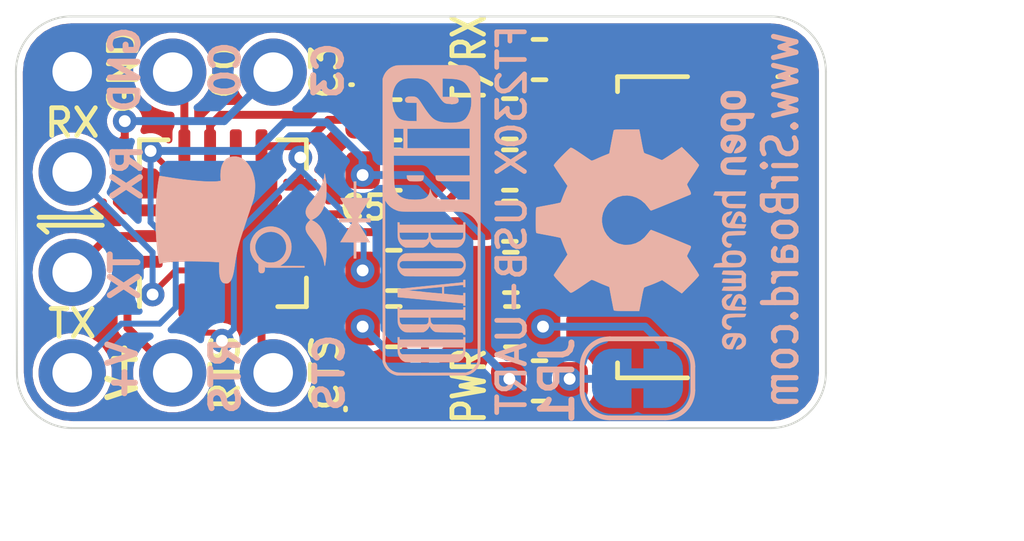
<source format=kicad_pcb>
(kicad_pcb (version 20171130) (host pcbnew "(5.1.2)-2")

  (general
    (thickness 1.6)
    (drawings 32)
    (tracks 127)
    (zones 0)
    (modules 22)
    (nets 21)
  )

  (page User 134.01 110.007)
  (title_block
    (title "USB to TTL Converter Based On The FT230XQ")
    (date 2019-07-16)
    (rev 1)
    (company SirBoard)
    (comment 1 www.SirBoard.com)
  )

  (layers
    (0 F.Cu signal)
    (31 B.Cu signal)
    (32 B.Adhes user hide)
    (33 F.Adhes user hide)
    (34 B.Paste user hide)
    (35 F.Paste user hide)
    (36 B.SilkS user)
    (37 F.SilkS user)
    (38 B.Mask user hide)
    (39 F.Mask user hide)
    (40 Dwgs.User user)
    (41 Cmts.User user hide)
    (42 Eco1.User user hide)
    (43 Eco2.User user hide)
    (44 Edge.Cuts user)
    (45 Margin user hide)
    (46 B.CrtYd user hide)
    (47 F.CrtYd user hide)
    (48 B.Fab user hide)
    (49 F.Fab user hide)
  )

  (setup
    (last_trace_width 0.127)
    (user_trace_width 0.15)
    (user_trace_width 0.2)
    (user_trace_width 0.25)
    (user_trace_width 0.3)
    (trace_clearance 0.127)
    (zone_clearance 0.15)
    (zone_45_only no)
    (trace_min 0.127)
    (via_size 0.6)
    (via_drill 0.3)
    (via_min_size 0.6)
    (via_min_drill 0.3)
    (uvia_size 0.45)
    (uvia_drill 0.2)
    (uvias_allowed no)
    (uvia_min_size 0.45)
    (uvia_min_drill 0.1)
    (edge_width 0.05)
    (segment_width 0.2)
    (pcb_text_width 0.3)
    (pcb_text_size 1.5 1.5)
    (mod_edge_width 0.12)
    (mod_text_size 1 1)
    (mod_text_width 0.15)
    (pad_size 1.7 1.7)
    (pad_drill 1)
    (pad_to_mask_clearance 0)
    (solder_mask_min_width 0.1)
    (aux_axis_origin 0 0)
    (visible_elements 7FFFFFFF)
    (pcbplotparams
      (layerselection 0x010f0_ffffffff)
      (usegerberextensions false)
      (usegerberattributes false)
      (usegerberadvancedattributes false)
      (creategerberjobfile false)
      (excludeedgelayer true)
      (linewidth 0.100000)
      (plotframeref false)
      (viasonmask false)
      (mode 1)
      (useauxorigin true)
      (hpglpennumber 1)
      (hpglpenspeed 20)
      (hpglpendiameter 15.000000)
      (psnegative false)
      (psa4output false)
      (plotreference true)
      (plotvalue false)
      (plotinvisibletext false)
      (padsonsilk false)
      (subtractmaskfromsilk false)
      (outputformat 1)
      (mirror false)
      (drillshape 0)
      (scaleselection 1)
      (outputdirectory "C:/Users/elisha3/Desktop/GitHub/Gerbers/FT230X/"))
  )

  (net 0 "")
  (net 1 GND)
  (net 2 "Net-(J1-Pad4)")
  (net 3 /D+)
  (net 4 /D-)
  (net 5 /TX)
  (net 6 /RX)
  (net 7 /uD+)
  (net 8 /uD-)
  (net 9 "Net-(J3-Pad2)")
  (net 10 "Net-(J3-Pad1)")
  (net 11 "Net-(J4-Pad2)")
  (net 12 "Net-(J4-Pad1)")
  (net 13 "Net-(FB1-Pad2)")
  (net 14 /VUSB)
  (net 15 /VCC)
  (net 16 /3.3V)
  (net 17 "Net-(PWR1-Pad2)")
  (net 18 "Net-(R3-Pad2)")
  (net 19 "Net-(TXRX1-Pad1)")
  (net 20 "Net-(U1-Pad5)")

  (net_class Default "This is the default net class."
    (clearance 0.127)
    (trace_width 0.127)
    (via_dia 0.6)
    (via_drill 0.3)
    (uvia_dia 0.45)
    (uvia_drill 0.2)
    (add_net /3.3V)
    (add_net /D+)
    (add_net /D-)
    (add_net /RX)
    (add_net /TX)
    (add_net /VCC)
    (add_net /VUSB)
    (add_net /uD+)
    (add_net /uD-)
    (add_net GND)
    (add_net "Net-(FB1-Pad2)")
    (add_net "Net-(J1-Pad4)")
    (add_net "Net-(J3-Pad1)")
    (add_net "Net-(J3-Pad2)")
    (add_net "Net-(J4-Pad1)")
    (add_net "Net-(J4-Pad2)")
    (add_net "Net-(PWR1-Pad2)")
    (add_net "Net-(R3-Pad2)")
    (add_net "Net-(TXRX1-Pad1)")
    (add_net "Net-(U1-Pad5)")
  )

  (module Package_DFN_QFN:QFN-16-1EP_4x4mm_P0.65mm_EP2.1x2.1mm (layer F.Cu) (tedit 5D2A39B0) (tstamp 5D279BB0)
    (at 62.23 43.2562 90)
    (descr "QFN, 16 Pin (http://www.thatcorp.com/datashts/THAT_1580_Datasheet.pdf), generated with kicad-footprint-generator ipc_dfn_qfn_generator.py")
    (tags "QFN DFN_QFN")
    (path /5D278E44)
    (attr smd)
    (fp_text reference U1 (at 0.0762 0.0635 180) (layer F.SilkS) hide
      (effects (font (size 1 1) (thickness 0.15)))
    )
    (fp_text value FT230XQ (at 0 3.32 90) (layer F.Fab)
      (effects (font (size 1 1) (thickness 0.15)))
    )
    (fp_text user %R (at 0 0 90) (layer F.Fab)
      (effects (font (size 1 1) (thickness 0.15)))
    )
    (fp_line (start 2.62 -2.62) (end -2.62 -2.62) (layer F.CrtYd) (width 0.05))
    (fp_line (start 2.62 2.62) (end 2.62 -2.62) (layer F.CrtYd) (width 0.05))
    (fp_line (start -2.62 2.62) (end 2.62 2.62) (layer F.CrtYd) (width 0.05))
    (fp_line (start -2.62 -2.62) (end -2.62 2.62) (layer F.CrtYd) (width 0.05))
    (fp_line (start -2 -1) (end -1 -2) (layer F.Fab) (width 0.1))
    (fp_line (start -2 2) (end -2 -1) (layer F.Fab) (width 0.1))
    (fp_line (start 2 2) (end -2 2) (layer F.Fab) (width 0.1))
    (fp_line (start 2 -2) (end 2 2) (layer F.Fab) (width 0.1))
    (fp_line (start -1 -2) (end 2 -2) (layer F.Fab) (width 0.1))
    (fp_line (start -1.385 -2.11) (end -2.11 -2.11) (layer F.SilkS) (width 0.12))
    (fp_line (start 2.11 2.11) (end 2.11 1.385) (layer F.SilkS) (width 0.12))
    (fp_line (start 1.385 2.11) (end 2.11 2.11) (layer F.SilkS) (width 0.12))
    (fp_line (start -2.11 2.11) (end -2.11 1.385) (layer F.SilkS) (width 0.12))
    (fp_line (start -1.385 2.11) (end -2.11 2.11) (layer F.SilkS) (width 0.12))
    (fp_line (start 2.11 -2.11) (end 2.11 -1.385) (layer F.SilkS) (width 0.12))
    (fp_line (start 1.385 -2.11) (end 2.11 -2.11) (layer F.SilkS) (width 0.12))
    (pad 16 smd roundrect (at -0.975 -1.95 90) (size 0.3 0.85) (layers F.Cu F.Paste F.Mask) (roundrect_rratio 0.25)
      (net 10 "Net-(J3-Pad1)"))
    (pad 15 smd roundrect (at -0.325 -1.95 90) (size 0.3 0.85) (layers F.Cu F.Paste F.Mask) (roundrect_rratio 0.25)
      (net 5 /TX))
    (pad 14 smd roundrect (at 0.325 -1.95 90) (size 0.3 0.85) (layers F.Cu F.Paste F.Mask) (roundrect_rratio 0.25)
      (net 11 "Net-(J4-Pad2)"))
    (pad 13 smd roundrect (at 0.975 -1.95 90) (size 0.3 0.85) (layers F.Cu F.Paste F.Mask) (roundrect_rratio 0.25)
      (net 1 GND))
    (pad 12 smd roundrect (at 1.95 -0.975 90) (size 0.85 0.3) (layers F.Cu F.Paste F.Mask) (roundrect_rratio 0.25)
      (net 12 "Net-(J4-Pad1)"))
    (pad 11 smd roundrect (at 1.95 -0.325 90) (size 0.85 0.3) (layers F.Cu F.Paste F.Mask) (roundrect_rratio 0.25)
      (net 19 "Net-(TXRX1-Pad1)"))
    (pad 10 smd roundrect (at 1.95 0.325 90) (size 0.85 0.3) (layers F.Cu F.Paste F.Mask) (roundrect_rratio 0.25)
      (net 15 /VCC))
    (pad 9 smd roundrect (at 1.95 0.975 90) (size 0.85 0.3) (layers F.Cu F.Paste F.Mask) (roundrect_rratio 0.25)
      (net 16 /3.3V))
    (pad 8 smd roundrect (at 0.975 1.95 90) (size 0.3 0.85) (layers F.Cu F.Paste F.Mask) (roundrect_rratio 0.25)
      (net 16 /3.3V))
    (pad 7 smd roundrect (at 0.325 1.95 90) (size 0.3 0.85) (layers F.Cu F.Paste F.Mask) (roundrect_rratio 0.25)
      (net 7 /uD+))
    (pad 6 smd roundrect (at -0.325 1.95 90) (size 0.3 0.85) (layers F.Cu F.Paste F.Mask) (roundrect_rratio 0.25)
      (net 8 /uD-))
    (pad 5 smd roundrect (at -0.975 1.95 90) (size 0.3 0.85) (layers F.Cu F.Paste F.Mask) (roundrect_rratio 0.25)
      (net 20 "Net-(U1-Pad5)"))
    (pad 4 smd roundrect (at -1.95 0.975 90) (size 0.85 0.3) (layers F.Cu F.Paste F.Mask) (roundrect_rratio 0.25)
      (net 9 "Net-(J3-Pad2)"))
    (pad 3 smd roundrect (at -1.95 0.325 90) (size 0.85 0.3) (layers F.Cu F.Paste F.Mask) (roundrect_rratio 0.25)
      (net 1 GND))
    (pad 2 smd roundrect (at -1.95 -0.325 90) (size 0.85 0.3) (layers F.Cu F.Paste F.Mask) (roundrect_rratio 0.25)
      (net 6 /RX))
    (pad 1 smd roundrect (at -1.95 -0.975 90) (size 0.85 0.3) (layers F.Cu F.Paste F.Mask) (roundrect_rratio 0.25)
      (net 16 /3.3V))
    (pad "" smd roundrect (at 0.525 0.525 90) (size 0.85 0.85) (layers F.Paste) (roundrect_rratio 0.25))
    (pad "" smd roundrect (at 0.525 -0.525 90) (size 0.85 0.85) (layers F.Paste) (roundrect_rratio 0.25))
    (pad "" smd roundrect (at -0.525 0.525 90) (size 0.85 0.85) (layers F.Paste) (roundrect_rratio 0.25))
    (pad "" smd roundrect (at -0.525 -0.525 90) (size 0.85 0.85) (layers F.Paste) (roundrect_rratio 0.25))
    (pad 17 smd roundrect (at 0 0 90) (size 1.8 1.8) (layers F.Cu F.Mask) (roundrect_rratio 0.119)
      (net 1 GND))
    (model ${KISYS3DMOD}/Package_DFN_QFN.3dshapes/QFN-16-1EP_4x4mm_P0.65mm_EP2.1x2.1mm.wrl
      (at (xyz 0 0 0))
      (scale (xyz 1 1 1))
      (rotate (xyz 0 0 0))
    )
  )

  (module LED_SMD:LED_0603_1608Metric (layer F.Cu) (tedit 5D39BFCE) (tstamp 5D279B2F)
    (at 66.548 39.1668)
    (descr "LED SMD 0603 (1608 Metric), square (rectangular) end terminal, IPC_7351 nominal, (Body size source: http://www.tortai-tech.com/upload/download/2011102023233369053.pdf), generated with kicad-footprint-generator")
    (tags diode)
    (path /5D282FEC)
    (attr smd)
    (fp_text reference T/RX (at 1.905 -0.0508 270) (layer F.SilkS)
      (effects (font (size 0.8 0.6) (thickness 0.12)))
    )
    (fp_text value RX (at 0 1.6) (layer F.Fab)
      (effects (font (size 1 1) (thickness 0.15)))
    )
    (fp_text user %R (at 0 0) (layer F.Fab)
      (effects (font (size 0.5 0.5) (thickness 0.08)))
    )
    (fp_line (start 1.48 0.73) (end -1.48 0.73) (layer F.CrtYd) (width 0.05))
    (fp_line (start 1.48 -0.73) (end 1.48 0.73) (layer F.CrtYd) (width 0.05))
    (fp_line (start -1.48 -0.73) (end 1.48 -0.73) (layer F.CrtYd) (width 0.05))
    (fp_line (start -1.48 0.73) (end -1.48 -0.73) (layer F.CrtYd) (width 0.05))
    (fp_line (start -1.0414 0.5842) (end -1.0922 0.5842) (layer F.SilkS) (width 0.12))
    (fp_line (start 0.8 0.4) (end 0.8 -0.4) (layer F.Fab) (width 0.1))
    (fp_line (start -0.8 0.4) (end 0.8 0.4) (layer F.Fab) (width 0.1))
    (fp_line (start -0.8 -0.1) (end -0.8 0.4) (layer F.Fab) (width 0.1))
    (fp_line (start -0.5 -0.4) (end -0.8 -0.1) (layer F.Fab) (width 0.1))
    (fp_line (start 0.8 -0.4) (end -0.5 -0.4) (layer F.Fab) (width 0.1))
    (pad 2 smd roundrect (at 0.7875 0) (size 0.875 0.95) (layers F.Cu F.Paste F.Mask) (roundrect_rratio 0.25)
      (net 18 "Net-(R3-Pad2)"))
    (pad 1 smd roundrect (at -0.7875 0) (size 0.875 0.95) (layers F.Cu F.Paste F.Mask) (roundrect_rratio 0.25)
      (net 19 "Net-(TXRX1-Pad1)"))
    (model ${KISYS3DMOD}/LED_SMD.3dshapes/LED_0603_1608Metric.wrl
      (at (xyz 0 0 0))
      (scale (xyz 1 1 1))
      (rotate (xyz 0 0 0))
    )
  )

  (module LED_SMD:LED_0603_1608Metric (layer F.Cu) (tedit 5D39BF3F) (tstamp 5D279B42)
    (at 66.548 47.371)
    (descr "LED SMD 0603 (1608 Metric), square (rectangular) end terminal, IPC_7351 nominal, (Body size source: http://www.tortai-tech.com/upload/download/2011102023233369053.pdf), generated with kicad-footprint-generator")
    (tags diode)
    (path /5D27B0C2)
    (attr smd)
    (fp_text reference PWR (at 1.905 0 270) (layer F.SilkS)
      (effects (font (size 0.8 0.6) (thickness 0.12)))
    )
    (fp_text value PWR (at 0 1.6) (layer F.Fab)
      (effects (font (size 1 1) (thickness 0.15)))
    )
    (fp_text user %R (at 0 0) (layer F.Fab)
      (effects (font (size 0.5 0.5) (thickness 0.08)))
    )
    (fp_line (start 1.48 0.73) (end -1.48 0.73) (layer F.CrtYd) (width 0.05))
    (fp_line (start 1.48 -0.73) (end 1.48 0.73) (layer F.CrtYd) (width 0.05))
    (fp_line (start -1.48 -0.73) (end 1.48 -0.73) (layer F.CrtYd) (width 0.05))
    (fp_line (start -1.48 0.73) (end -1.48 -0.73) (layer F.CrtYd) (width 0.05))
    (fp_line (start -1.2192 0.5604) (end -1.2192 0.6096) (layer F.SilkS) (width 0.12))
    (fp_line (start 0.8 0.4) (end 0.8 -0.4) (layer F.Fab) (width 0.1))
    (fp_line (start -0.8 0.4) (end 0.8 0.4) (layer F.Fab) (width 0.1))
    (fp_line (start -0.8 -0.1) (end -0.8 0.4) (layer F.Fab) (width 0.1))
    (fp_line (start -0.5 -0.4) (end -0.8 -0.1) (layer F.Fab) (width 0.1))
    (fp_line (start 0.8 -0.4) (end -0.5 -0.4) (layer F.Fab) (width 0.1))
    (pad 2 smd roundrect (at 0.7875 0) (size 0.875 0.95) (layers F.Cu F.Paste F.Mask) (roundrect_rratio 0.25)
      (net 17 "Net-(PWR1-Pad2)"))
    (pad 1 smd roundrect (at -0.7875 0) (size 0.875 0.95) (layers F.Cu F.Paste F.Mask) (roundrect_rratio 0.25)
      (net 1 GND))
    (model ${KISYS3DMOD}/LED_SMD.3dshapes/LED_0603_1608Metric.wrl
      (at (xyz 0 0 0))
      (scale (xyz 1 1 1))
      (rotate (xyz 0 0 0))
    )
  )

  (module Connector_PinHeader_2.54mm:PinHeader_1x04_P2.54mm_Vertical (layer B.Cu) (tedit 5D39BE97) (tstamp 5D279B1C)
    (at 58.42 47.0408)
    (descr "Through hole straight pin header, 1x04, 2.54mm pitch, single row")
    (tags "Through hole pin header THT 1x04 2.54mm single row")
    (path /5D2DAFBA)
    (fp_text reference J2 (at 2.7305 -2.2098) (layer B.SilkS) hide
      (effects (font (size 1 1) (thickness 0.15)) (justify mirror))
    )
    (fp_text value Conn_01x04 (at 4.385 -9.89) (layer B.Fab)
      (effects (font (size 1 1) (thickness 0.15)) (justify mirror))
    )
    (fp_line (start -0.635 1.27) (end 1.27 1.27) (layer B.Fab) (width 0.1))
    (fp_line (start 1.27 1.27) (end 1.27 -8.89) (layer B.Fab) (width 0.1))
    (fp_line (start 1.27 -8.89) (end -1.27 -8.89) (layer B.Fab) (width 0.1))
    (fp_line (start -1.27 -8.89) (end -1.27 0.635) (layer B.Fab) (width 0.1))
    (fp_line (start -1.27 0.635) (end -0.635 1.27) (layer B.Fab) (width 0.1))
    (fp_line (start -1.8 1.8) (end -1.8 -9.4) (layer B.CrtYd) (width 0.05))
    (fp_line (start -1.8 -9.4) (end 1.8 -9.4) (layer B.CrtYd) (width 0.05))
    (fp_line (start 1.8 -9.4) (end 1.8 1.8) (layer B.CrtYd) (width 0.05))
    (fp_line (start 1.8 1.8) (end -1.8 1.8) (layer B.CrtYd) (width 0.05))
    (fp_text user %R (at 2.77 -3.81 -90) (layer B.Fab)
      (effects (font (size 1 1) (thickness 0.15)) (justify mirror))
    )
    (pad 1 thru_hole circle (at 0 0) (size 1.7 1.7) (drill 1) (layers *.Cu *.Mask)
      (net 15 /VCC))
    (pad 2 thru_hole oval (at 0 -2.54) (size 1.7 1.7) (drill 1) (layers *.Cu *.Mask)
      (net 5 /TX))
    (pad 3 thru_hole oval (at 0 -5.08) (size 1.7 1.7) (drill 1) (layers *.Cu *.Mask)
      (net 6 /RX))
    (pad 4 thru_hole oval (at 0 -7.62) (size 1.7 1.7) (drill 1) (layers *.Cu *.Mask)
      (net 1 GND))
    (model ${KISYS3DMOD}/Connector_PinHeader_2.54mm.3dshapes/PinHeader_1x04_P2.54mm_Vertical.wrl
      (at (xyz 0 0 0))
      (scale (xyz 1 1 1))
      (rotate (xyz 0 0 0))
    )
  )

  (module Jumper:SolderJumper-2_P1.3mm_Bridged_RoundedPad1.0x1.5mm (layer B.Cu) (tedit 5D2A5193) (tstamp 5D2ACA69)
    (at 72.7075 47.1805 180)
    (descr "SMD Solder Jumper, 1x1.5mm, rounded Pads, 0.3mm gap, bridged with 1 copper strip")
    (tags "solder jumper open")
    (path /5D2E73C8)
    (attr virtual)
    (fp_text reference JP1 (at 2.032 -0.0635 270) (layer B.SilkS)
      (effects (font (size 0.8 0.8) (thickness 0.15)) (justify mirror))
    )
    (fp_text value SolderJumper_2_Open (at 0 -1.9 180) (layer B.Fab)
      (effects (font (size 1 1) (thickness 0.15)) (justify mirror))
    )
    (fp_poly (pts (xy 0.25 0.254) (xy -0.25 0.254) (xy -0.25 -0.254) (xy 0.25 -0.254)) (layer B.Cu) (width 0))
    (fp_line (start 1.65 -1.25) (end -1.65 -1.25) (layer B.CrtYd) (width 0.05))
    (fp_line (start 1.65 -1.25) (end 1.65 1.25) (layer B.CrtYd) (width 0.05))
    (fp_line (start -1.65 1.25) (end -1.65 -1.25) (layer B.CrtYd) (width 0.05))
    (fp_line (start -1.65 1.25) (end 1.65 1.25) (layer B.CrtYd) (width 0.05))
    (fp_line (start -0.7 1) (end 0.7 1) (layer B.SilkS) (width 0.12))
    (fp_line (start 1.4 0.3) (end 1.4 -0.3) (layer B.SilkS) (width 0.12))
    (fp_line (start 0.7 -1) (end -0.7 -1) (layer B.SilkS) (width 0.12))
    (fp_line (start -1.4 -0.3) (end -1.4 0.3) (layer B.SilkS) (width 0.12))
    (fp_arc (start -0.7 0.3) (end -0.7 1) (angle 90) (layer B.SilkS) (width 0.12))
    (fp_arc (start -0.7 -0.3) (end -1.4 -0.3) (angle 90) (layer B.SilkS) (width 0.12))
    (fp_arc (start 0.7 -0.3) (end 0.7 -1) (angle 90) (layer B.SilkS) (width 0.12))
    (fp_arc (start 0.7 0.3) (end 1.4 0.3) (angle 90) (layer B.SilkS) (width 0.12))
    (fp_poly (pts (xy 0.246 0.254) (xy -0.254 0.254) (xy -0.254 -0.254) (xy 0.246 -0.254)) (layer B.Mask) (width 0))
    (pad 1 smd custom (at -0.65 0 180) (size 1 0.5) (layers B.Cu B.Mask)
      (net 14 /VUSB) (zone_connect 2)
      (options (clearance outline) (anchor rect))
      (primitives
        (gr_circle (center 0 -0.25) (end 0.5 -0.25) (width 0))
        (gr_circle (center 0 0.25) (end 0.5 0.25) (width 0))
        (gr_poly (pts
           (xy 0 0.75) (xy 0.5 0.75) (xy 0.5 -0.75) (xy 0 -0.75)) (width 0))
      ))
    (pad 2 smd custom (at 0.65 0 180) (size 1 0.5) (layers B.Cu B.Mask)
      (net 13 "Net-(FB1-Pad2)") (zone_connect 2)
      (options (clearance outline) (anchor rect))
      (primitives
        (gr_circle (center 0 -0.25) (end 0.5 -0.25) (width 0))
        (gr_circle (center 0 0.25) (end 0.5 0.25) (width 0))
        (gr_poly (pts
           (xy 0 0.75) (xy -0.5 0.75) (xy -0.5 -0.75) (xy 0 -0.75)) (width 0))
      ))
  )

  (module Connector_PinHeader_2.54mm:PinHeader_1x02_P2.54mm_Vertical (layer F.Cu) (tedit 5D2A3F64) (tstamp 5D29F53E)
    (at 60.96 47.0408 90)
    (descr "Through hole straight pin header, 1x02, 2.54mm pitch, single row")
    (tags "Through hole pin header THT 1x02 2.54mm single row")
    (path /5D2A101C)
    (fp_text reference J3 (at -1.4732 1.3335 180) (layer F.SilkS) hide
      (effects (font (size 1 1) (thickness 0.15)))
    )
    (fp_text value Conn_01x02 (at 0 4.87 90) (layer F.Fab)
      (effects (font (size 1 1) (thickness 0.15)))
    )
    (fp_text user %R (at 0 1.27 180) (layer F.Fab)
      (effects (font (size 1 1) (thickness 0.15)))
    )
    (fp_line (start 1.8 -1.8) (end -1.8 -1.8) (layer F.CrtYd) (width 0.05))
    (fp_line (start 1.8 4.35) (end 1.8 -1.8) (layer F.CrtYd) (width 0.05))
    (fp_line (start -1.8 4.35) (end 1.8 4.35) (layer F.CrtYd) (width 0.05))
    (fp_line (start -1.8 -1.8) (end -1.8 4.35) (layer F.CrtYd) (width 0.05))
    (fp_line (start -1.27 -0.635) (end -0.635 -1.27) (layer F.Fab) (width 0.1))
    (fp_line (start -1.27 3.81) (end -1.27 -0.635) (layer F.Fab) (width 0.1))
    (fp_line (start 1.27 3.81) (end -1.27 3.81) (layer F.Fab) (width 0.1))
    (fp_line (start 1.27 -1.27) (end 1.27 3.81) (layer F.Fab) (width 0.1))
    (fp_line (start -0.635 -1.27) (end 1.27 -1.27) (layer F.Fab) (width 0.1))
    (pad 2 thru_hole oval (at 0 2.54 90) (size 1.7 1.7) (drill 1) (layers *.Cu *.Mask)
      (net 9 "Net-(J3-Pad2)"))
    (pad 1 thru_hole circle (at 0 0 90) (size 1.7 1.7) (drill 1) (layers *.Cu *.Mask)
      (net 10 "Net-(J3-Pad1)"))
    (model ${KISYS3DMOD}/Connector_PinHeader_2.54mm.3dshapes/PinHeader_1x02_P2.54mm_Vertical.wrl
      (offset (xyz 0 0 -1.6))
      (scale (xyz 1 1 1))
      (rotate (xyz 0 180 0))
    )
  )

  (module Connector_PinHeader_2.54mm:PinHeader_1x02_P2.54mm_Vertical (layer F.Cu) (tedit 5D2A3F50) (tstamp 5D29F554)
    (at 60.96 39.4335 90)
    (descr "Through hole straight pin header, 1x02, 2.54mm pitch, single row")
    (tags "Through hole pin header THT 1x02 2.54mm single row")
    (path /5D2A23EA)
    (fp_text reference J4 (at 2.0955 1.2065 180) (layer F.SilkS) hide
      (effects (font (size 1 1) (thickness 0.15)))
    )
    (fp_text value Conn_01x02 (at 0 4.87 90) (layer F.Fab)
      (effects (font (size 1 1) (thickness 0.15)))
    )
    (fp_text user %R (at 0 1.27 180) (layer F.Fab)
      (effects (font (size 1 1) (thickness 0.15)))
    )
    (fp_line (start 1.8 -1.8) (end -1.8 -1.8) (layer F.CrtYd) (width 0.05))
    (fp_line (start 1.8 4.35) (end 1.8 -1.8) (layer F.CrtYd) (width 0.05))
    (fp_line (start -1.8 4.35) (end 1.8 4.35) (layer F.CrtYd) (width 0.05))
    (fp_line (start -1.8 -1.8) (end -1.8 4.35) (layer F.CrtYd) (width 0.05))
    (fp_line (start -1.27 -0.635) (end -0.635 -1.27) (layer F.Fab) (width 0.1))
    (fp_line (start -1.27 3.81) (end -1.27 -0.635) (layer F.Fab) (width 0.1))
    (fp_line (start 1.27 3.81) (end -1.27 3.81) (layer F.Fab) (width 0.1))
    (fp_line (start 1.27 -1.27) (end 1.27 3.81) (layer F.Fab) (width 0.1))
    (fp_line (start -0.635 -1.27) (end 1.27 -1.27) (layer F.Fab) (width 0.1))
    (pad 2 thru_hole oval (at 0 2.54 90) (size 1.7 1.7) (drill 1) (layers *.Cu *.Mask)
      (net 11 "Net-(J4-Pad2)"))
    (pad 1 thru_hole circle (at 0 0 90) (size 1.7 1.7) (drill 1) (layers *.Cu *.Mask)
      (net 12 "Net-(J4-Pad1)"))
    (model ${KISYS3DMOD}/Connector_PinHeader_2.54mm.3dshapes/PinHeader_1x02_P2.54mm_Vertical.wrl
      (offset (xyz 0 0 -1.6))
      (scale (xyz 1 1 1))
      (rotate (xyz 0 180 0))
    )
  )

  (module Capacitor_SMD:C_0603_1608Metric (layer F.Cu) (tedit 5B301BBE) (tstamp 5D279A9E)
    (at 66.548 44.45)
    (descr "Capacitor SMD 0603 (1608 Metric), square (rectangular) end terminal, IPC_7351 nominal, (Body size source: http://www.tortai-tech.com/upload/download/2011102023233369053.pdf), generated with kicad-footprint-generator")
    (tags capacitor)
    (path /5D2795EF)
    (attr smd)
    (fp_text reference C6 (at 0 0 unlocked) (layer F.SilkS) hide
      (effects (font (size 0.6 0.6) (thickness 0.12)))
    )
    (fp_text value 100nF (at 0 1.65) (layer F.Fab)
      (effects (font (size 1 1) (thickness 0.15)))
    )
    (fp_text user %R (at 0 0) (layer F.Fab)
      (effects (font (size 0.5 0.5) (thickness 0.08)))
    )
    (fp_line (start 1.48 0.73) (end -1.48 0.73) (layer F.CrtYd) (width 0.05))
    (fp_line (start 1.48 -0.73) (end 1.48 0.73) (layer F.CrtYd) (width 0.05))
    (fp_line (start -1.48 -0.73) (end 1.48 -0.73) (layer F.CrtYd) (width 0.05))
    (fp_line (start -1.48 0.73) (end -1.48 -0.73) (layer F.CrtYd) (width 0.05))
    (fp_line (start -0.162779 0.51) (end 0.162779 0.51) (layer F.SilkS) (width 0.12))
    (fp_line (start -0.162779 -0.51) (end 0.162779 -0.51) (layer F.SilkS) (width 0.12))
    (fp_line (start 0.8 0.4) (end -0.8 0.4) (layer F.Fab) (width 0.1))
    (fp_line (start 0.8 -0.4) (end 0.8 0.4) (layer F.Fab) (width 0.1))
    (fp_line (start -0.8 -0.4) (end 0.8 -0.4) (layer F.Fab) (width 0.1))
    (fp_line (start -0.8 0.4) (end -0.8 -0.4) (layer F.Fab) (width 0.1))
    (pad 2 smd roundrect (at 0.7875 0) (size 0.875 0.95) (layers F.Cu F.Paste F.Mask) (roundrect_rratio 0.25)
      (net 1 GND))
    (pad 1 smd roundrect (at -0.7875 0) (size 0.875 0.95) (layers F.Cu F.Paste F.Mask) (roundrect_rratio 0.25)
      (net 16 /3.3V))
    (model ${KISYS3DMOD}/Capacitor_SMD.3dshapes/C_0603_1608Metric.wrl
      (at (xyz 0 0 0))
      (scale (xyz 1 1 1))
      (rotate (xyz 0 0 0))
    )
  )

  (module Resistor_SMD:R_0603_1608Metric (layer F.Cu) (tedit 5B301BBD) (tstamp 5D279B75)
    (at 66.548 40.64)
    (descr "Resistor SMD 0603 (1608 Metric), square (rectangular) end terminal, IPC_7351 nominal, (Body size source: http://www.tortai-tech.com/upload/download/2011102023233369053.pdf), generated with kicad-footprint-generator")
    (tags resistor)
    (path /5D282FE6)
    (attr smd)
    (fp_text reference R3 (at -1.905 0.0635) (layer F.SilkS) hide
      (effects (font (size 0.6 0.6) (thickness 0.12)))
    )
    (fp_text value 270E (at 0 1.65) (layer F.Fab)
      (effects (font (size 1 1) (thickness 0.15)))
    )
    (fp_text user %R (at 0 0) (layer F.Fab)
      (effects (font (size 0.5 0.5) (thickness 0.08)))
    )
    (fp_line (start 1.48 0.73) (end -1.48 0.73) (layer F.CrtYd) (width 0.05))
    (fp_line (start 1.48 -0.73) (end 1.48 0.73) (layer F.CrtYd) (width 0.05))
    (fp_line (start -1.48 -0.73) (end 1.48 -0.73) (layer F.CrtYd) (width 0.05))
    (fp_line (start -1.48 0.73) (end -1.48 -0.73) (layer F.CrtYd) (width 0.05))
    (fp_line (start -0.162779 0.51) (end 0.162779 0.51) (layer F.SilkS) (width 0.12))
    (fp_line (start -0.162779 -0.51) (end 0.162779 -0.51) (layer F.SilkS) (width 0.12))
    (fp_line (start 0.8 0.4) (end -0.8 0.4) (layer F.Fab) (width 0.1))
    (fp_line (start 0.8 -0.4) (end 0.8 0.4) (layer F.Fab) (width 0.1))
    (fp_line (start -0.8 -0.4) (end 0.8 -0.4) (layer F.Fab) (width 0.1))
    (fp_line (start -0.8 0.4) (end -0.8 -0.4) (layer F.Fab) (width 0.1))
    (pad 2 smd roundrect (at 0.7875 0) (size 0.875 0.95) (layers F.Cu F.Paste F.Mask) (roundrect_rratio 0.25)
      (net 18 "Net-(R3-Pad2)"))
    (pad 1 smd roundrect (at -0.7875 0) (size 0.875 0.95) (layers F.Cu F.Paste F.Mask) (roundrect_rratio 0.25)
      (net 16 /3.3V))
    (model ${KISYS3DMOD}/Resistor_SMD.3dshapes/R_0603_1608Metric.wrl
      (at (xyz 0 0 0))
      (scale (xyz 1 1 1))
      (rotate (xyz 0 0 0))
    )
  )

  (module Resistor_SMD:R_0603_1608Metric (layer F.Cu) (tedit 5B301BBD) (tstamp 5D279B86)
    (at 66.548 45.8724)
    (descr "Resistor SMD 0603 (1608 Metric), square (rectangular) end terminal, IPC_7351 nominal, (Body size source: http://www.tortai-tech.com/upload/download/2011102023233369053.pdf), generated with kicad-footprint-generator")
    (tags resistor)
    (path /5D279F68)
    (attr smd)
    (fp_text reference R4 (at 0 0.1016 180) (layer F.SilkS) hide
      (effects (font (size 0.6 0.6) (thickness 0.12)))
    )
    (fp_text value 1K (at 0 1.65) (layer F.Fab)
      (effects (font (size 1 1) (thickness 0.15)))
    )
    (fp_text user %R (at 0 0) (layer F.Fab)
      (effects (font (size 0.5 0.5) (thickness 0.08)))
    )
    (fp_line (start 1.48 0.73) (end -1.48 0.73) (layer F.CrtYd) (width 0.05))
    (fp_line (start 1.48 -0.73) (end 1.48 0.73) (layer F.CrtYd) (width 0.05))
    (fp_line (start -1.48 -0.73) (end 1.48 -0.73) (layer F.CrtYd) (width 0.05))
    (fp_line (start -1.48 0.73) (end -1.48 -0.73) (layer F.CrtYd) (width 0.05))
    (fp_line (start -0.162779 0.51) (end 0.162779 0.51) (layer F.SilkS) (width 0.12))
    (fp_line (start -0.162779 -0.51) (end 0.162779 -0.51) (layer F.SilkS) (width 0.12))
    (fp_line (start 0.8 0.4) (end -0.8 0.4) (layer F.Fab) (width 0.1))
    (fp_line (start 0.8 -0.4) (end 0.8 0.4) (layer F.Fab) (width 0.1))
    (fp_line (start -0.8 -0.4) (end 0.8 -0.4) (layer F.Fab) (width 0.1))
    (fp_line (start -0.8 0.4) (end -0.8 -0.4) (layer F.Fab) (width 0.1))
    (pad 2 smd roundrect (at 0.7875 0) (size 0.875 0.95) (layers F.Cu F.Paste F.Mask) (roundrect_rratio 0.25)
      (net 17 "Net-(PWR1-Pad2)"))
    (pad 1 smd roundrect (at -0.7875 0) (size 0.875 0.95) (layers F.Cu F.Paste F.Mask) (roundrect_rratio 0.25)
      (net 15 /VCC))
    (model ${KISYS3DMOD}/Resistor_SMD.3dshapes/R_0603_1608Metric.wrl
      (at (xyz 0 0 0))
      (scale (xyz 1 1 1))
      (rotate (xyz 0 0 0))
    )
  )

  (module Capacitor_SMD:C_0603_1608Metric (layer F.Cu) (tedit 5B301BBE) (tstamp 5D279A8D)
    (at 66.55054 41.91254)
    (descr "Capacitor SMD 0603 (1608 Metric), square (rectangular) end terminal, IPC_7351 nominal, (Body size source: http://www.tortai-tech.com/upload/download/2011102023233369053.pdf), generated with kicad-footprint-generator")
    (tags capacitor)
    (path /5D2799CF)
    (attr smd)
    (fp_text reference C5 (at -0.76454 0.94996 180) (layer F.SilkS)
      (effects (font (size 0.6 0.6) (thickness 0.12)))
    )
    (fp_text value 4.7uF (at 0 1.65) (layer F.Fab)
      (effects (font (size 1 1) (thickness 0.15)))
    )
    (fp_text user %R (at 0 0) (layer F.Fab)
      (effects (font (size 0.5 0.5) (thickness 0.08)))
    )
    (fp_line (start 1.48 0.73) (end -1.48 0.73) (layer F.CrtYd) (width 0.05))
    (fp_line (start 1.48 -0.73) (end 1.48 0.73) (layer F.CrtYd) (width 0.05))
    (fp_line (start -1.48 -0.73) (end 1.48 -0.73) (layer F.CrtYd) (width 0.05))
    (fp_line (start -1.48 0.73) (end -1.48 -0.73) (layer F.CrtYd) (width 0.05))
    (fp_line (start -0.162779 0.51) (end 0.162779 0.51) (layer F.SilkS) (width 0.12))
    (fp_line (start -0.162779 -0.51) (end 0.162779 -0.51) (layer F.SilkS) (width 0.12))
    (fp_line (start 0.8 0.4) (end -0.8 0.4) (layer F.Fab) (width 0.1))
    (fp_line (start 0.8 -0.4) (end 0.8 0.4) (layer F.Fab) (width 0.1))
    (fp_line (start -0.8 -0.4) (end 0.8 -0.4) (layer F.Fab) (width 0.1))
    (fp_line (start -0.8 0.4) (end -0.8 -0.4) (layer F.Fab) (width 0.1))
    (pad 2 smd roundrect (at 0.7875 0) (size 0.875 0.95) (layers F.Cu F.Paste F.Mask) (roundrect_rratio 0.25)
      (net 1 GND))
    (pad 1 smd roundrect (at -0.7875 0) (size 0.875 0.95) (layers F.Cu F.Paste F.Mask) (roundrect_rratio 0.25)
      (net 15 /VCC))
    (model ${KISYS3DMOD}/Capacitor_SMD.3dshapes/C_0603_1608Metric.wrl
      (at (xyz 0 0 0))
      (scale (xyz 1 1 1))
      (rotate (xyz 0 0 0))
    )
  )

  (module Inductor_SMD:L_0603_1608Metric (layer F.Cu) (tedit 5B301BBE) (tstamp 5D279AAF)
    (at 70.231 47.244)
    (descr "Inductor SMD 0603 (1608 Metric), square (rectangular) end terminal, IPC_7351 nominal, (Body size source: http://www.tortai-tech.com/upload/download/2011102023233369053.pdf), generated with kicad-footprint-generator")
    (tags inductor)
    (path /5D2B19BC)
    (attr smd)
    (fp_text reference FB1 (at 0 0.127 180) (layer F.SilkS) hide
      (effects (font (size 0.6 0.6) (thickness 0.12)))
    )
    (fp_text value Ferrite_Bead (at 0 1.65) (layer F.Fab)
      (effects (font (size 1 1) (thickness 0.15)))
    )
    (fp_text user %R (at 0 0) (layer F.Fab)
      (effects (font (size 0.5 0.5) (thickness 0.08)))
    )
    (fp_line (start 1.48 0.73) (end -1.48 0.73) (layer F.CrtYd) (width 0.05))
    (fp_line (start 1.48 -0.73) (end 1.48 0.73) (layer F.CrtYd) (width 0.05))
    (fp_line (start -1.48 -0.73) (end 1.48 -0.73) (layer F.CrtYd) (width 0.05))
    (fp_line (start -1.48 0.73) (end -1.48 -0.73) (layer F.CrtYd) (width 0.05))
    (fp_line (start -0.162779 0.51) (end 0.162779 0.51) (layer F.SilkS) (width 0.12))
    (fp_line (start -0.162779 -0.51) (end 0.162779 -0.51) (layer F.SilkS) (width 0.12))
    (fp_line (start 0.8 0.4) (end -0.8 0.4) (layer F.Fab) (width 0.1))
    (fp_line (start 0.8 -0.4) (end 0.8 0.4) (layer F.Fab) (width 0.1))
    (fp_line (start -0.8 -0.4) (end 0.8 -0.4) (layer F.Fab) (width 0.1))
    (fp_line (start -0.8 0.4) (end -0.8 -0.4) (layer F.Fab) (width 0.1))
    (pad 2 smd roundrect (at 0.7875 0) (size 0.875 0.95) (layers F.Cu F.Paste F.Mask) (roundrect_rratio 0.25)
      (net 13 "Net-(FB1-Pad2)"))
    (pad 1 smd roundrect (at -0.7875 0) (size 0.875 0.95) (layers F.Cu F.Paste F.Mask) (roundrect_rratio 0.25)
      (net 15 /VCC))
    (model ${KISYS3DMOD}/Inductor_SMD.3dshapes/L_0603_1608Metric.wrl
      (at (xyz 0 0 0))
      (scale (xyz 1 1 1))
      (rotate (xyz 0 0 0))
    )
  )

  (module Capacitor_SMD:C_0603_1608Metric (layer F.Cu) (tedit 5B301BBE) (tstamp 5D279A49)
    (at 69.5325 45.8724 180)
    (descr "Capacitor SMD 0603 (1608 Metric), square (rectangular) end terminal, IPC_7351 nominal, (Body size source: http://www.tortai-tech.com/upload/download/2011102023233369053.pdf), generated with kicad-footprint-generator")
    (tags capacitor)
    (path /5D2AAFCC)
    (attr smd)
    (fp_text reference C1 (at -0.0635 0.0254) (layer F.SilkS) hide
      (effects (font (size 0.6 0.6) (thickness 0.12)))
    )
    (fp_text value 10nF (at 0 1.65) (layer F.Fab)
      (effects (font (size 1 1) (thickness 0.15)))
    )
    (fp_text user %R (at 0 0) (layer F.Fab)
      (effects (font (size 0.5 0.5) (thickness 0.08)))
    )
    (fp_line (start 1.48 0.73) (end -1.48 0.73) (layer F.CrtYd) (width 0.05))
    (fp_line (start 1.48 -0.73) (end 1.48 0.73) (layer F.CrtYd) (width 0.05))
    (fp_line (start -1.48 -0.73) (end 1.48 -0.73) (layer F.CrtYd) (width 0.05))
    (fp_line (start -1.48 0.73) (end -1.48 -0.73) (layer F.CrtYd) (width 0.05))
    (fp_line (start -0.162779 0.51) (end 0.162779 0.51) (layer F.SilkS) (width 0.12))
    (fp_line (start -0.162779 -0.51) (end 0.162779 -0.51) (layer F.SilkS) (width 0.12))
    (fp_line (start 0.8 0.4) (end -0.8 0.4) (layer F.Fab) (width 0.1))
    (fp_line (start 0.8 -0.4) (end 0.8 0.4) (layer F.Fab) (width 0.1))
    (fp_line (start -0.8 -0.4) (end 0.8 -0.4) (layer F.Fab) (width 0.1))
    (fp_line (start -0.8 0.4) (end -0.8 -0.4) (layer F.Fab) (width 0.1))
    (pad 2 smd roundrect (at 0.7875 0 180) (size 0.875 0.95) (layers F.Cu F.Paste F.Mask) (roundrect_rratio 0.25)
      (net 1 GND))
    (pad 1 smd roundrect (at -0.7875 0 180) (size 0.875 0.95) (layers F.Cu F.Paste F.Mask) (roundrect_rratio 0.25)
      (net 14 /VUSB))
    (model ${KISYS3DMOD}/Capacitor_SMD.3dshapes/C_0603_1608Metric.wrl
      (at (xyz 0 0 0))
      (scale (xyz 1 1 1))
      (rotate (xyz 0 0 0))
    )
  )

  (module Capacitor_SMD:C_0603_1608Metric (layer F.Cu) (tedit 5B301BBE) (tstamp 5D279A6B)
    (at 69.5071 44.5008 180)
    (descr "Capacitor SMD 0603 (1608 Metric), square (rectangular) end terminal, IPC_7351 nominal, (Body size source: http://www.tortai-tech.com/upload/download/2011102023233369053.pdf), generated with kicad-footprint-generator")
    (tags capacitor)
    (path /5D297026)
    (attr smd)
    (fp_text reference C3 (at 0.0381 0) (layer F.SilkS) hide
      (effects (font (size 0.6 0.6) (thickness 0.12)))
    )
    (fp_text value 47pF (at 0 1.65) (layer F.Fab)
      (effects (font (size 1 1) (thickness 0.15)))
    )
    (fp_text user %R (at 0 0) (layer F.Fab)
      (effects (font (size 0.5 0.5) (thickness 0.08)))
    )
    (fp_line (start 1.48 0.73) (end -1.48 0.73) (layer F.CrtYd) (width 0.05))
    (fp_line (start 1.48 -0.73) (end 1.48 0.73) (layer F.CrtYd) (width 0.05))
    (fp_line (start -1.48 -0.73) (end 1.48 -0.73) (layer F.CrtYd) (width 0.05))
    (fp_line (start -1.48 0.73) (end -1.48 -0.73) (layer F.CrtYd) (width 0.05))
    (fp_line (start -0.162779 0.51) (end 0.162779 0.51) (layer F.SilkS) (width 0.12))
    (fp_line (start -0.162779 -0.51) (end 0.162779 -0.51) (layer F.SilkS) (width 0.12))
    (fp_line (start 0.8 0.4) (end -0.8 0.4) (layer F.Fab) (width 0.1))
    (fp_line (start 0.8 -0.4) (end 0.8 0.4) (layer F.Fab) (width 0.1))
    (fp_line (start -0.8 -0.4) (end 0.8 -0.4) (layer F.Fab) (width 0.1))
    (fp_line (start -0.8 0.4) (end -0.8 -0.4) (layer F.Fab) (width 0.1))
    (pad 2 smd roundrect (at 0.7875 0 180) (size 0.875 0.95) (layers F.Cu F.Paste F.Mask) (roundrect_rratio 0.25)
      (net 1 GND))
    (pad 1 smd roundrect (at -0.7875 0 180) (size 0.875 0.95) (layers F.Cu F.Paste F.Mask) (roundrect_rratio 0.25)
      (net 4 /D-))
    (model ${KISYS3DMOD}/Capacitor_SMD.3dshapes/C_0603_1608Metric.wrl
      (at (xyz 0 0 0))
      (scale (xyz 1 1 1))
      (rotate (xyz 0 0 0))
    )
  )

  (module Resistor_SMD:R_0603_1608Metric (layer F.Cu) (tedit 5B301BBD) (tstamp 5D279B64)
    (at 69.4817 43.2054)
    (descr "Resistor SMD 0603 (1608 Metric), square (rectangular) end terminal, IPC_7351 nominal, (Body size source: http://www.tortai-tech.com/upload/download/2011102023233369053.pdf), generated with kicad-footprint-generator")
    (tags resistor)
    (path /5D2957EB)
    (attr smd)
    (fp_text reference R2 (at -0.0127 -0.0254) (layer F.SilkS) hide
      (effects (font (size 0.6 0.6) (thickness 0.12)))
    )
    (fp_text value 27e (at 0 1.65) (layer F.Fab)
      (effects (font (size 1 1) (thickness 0.15)))
    )
    (fp_text user %R (at 0 0) (layer F.Fab)
      (effects (font (size 0.5 0.5) (thickness 0.08)))
    )
    (fp_line (start 1.48 0.73) (end -1.48 0.73) (layer F.CrtYd) (width 0.05))
    (fp_line (start 1.48 -0.73) (end 1.48 0.73) (layer F.CrtYd) (width 0.05))
    (fp_line (start -1.48 -0.73) (end 1.48 -0.73) (layer F.CrtYd) (width 0.05))
    (fp_line (start -1.48 0.73) (end -1.48 -0.73) (layer F.CrtYd) (width 0.05))
    (fp_line (start -0.162779 0.51) (end 0.162779 0.51) (layer F.SilkS) (width 0.12))
    (fp_line (start -0.162779 -0.51) (end 0.162779 -0.51) (layer F.SilkS) (width 0.12))
    (fp_line (start 0.8 0.4) (end -0.8 0.4) (layer F.Fab) (width 0.1))
    (fp_line (start 0.8 -0.4) (end 0.8 0.4) (layer F.Fab) (width 0.1))
    (fp_line (start -0.8 -0.4) (end 0.8 -0.4) (layer F.Fab) (width 0.1))
    (fp_line (start -0.8 0.4) (end -0.8 -0.4) (layer F.Fab) (width 0.1))
    (pad 2 smd roundrect (at 0.7875 0) (size 0.875 0.95) (layers F.Cu F.Paste F.Mask) (roundrect_rratio 0.25)
      (net 4 /D-))
    (pad 1 smd roundrect (at -0.7875 0) (size 0.875 0.95) (layers F.Cu F.Paste F.Mask) (roundrect_rratio 0.25)
      (net 8 /uD-))
    (model ${KISYS3DMOD}/Resistor_SMD.3dshapes/R_0603_1608Metric.wrl
      (at (xyz 0 0 0))
      (scale (xyz 1 1 1))
      (rotate (xyz 0 0 0))
    )
  )

  (module Resistor_SMD:R_0603_1608Metric (layer F.Cu) (tedit 5B301BBD) (tstamp 5D279B53)
    (at 69.4817 41.91 180)
    (descr "Resistor SMD 0603 (1608 Metric), square (rectangular) end terminal, IPC_7351 nominal, (Body size source: http://www.tortai-tech.com/upload/download/2011102023233369053.pdf), generated with kicad-footprint-generator")
    (tags resistor)
    (path /5D293047)
    (attr smd)
    (fp_text reference R1 (at 0.0127 0) (layer F.SilkS) hide
      (effects (font (size 0.6 0.6) (thickness 0.12)))
    )
    (fp_text value 27e (at 0 1.65) (layer F.Fab)
      (effects (font (size 1 1) (thickness 0.15)))
    )
    (fp_text user %R (at 0 0) (layer F.Fab)
      (effects (font (size 0.5 0.5) (thickness 0.08)))
    )
    (fp_line (start 1.48 0.73) (end -1.48 0.73) (layer F.CrtYd) (width 0.05))
    (fp_line (start 1.48 -0.73) (end 1.48 0.73) (layer F.CrtYd) (width 0.05))
    (fp_line (start -1.48 -0.73) (end 1.48 -0.73) (layer F.CrtYd) (width 0.05))
    (fp_line (start -1.48 0.73) (end -1.48 -0.73) (layer F.CrtYd) (width 0.05))
    (fp_line (start -0.162779 0.51) (end 0.162779 0.51) (layer F.SilkS) (width 0.12))
    (fp_line (start -0.162779 -0.51) (end 0.162779 -0.51) (layer F.SilkS) (width 0.12))
    (fp_line (start 0.8 0.4) (end -0.8 0.4) (layer F.Fab) (width 0.1))
    (fp_line (start 0.8 -0.4) (end 0.8 0.4) (layer F.Fab) (width 0.1))
    (fp_line (start -0.8 -0.4) (end 0.8 -0.4) (layer F.Fab) (width 0.1))
    (fp_line (start -0.8 0.4) (end -0.8 -0.4) (layer F.Fab) (width 0.1))
    (pad 2 smd roundrect (at 0.7875 0 180) (size 0.875 0.95) (layers F.Cu F.Paste F.Mask) (roundrect_rratio 0.25)
      (net 7 /uD+))
    (pad 1 smd roundrect (at -0.7875 0 180) (size 0.875 0.95) (layers F.Cu F.Paste F.Mask) (roundrect_rratio 0.25)
      (net 3 /D+))
    (model ${KISYS3DMOD}/Resistor_SMD.3dshapes/R_0603_1608Metric.wrl
      (at (xyz 0 0 0))
      (scale (xyz 1 1 1))
      (rotate (xyz 0 0 0))
    )
  )

  (module Capacitor_SMD:C_0603_1608Metric (layer F.Cu) (tedit 5B301BBE) (tstamp 5D279A5A)
    (at 69.4817 40.6146 180)
    (descr "Capacitor SMD 0603 (1608 Metric), square (rectangular) end terminal, IPC_7351 nominal, (Body size source: http://www.tortai-tech.com/upload/download/2011102023233369053.pdf), generated with kicad-footprint-generator")
    (tags capacitor)
    (path /5D2977A5)
    (attr smd)
    (fp_text reference C2 (at 0.0127 -0.0254) (layer F.SilkS) hide
      (effects (font (size 0.6 0.6) (thickness 0.12)))
    )
    (fp_text value 47pF (at 0 1.65) (layer F.Fab)
      (effects (font (size 1 1) (thickness 0.15)))
    )
    (fp_text user %R (at 0 0) (layer F.Fab)
      (effects (font (size 0.5 0.5) (thickness 0.08)))
    )
    (fp_line (start 1.48 0.73) (end -1.48 0.73) (layer F.CrtYd) (width 0.05))
    (fp_line (start 1.48 -0.73) (end 1.48 0.73) (layer F.CrtYd) (width 0.05))
    (fp_line (start -1.48 -0.73) (end 1.48 -0.73) (layer F.CrtYd) (width 0.05))
    (fp_line (start -1.48 0.73) (end -1.48 -0.73) (layer F.CrtYd) (width 0.05))
    (fp_line (start -0.162779 0.51) (end 0.162779 0.51) (layer F.SilkS) (width 0.12))
    (fp_line (start -0.162779 -0.51) (end 0.162779 -0.51) (layer F.SilkS) (width 0.12))
    (fp_line (start 0.8 0.4) (end -0.8 0.4) (layer F.Fab) (width 0.1))
    (fp_line (start 0.8 -0.4) (end 0.8 0.4) (layer F.Fab) (width 0.1))
    (fp_line (start -0.8 -0.4) (end 0.8 -0.4) (layer F.Fab) (width 0.1))
    (fp_line (start -0.8 0.4) (end -0.8 -0.4) (layer F.Fab) (width 0.1))
    (pad 2 smd roundrect (at 0.7875 0 180) (size 0.875 0.95) (layers F.Cu F.Paste F.Mask) (roundrect_rratio 0.25)
      (net 1 GND))
    (pad 1 smd roundrect (at -0.7875 0 180) (size 0.875 0.95) (layers F.Cu F.Paste F.Mask) (roundrect_rratio 0.25)
      (net 3 /D+))
    (model ${KISYS3DMOD}/Capacitor_SMD.3dshapes/C_0603_1608Metric.wrl
      (at (xyz 0 0 0))
      (scale (xyz 1 1 1))
      (rotate (xyz 0 0 0))
    )
  )

  (module Capacitor_SMD:C_0603_1608Metric (layer F.Cu) (tedit 5B301BBE) (tstamp 5D279A7C)
    (at 70.231 39.116)
    (descr "Capacitor SMD 0603 (1608 Metric), square (rectangular) end terminal, IPC_7351 nominal, (Body size source: http://www.tortai-tech.com/upload/download/2011102023233369053.pdf), generated with kicad-footprint-generator")
    (tags capacitor)
    (path /5D29A270)
    (attr smd)
    (fp_text reference C4 (at -0.0762 -0.0254 180) (layer F.SilkS) hide
      (effects (font (size 0.6 0.6) (thickness 0.12)))
    )
    (fp_text value 100nF (at 0 1.65) (layer F.Fab)
      (effects (font (size 1 1) (thickness 0.15)))
    )
    (fp_text user %R (at 0 0) (layer F.Fab)
      (effects (font (size 0.5 0.5) (thickness 0.08)))
    )
    (fp_line (start 1.48 0.73) (end -1.48 0.73) (layer F.CrtYd) (width 0.05))
    (fp_line (start 1.48 -0.73) (end 1.48 0.73) (layer F.CrtYd) (width 0.05))
    (fp_line (start -1.48 -0.73) (end 1.48 -0.73) (layer F.CrtYd) (width 0.05))
    (fp_line (start -1.48 0.73) (end -1.48 -0.73) (layer F.CrtYd) (width 0.05))
    (fp_line (start -0.162779 0.51) (end 0.162779 0.51) (layer F.SilkS) (width 0.12))
    (fp_line (start -0.162779 -0.51) (end 0.162779 -0.51) (layer F.SilkS) (width 0.12))
    (fp_line (start 0.8 0.4) (end -0.8 0.4) (layer F.Fab) (width 0.1))
    (fp_line (start 0.8 -0.4) (end 0.8 0.4) (layer F.Fab) (width 0.1))
    (fp_line (start -0.8 -0.4) (end 0.8 -0.4) (layer F.Fab) (width 0.1))
    (fp_line (start -0.8 0.4) (end -0.8 -0.4) (layer F.Fab) (width 0.1))
    (pad 2 smd roundrect (at 0.7875 0) (size 0.875 0.95) (layers F.Cu F.Paste F.Mask) (roundrect_rratio 0.25)
      (net 1 GND))
    (pad 1 smd roundrect (at -0.7875 0) (size 0.875 0.95) (layers F.Cu F.Paste F.Mask) (roundrect_rratio 0.25)
      (net 15 /VCC))
    (model ${KISYS3DMOD}/Capacitor_SMD.3dshapes/C_0603_1608Metric.wrl
      (at (xyz 0 0 0))
      (scale (xyz 1 1 1))
      (rotate (xyz 0 0 0))
    )
  )

  (module Symbol:OSHW-Logo2_7.3x6mm_SilkScreen (layer B.Cu) (tedit 0) (tstamp 5D29B584)
    (at 72.898 43.18 270)
    (descr "Open Source Hardware Symbol")
    (tags "Logo Symbol OSHW")
    (attr virtual)
    (fp_text reference REF** (at 0 0 90) (layer B.SilkS) hide
      (effects (font (size 1 1) (thickness 0.15)) (justify mirror))
    )
    (fp_text value OSHW-Logo2_7.3x6mm_SilkScreen (at 0.75 0 90) (layer B.Fab) hide
      (effects (font (size 1 1) (thickness 0.15)) (justify mirror))
    )
    (fp_poly (pts (xy 0.10391 2.757652) (xy 0.182454 2.757222) (xy 0.239298 2.756058) (xy 0.278105 2.753793)
      (xy 0.302538 2.75006) (xy 0.316262 2.744494) (xy 0.32294 2.736727) (xy 0.326236 2.726395)
      (xy 0.326556 2.725057) (xy 0.331562 2.700921) (xy 0.340829 2.653299) (xy 0.353392 2.587259)
      (xy 0.368287 2.507872) (xy 0.384551 2.420204) (xy 0.385119 2.417125) (xy 0.40141 2.331211)
      (xy 0.416652 2.255304) (xy 0.429861 2.193955) (xy 0.440054 2.151718) (xy 0.446248 2.133145)
      (xy 0.446543 2.132816) (xy 0.464788 2.123747) (xy 0.502405 2.108633) (xy 0.551271 2.090738)
      (xy 0.551543 2.090642) (xy 0.613093 2.067507) (xy 0.685657 2.038035) (xy 0.754057 2.008403)
      (xy 0.757294 2.006938) (xy 0.868702 1.956374) (xy 1.115399 2.12484) (xy 1.191077 2.176197)
      (xy 1.259631 2.222111) (xy 1.317088 2.25997) (xy 1.359476 2.287163) (xy 1.382825 2.301079)
      (xy 1.385042 2.302111) (xy 1.40201 2.297516) (xy 1.433701 2.275345) (xy 1.481352 2.234553)
      (xy 1.546198 2.174095) (xy 1.612397 2.109773) (xy 1.676214 2.046388) (xy 1.733329 1.988549)
      (xy 1.780305 1.939825) (xy 1.813703 1.90379) (xy 1.830085 1.884016) (xy 1.830694 1.882998)
      (xy 1.832505 1.869428) (xy 1.825683 1.847267) (xy 1.80854 1.813522) (xy 1.779393 1.7652)
      (xy 1.736555 1.699308) (xy 1.679448 1.614483) (xy 1.628766 1.539823) (xy 1.583461 1.47286)
      (xy 1.54615 1.417484) (xy 1.519452 1.37758) (xy 1.505985 1.357038) (xy 1.505137 1.355644)
      (xy 1.506781 1.335962) (xy 1.519245 1.297707) (xy 1.540048 1.248111) (xy 1.547462 1.232272)
      (xy 1.579814 1.16171) (xy 1.614328 1.081647) (xy 1.642365 1.012371) (xy 1.662568 0.960955)
      (xy 1.678615 0.921881) (xy 1.687888 0.901459) (xy 1.689041 0.899886) (xy 1.706096 0.897279)
      (xy 1.746298 0.890137) (xy 1.804302 0.879477) (xy 1.874763 0.866315) (xy 1.952335 0.851667)
      (xy 2.031672 0.836551) (xy 2.107431 0.821982) (xy 2.174264 0.808978) (xy 2.226828 0.798555)
      (xy 2.259776 0.79173) (xy 2.267857 0.789801) (xy 2.276205 0.785038) (xy 2.282506 0.774282)
      (xy 2.287045 0.753902) (xy 2.290104 0.720266) (xy 2.291967 0.669745) (xy 2.292918 0.598708)
      (xy 2.29324 0.503524) (xy 2.293257 0.464508) (xy 2.293257 0.147201) (xy 2.217057 0.132161)
      (xy 2.174663 0.124005) (xy 2.1114 0.112101) (xy 2.034962 0.097884) (xy 1.953043 0.08279)
      (xy 1.9304 0.078645) (xy 1.854806 0.063947) (xy 1.788953 0.049495) (xy 1.738366 0.036625)
      (xy 1.708574 0.026678) (xy 1.703612 0.023713) (xy 1.691426 0.002717) (xy 1.673953 -0.037967)
      (xy 1.654577 -0.090322) (xy 1.650734 -0.1016) (xy 1.625339 -0.171523) (xy 1.593817 -0.250418)
      (xy 1.562969 -0.321266) (xy 1.562817 -0.321595) (xy 1.511447 -0.432733) (xy 1.680399 -0.681253)
      (xy 1.849352 -0.929772) (xy 1.632429 -1.147058) (xy 1.566819 -1.211726) (xy 1.506979 -1.268733)
      (xy 1.456267 -1.315033) (xy 1.418046 -1.347584) (xy 1.395675 -1.363343) (xy 1.392466 -1.364343)
      (xy 1.373626 -1.356469) (xy 1.33518 -1.334578) (xy 1.28133 -1.301267) (xy 1.216276 -1.259131)
      (xy 1.14594 -1.211943) (xy 1.074555 -1.16381) (xy 1.010908 -1.121928) (xy 0.959041 -1.088871)
      (xy 0.922995 -1.067218) (xy 0.906867 -1.059543) (xy 0.887189 -1.066037) (xy 0.849875 -1.08315)
      (xy 0.802621 -1.107326) (xy 0.797612 -1.110013) (xy 0.733977 -1.141927) (xy 0.690341 -1.157579)
      (xy 0.663202 -1.157745) (xy 0.649057 -1.143204) (xy 0.648975 -1.143) (xy 0.641905 -1.125779)
      (xy 0.625042 -1.084899) (xy 0.599695 -1.023525) (xy 0.567171 -0.944819) (xy 0.528778 -0.851947)
      (xy 0.485822 -0.748072) (xy 0.444222 -0.647502) (xy 0.398504 -0.536516) (xy 0.356526 -0.433703)
      (xy 0.319548 -0.342215) (xy 0.288827 -0.265201) (xy 0.265622 -0.205815) (xy 0.25119 -0.167209)
      (xy 0.246743 -0.1528) (xy 0.257896 -0.136272) (xy 0.287069 -0.10993) (xy 0.325971 -0.080887)
      (xy 0.436757 0.010961) (xy 0.523351 0.116241) (xy 0.584716 0.232734) (xy 0.619815 0.358224)
      (xy 0.627608 0.490493) (xy 0.621943 0.551543) (xy 0.591078 0.678205) (xy 0.53792 0.790059)
      (xy 0.465767 0.885999) (xy 0.377917 0.964924) (xy 0.277665 1.02573) (xy 0.16831 1.067313)
      (xy 0.053147 1.088572) (xy -0.064525 1.088401) (xy -0.18141 1.065699) (xy -0.294211 1.019362)
      (xy -0.399631 0.948287) (xy -0.443632 0.908089) (xy -0.528021 0.804871) (xy -0.586778 0.692075)
      (xy -0.620296 0.57299) (xy -0.628965 0.450905) (xy -0.613177 0.329107) (xy -0.573322 0.210884)
      (xy -0.509793 0.099525) (xy -0.422979 -0.001684) (xy -0.325971 -0.080887) (xy -0.285563 -0.111162)
      (xy -0.257018 -0.137219) (xy -0.246743 -0.152825) (xy -0.252123 -0.169843) (xy -0.267425 -0.2105)
      (xy -0.291388 -0.271642) (xy -0.322756 -0.350119) (xy -0.360268 -0.44278) (xy -0.402667 -0.546472)
      (xy -0.444337 -0.647526) (xy -0.49031 -0.758607) (xy -0.532893 -0.861541) (xy -0.570779 -0.953165)
      (xy -0.60266 -1.030316) (xy -0.627229 -1.089831) (xy -0.64318 -1.128544) (xy -0.64909 -1.143)
      (xy -0.663052 -1.157685) (xy -0.69006 -1.157642) (xy -0.733587 -1.142099) (xy -0.79711 -1.110284)
      (xy -0.797612 -1.110013) (xy -0.84544 -1.085323) (xy -0.884103 -1.067338) (xy -0.905905 -1.059614)
      (xy -0.906867 -1.059543) (xy -0.923279 -1.067378) (xy -0.959513 -1.089165) (xy -1.011526 -1.122328)
      (xy -1.075275 -1.164291) (xy -1.14594 -1.211943) (xy -1.217884 -1.260191) (xy -1.282726 -1.302151)
      (xy -1.336265 -1.335227) (xy -1.374303 -1.356821) (xy -1.392467 -1.364343) (xy -1.409192 -1.354457)
      (xy -1.44282 -1.326826) (xy -1.48999 -1.284495) (xy -1.547342 -1.230505) (xy -1.611516 -1.167899)
      (xy -1.632503 -1.146983) (xy -1.849501 -0.929623) (xy -1.684332 -0.68722) (xy -1.634136 -0.612781)
      (xy -1.590081 -0.545972) (xy -1.554638 -0.490665) (xy -1.530281 -0.450729) (xy -1.519478 -0.430036)
      (xy -1.519162 -0.428563) (xy -1.524857 -0.409058) (xy -1.540174 -0.369822) (xy -1.562463 -0.31743)
      (xy -1.578107 -0.282355) (xy -1.607359 -0.215201) (xy -1.634906 -0.147358) (xy -1.656263 -0.090034)
      (xy -1.662065 -0.072572) (xy -1.678548 -0.025938) (xy -1.69466 0.010095) (xy -1.70351 0.023713)
      (xy -1.72304 0.032048) (xy -1.765666 0.043863) (xy -1.825855 0.057819) (xy -1.898078 0.072578)
      (xy -1.9304 0.078645) (xy -2.012478 0.093727) (xy -2.091205 0.108331) (xy -2.158891 0.12102)
      (xy -2.20784 0.130358) (xy -2.217057 0.132161) (xy -2.293257 0.147201) (xy -2.293257 0.464508)
      (xy -2.293086 0.568846) (xy -2.292384 0.647787) (xy -2.290866 0.704962) (xy -2.288251 0.744001)
      (xy -2.284254 0.768535) (xy -2.278591 0.782195) (xy -2.27098 0.788611) (xy -2.267857 0.789801)
      (xy -2.249022 0.79402) (xy -2.207412 0.802438) (xy -2.14837 0.814039) (xy -2.077243 0.827805)
      (xy -1.999375 0.84272) (xy -1.920113 0.857768) (xy -1.844802 0.871931) (xy -1.778787 0.884194)
      (xy -1.727413 0.893539) (xy -1.696025 0.89895) (xy -1.689041 0.899886) (xy -1.682715 0.912404)
      (xy -1.66871 0.945754) (xy -1.649645 0.993623) (xy -1.642366 1.012371) (xy -1.613004 1.084805)
      (xy -1.578429 1.16483) (xy -1.547463 1.232272) (xy -1.524677 1.283841) (xy -1.509518 1.326215)
      (xy -1.504458 1.352166) (xy -1.505264 1.355644) (xy -1.515959 1.372064) (xy -1.54038 1.408583)
      (xy -1.575905 1.461313) (xy -1.619913 1.526365) (xy -1.669783 1.599849) (xy -1.679644 1.614355)
      (xy -1.737508 1.700296) (xy -1.780044 1.765739) (xy -1.808946 1.813696) (xy -1.82591 1.84718)
      (xy -1.832633 1.869205) (xy -1.83081 1.882783) (xy -1.830764 1.882869) (xy -1.816414 1.900703)
      (xy -1.784677 1.935183) (xy -1.73899 1.982732) (xy -1.682796 2.039778) (xy -1.619532 2.102745)
      (xy -1.612398 2.109773) (xy -1.53267 2.18698) (xy -1.471143 2.24367) (xy -1.426579 2.28089)
      (xy -1.397743 2.299685) (xy -1.385042 2.302111) (xy -1.366506 2.291529) (xy -1.328039 2.267084)
      (xy -1.273614 2.231388) (xy -1.207202 2.187053) (xy -1.132775 2.136689) (xy -1.115399 2.12484)
      (xy -0.868703 1.956374) (xy -0.757294 2.006938) (xy -0.689543 2.036405) (xy -0.616817 2.066041)
      (xy -0.554297 2.08967) (xy -0.551543 2.090642) (xy -0.50264 2.108543) (xy -0.464943 2.12368)
      (xy -0.446575 2.13279) (xy -0.446544 2.132816) (xy -0.440715 2.149283) (xy -0.430808 2.189781)
      (xy -0.417805 2.249758) (xy -0.402691 2.32466) (xy -0.386448 2.409936) (xy -0.385119 2.417125)
      (xy -0.368825 2.504986) (xy -0.353867 2.58474) (xy -0.341209 2.651319) (xy -0.331814 2.699653)
      (xy -0.326646 2.724675) (xy -0.326556 2.725057) (xy -0.323411 2.735701) (xy -0.317296 2.743738)
      (xy -0.304547 2.749533) (xy -0.2815 2.753453) (xy -0.244491 2.755865) (xy -0.189856 2.757135)
      (xy -0.113933 2.757629) (xy -0.013056 2.757714) (xy 0 2.757714) (xy 0.10391 2.757652)) (layer B.SilkS) (width 0.01))
    (fp_poly (pts (xy 3.153595 -1.966966) (xy 3.211021 -2.004497) (xy 3.238719 -2.038096) (xy 3.260662 -2.099064)
      (xy 3.262405 -2.147308) (xy 3.258457 -2.211816) (xy 3.109686 -2.276934) (xy 3.037349 -2.310202)
      (xy 2.990084 -2.336964) (xy 2.965507 -2.360144) (xy 2.961237 -2.382667) (xy 2.974889 -2.407455)
      (xy 2.989943 -2.423886) (xy 3.033746 -2.450235) (xy 3.081389 -2.452081) (xy 3.125145 -2.431546)
      (xy 3.157289 -2.390752) (xy 3.163038 -2.376347) (xy 3.190576 -2.331356) (xy 3.222258 -2.312182)
      (xy 3.265714 -2.295779) (xy 3.265714 -2.357966) (xy 3.261872 -2.400283) (xy 3.246823 -2.435969)
      (xy 3.21528 -2.476943) (xy 3.210592 -2.482267) (xy 3.175506 -2.51872) (xy 3.145347 -2.538283)
      (xy 3.107615 -2.547283) (xy 3.076335 -2.55023) (xy 3.020385 -2.550965) (xy 2.980555 -2.54166)
      (xy 2.955708 -2.527846) (xy 2.916656 -2.497467) (xy 2.889625 -2.464613) (xy 2.872517 -2.423294)
      (xy 2.863238 -2.367521) (xy 2.859693 -2.291305) (xy 2.85941 -2.252622) (xy 2.860372 -2.206247)
      (xy 2.948007 -2.206247) (xy 2.949023 -2.231126) (xy 2.951556 -2.2352) (xy 2.968274 -2.229665)
      (xy 3.004249 -2.215017) (xy 3.052331 -2.19419) (xy 3.062386 -2.189714) (xy 3.123152 -2.158814)
      (xy 3.156632 -2.131657) (xy 3.16399 -2.10622) (xy 3.146391 -2.080481) (xy 3.131856 -2.069109)
      (xy 3.07941 -2.046364) (xy 3.030322 -2.050122) (xy 2.989227 -2.077884) (xy 2.960758 -2.127152)
      (xy 2.951631 -2.166257) (xy 2.948007 -2.206247) (xy 2.860372 -2.206247) (xy 2.861285 -2.162249)
      (xy 2.868196 -2.095384) (xy 2.881884 -2.046695) (xy 2.904096 -2.010849) (xy 2.936574 -1.982513)
      (xy 2.950733 -1.973355) (xy 3.015053 -1.949507) (xy 3.085473 -1.948006) (xy 3.153595 -1.966966)) (layer B.SilkS) (width 0.01))
    (fp_poly (pts (xy 2.6526 -1.958752) (xy 2.669948 -1.966334) (xy 2.711356 -1.999128) (xy 2.746765 -2.046547)
      (xy 2.768664 -2.097151) (xy 2.772229 -2.122098) (xy 2.760279 -2.156927) (xy 2.734067 -2.175357)
      (xy 2.705964 -2.186516) (xy 2.693095 -2.188572) (xy 2.686829 -2.173649) (xy 2.674456 -2.141175)
      (xy 2.669028 -2.126502) (xy 2.63859 -2.075744) (xy 2.59452 -2.050427) (xy 2.53801 -2.051206)
      (xy 2.533825 -2.052203) (xy 2.503655 -2.066507) (xy 2.481476 -2.094393) (xy 2.466327 -2.139287)
      (xy 2.45725 -2.204615) (xy 2.453286 -2.293804) (xy 2.452914 -2.341261) (xy 2.45273 -2.416071)
      (xy 2.451522 -2.467069) (xy 2.448309 -2.499471) (xy 2.442109 -2.518495) (xy 2.43194 -2.529356)
      (xy 2.416819 -2.537272) (xy 2.415946 -2.53767) (xy 2.386828 -2.549981) (xy 2.372403 -2.554514)
      (xy 2.370186 -2.540809) (xy 2.368289 -2.502925) (xy 2.366847 -2.445715) (xy 2.365998 -2.374027)
      (xy 2.365829 -2.321565) (xy 2.366692 -2.220047) (xy 2.37007 -2.143032) (xy 2.377142 -2.086023)
      (xy 2.389088 -2.044526) (xy 2.40709 -2.014043) (xy 2.432327 -1.99008) (xy 2.457247 -1.973355)
      (xy 2.517171 -1.951097) (xy 2.586911 -1.946076) (xy 2.6526 -1.958752)) (layer B.SilkS) (width 0.01))
    (fp_poly (pts (xy 2.144876 -1.956335) (xy 2.186667 -1.975344) (xy 2.219469 -1.998378) (xy 2.243503 -2.024133)
      (xy 2.260097 -2.057358) (xy 2.270577 -2.1028) (xy 2.276271 -2.165207) (xy 2.278507 -2.249327)
      (xy 2.278743 -2.304721) (xy 2.278743 -2.520826) (xy 2.241774 -2.53767) (xy 2.212656 -2.549981)
      (xy 2.198231 -2.554514) (xy 2.195472 -2.541025) (xy 2.193282 -2.504653) (xy 2.191942 -2.451542)
      (xy 2.191657 -2.409372) (xy 2.190434 -2.348447) (xy 2.187136 -2.300115) (xy 2.182321 -2.270518)
      (xy 2.178496 -2.264229) (xy 2.152783 -2.270652) (xy 2.112418 -2.287125) (xy 2.065679 -2.309458)
      (xy 2.020845 -2.333457) (xy 1.986193 -2.35493) (xy 1.970002 -2.369685) (xy 1.969938 -2.369845)
      (xy 1.97133 -2.397152) (xy 1.983818 -2.423219) (xy 2.005743 -2.444392) (xy 2.037743 -2.451474)
      (xy 2.065092 -2.450649) (xy 2.103826 -2.450042) (xy 2.124158 -2.459116) (xy 2.136369 -2.483092)
      (xy 2.137909 -2.487613) (xy 2.143203 -2.521806) (xy 2.129047 -2.542568) (xy 2.092148 -2.552462)
      (xy 2.052289 -2.554292) (xy 1.980562 -2.540727) (xy 1.943432 -2.521355) (xy 1.897576 -2.475845)
      (xy 1.873256 -2.419983) (xy 1.871073 -2.360957) (xy 1.891629 -2.305953) (xy 1.922549 -2.271486)
      (xy 1.95342 -2.252189) (xy 2.001942 -2.227759) (xy 2.058485 -2.202985) (xy 2.06791 -2.199199)
      (xy 2.130019 -2.171791) (xy 2.165822 -2.147634) (xy 2.177337 -2.123619) (xy 2.16658 -2.096635)
      (xy 2.148114 -2.075543) (xy 2.104469 -2.049572) (xy 2.056446 -2.047624) (xy 2.012406 -2.067637)
      (xy 1.980709 -2.107551) (xy 1.976549 -2.117848) (xy 1.952327 -2.155724) (xy 1.916965 -2.183842)
      (xy 1.872343 -2.206917) (xy 1.872343 -2.141485) (xy 1.874969 -2.101506) (xy 1.88623 -2.069997)
      (xy 1.911199 -2.036378) (xy 1.935169 -2.010484) (xy 1.972441 -1.973817) (xy 2.001401 -1.954121)
      (xy 2.032505 -1.94622) (xy 2.067713 -1.944914) (xy 2.144876 -1.956335)) (layer B.SilkS) (width 0.01))
    (fp_poly (pts (xy 1.779833 -1.958663) (xy 1.782048 -1.99685) (xy 1.783784 -2.054886) (xy 1.784899 -2.12818)
      (xy 1.785257 -2.205055) (xy 1.785257 -2.465196) (xy 1.739326 -2.511127) (xy 1.707675 -2.539429)
      (xy 1.67989 -2.550893) (xy 1.641915 -2.550168) (xy 1.62684 -2.548321) (xy 1.579726 -2.542948)
      (xy 1.540756 -2.539869) (xy 1.531257 -2.539585) (xy 1.499233 -2.541445) (xy 1.453432 -2.546114)
      (xy 1.435674 -2.548321) (xy 1.392057 -2.551735) (xy 1.362745 -2.54432) (xy 1.33368 -2.521427)
      (xy 1.323188 -2.511127) (xy 1.277257 -2.465196) (xy 1.277257 -1.978602) (xy 1.314226 -1.961758)
      (xy 1.346059 -1.949282) (xy 1.364683 -1.944914) (xy 1.369458 -1.958718) (xy 1.373921 -1.997286)
      (xy 1.377775 -2.056356) (xy 1.380722 -2.131663) (xy 1.382143 -2.195286) (xy 1.386114 -2.445657)
      (xy 1.420759 -2.450556) (xy 1.452268 -2.447131) (xy 1.467708 -2.436041) (xy 1.472023 -2.415308)
      (xy 1.475708 -2.371145) (xy 1.478469 -2.309146) (xy 1.480012 -2.234909) (xy 1.480235 -2.196706)
      (xy 1.480457 -1.976783) (xy 1.526166 -1.960849) (xy 1.558518 -1.950015) (xy 1.576115 -1.944962)
      (xy 1.576623 -1.944914) (xy 1.578388 -1.958648) (xy 1.580329 -1.99673) (xy 1.582282 -2.054482)
      (xy 1.584084 -2.127227) (xy 1.585343 -2.195286) (xy 1.589314 -2.445657) (xy 1.6764 -2.445657)
      (xy 1.680396 -2.21724) (xy 1.684392 -1.988822) (xy 1.726847 -1.966868) (xy 1.758192 -1.951793)
      (xy 1.776744 -1.944951) (xy 1.777279 -1.944914) (xy 1.779833 -1.958663)) (layer B.SilkS) (width 0.01))
    (fp_poly (pts (xy 1.190117 -2.065358) (xy 1.189933 -2.173837) (xy 1.189219 -2.257287) (xy 1.187675 -2.319704)
      (xy 1.185001 -2.365085) (xy 1.180894 -2.397429) (xy 1.175055 -2.420733) (xy 1.167182 -2.438995)
      (xy 1.161221 -2.449418) (xy 1.111855 -2.505945) (xy 1.049264 -2.541377) (xy 0.980013 -2.55409)
      (xy 0.910668 -2.542463) (xy 0.869375 -2.521568) (xy 0.826025 -2.485422) (xy 0.796481 -2.441276)
      (xy 0.778655 -2.383462) (xy 0.770463 -2.306313) (xy 0.769302 -2.249714) (xy 0.769458 -2.245647)
      (xy 0.870857 -2.245647) (xy 0.871476 -2.31055) (xy 0.874314 -2.353514) (xy 0.88084 -2.381622)
      (xy 0.892523 -2.401953) (xy 0.906483 -2.417288) (xy 0.953365 -2.44689) (xy 1.003701 -2.449419)
      (xy 1.051276 -2.424705) (xy 1.054979 -2.421356) (xy 1.070783 -2.403935) (xy 1.080693 -2.383209)
      (xy 1.086058 -2.352362) (xy 1.088228 -2.304577) (xy 1.088571 -2.251748) (xy 1.087827 -2.185381)
      (xy 1.084748 -2.141106) (xy 1.078061 -2.112009) (xy 1.066496 -2.091173) (xy 1.057013 -2.080107)
      (xy 1.01296 -2.052198) (xy 0.962224 -2.048843) (xy 0.913796 -2.070159) (xy 0.90445 -2.078073)
      (xy 0.88854 -2.095647) (xy 0.87861 -2.116587) (xy 0.873278 -2.147782) (xy 0.871163 -2.196122)
      (xy 0.870857 -2.245647) (xy 0.769458 -2.245647) (xy 0.77281 -2.158568) (xy 0.784726 -2.090086)
      (xy 0.807135 -2.0386) (xy 0.842124 -1.998443) (xy 0.869375 -1.977861) (xy 0.918907 -1.955625)
      (xy 0.976316 -1.945304) (xy 1.029682 -1.948067) (xy 1.059543 -1.959212) (xy 1.071261 -1.962383)
      (xy 1.079037 -1.950557) (xy 1.084465 -1.918866) (xy 1.088571 -1.870593) (xy 1.093067 -1.816829)
      (xy 1.099313 -1.784482) (xy 1.110676 -1.765985) (xy 1.130528 -1.75377) (xy 1.143 -1.748362)
      (xy 1.190171 -1.728601) (xy 1.190117 -2.065358)) (layer B.SilkS) (width 0.01))
    (fp_poly (pts (xy 0.529926 -1.949755) (xy 0.595858 -1.974084) (xy 0.649273 -2.017117) (xy 0.670164 -2.047409)
      (xy 0.692939 -2.102994) (xy 0.692466 -2.143186) (xy 0.668562 -2.170217) (xy 0.659717 -2.174813)
      (xy 0.62153 -2.189144) (xy 0.602028 -2.185472) (xy 0.595422 -2.161407) (xy 0.595086 -2.148114)
      (xy 0.582992 -2.09921) (xy 0.551471 -2.064999) (xy 0.507659 -2.048476) (xy 0.458695 -2.052634)
      (xy 0.418894 -2.074227) (xy 0.40545 -2.086544) (xy 0.395921 -2.101487) (xy 0.389485 -2.124075)
      (xy 0.385317 -2.159328) (xy 0.382597 -2.212266) (xy 0.380502 -2.287907) (xy 0.37996 -2.311857)
      (xy 0.377981 -2.39379) (xy 0.375731 -2.451455) (xy 0.372357 -2.489608) (xy 0.367006 -2.513004)
      (xy 0.358824 -2.526398) (xy 0.346959 -2.534545) (xy 0.339362 -2.538144) (xy 0.307102 -2.550452)
      (xy 0.288111 -2.554514) (xy 0.281836 -2.540948) (xy 0.278006 -2.499934) (xy 0.2766 -2.430999)
      (xy 0.277598 -2.333669) (xy 0.277908 -2.318657) (xy 0.280101 -2.229859) (xy 0.282693 -2.165019)
      (xy 0.286382 -2.119067) (xy 0.291864 -2.086935) (xy 0.299835 -2.063553) (xy 0.310993 -2.043852)
      (xy 0.31683 -2.03541) (xy 0.350296 -1.998057) (xy 0.387727 -1.969003) (xy 0.392309 -1.966467)
      (xy 0.459426 -1.946443) (xy 0.529926 -1.949755)) (layer B.SilkS) (width 0.01))
    (fp_poly (pts (xy 0.039744 -1.950968) (xy 0.096616 -1.972087) (xy 0.097267 -1.972493) (xy 0.13244 -1.99838)
      (xy 0.158407 -2.028633) (xy 0.17667 -2.068058) (xy 0.188732 -2.121462) (xy 0.196096 -2.193651)
      (xy 0.200264 -2.289432) (xy 0.200629 -2.303078) (xy 0.205876 -2.508842) (xy 0.161716 -2.531678)
      (xy 0.129763 -2.54711) (xy 0.11047 -2.554423) (xy 0.109578 -2.554514) (xy 0.106239 -2.541022)
      (xy 0.103587 -2.504626) (xy 0.101956 -2.451452) (xy 0.1016 -2.408393) (xy 0.101592 -2.338641)
      (xy 0.098403 -2.294837) (xy 0.087288 -2.273944) (xy 0.063501 -2.272925) (xy 0.022296 -2.288741)
      (xy -0.039914 -2.317815) (xy -0.085659 -2.341963) (xy -0.109187 -2.362913) (xy -0.116104 -2.385747)
      (xy -0.116114 -2.386877) (xy -0.104701 -2.426212) (xy -0.070908 -2.447462) (xy -0.019191 -2.450539)
      (xy 0.018061 -2.450006) (xy 0.037703 -2.460735) (xy 0.049952 -2.486505) (xy 0.057002 -2.519337)
      (xy 0.046842 -2.537966) (xy 0.043017 -2.540632) (xy 0.007001 -2.55134) (xy -0.043434 -2.552856)
      (xy -0.095374 -2.545759) (xy -0.132178 -2.532788) (xy -0.183062 -2.489585) (xy -0.211986 -2.429446)
      (xy -0.217714 -2.382462) (xy -0.213343 -2.340082) (xy -0.197525 -2.305488) (xy -0.166203 -2.274763)
      (xy -0.115322 -2.24399) (xy -0.040824 -2.209252) (xy -0.036286 -2.207288) (xy 0.030821 -2.176287)
      (xy 0.072232 -2.150862) (xy 0.089981 -2.128014) (xy 0.086107 -2.104745) (xy 0.062643 -2.078056)
      (xy 0.055627 -2.071914) (xy 0.00863 -2.0481) (xy -0.040067 -2.049103) (xy -0.082478 -2.072451)
      (xy -0.110616 -2.115675) (xy -0.113231 -2.12416) (xy -0.138692 -2.165308) (xy -0.170999 -2.185128)
      (xy -0.217714 -2.20477) (xy -0.217714 -2.15395) (xy -0.203504 -2.080082) (xy -0.161325 -2.012327)
      (xy -0.139376 -1.989661) (xy -0.089483 -1.960569) (xy -0.026033 -1.9474) (xy 0.039744 -1.950968)) (layer B.SilkS) (width 0.01))
    (fp_poly (pts (xy -0.624114 -1.851289) (xy -0.619861 -1.910613) (xy -0.614975 -1.945572) (xy -0.608205 -1.96082)
      (xy -0.598298 -1.961015) (xy -0.595086 -1.959195) (xy -0.552356 -1.946015) (xy -0.496773 -1.946785)
      (xy -0.440263 -1.960333) (xy -0.404918 -1.977861) (xy -0.368679 -2.005861) (xy -0.342187 -2.037549)
      (xy -0.324001 -2.077813) (xy -0.312678 -2.131543) (xy -0.306778 -2.203626) (xy -0.304857 -2.298951)
      (xy -0.304823 -2.317237) (xy -0.3048 -2.522646) (xy -0.350509 -2.53858) (xy -0.382973 -2.54942)
      (xy -0.400785 -2.554468) (xy -0.401309 -2.554514) (xy -0.403063 -2.540828) (xy -0.404556 -2.503076)
      (xy -0.405674 -2.446224) (xy -0.406303 -2.375234) (xy -0.4064 -2.332073) (xy -0.406602 -2.246973)
      (xy -0.407642 -2.185981) (xy -0.410169 -2.144177) (xy -0.414836 -2.116642) (xy -0.422293 -2.098456)
      (xy -0.433189 -2.084698) (xy -0.439993 -2.078073) (xy -0.486728 -2.051375) (xy -0.537728 -2.049375)
      (xy -0.583999 -2.071955) (xy -0.592556 -2.080107) (xy -0.605107 -2.095436) (xy -0.613812 -2.113618)
      (xy -0.619369 -2.139909) (xy -0.622474 -2.179562) (xy -0.623824 -2.237832) (xy -0.624114 -2.318173)
      (xy -0.624114 -2.522646) (xy -0.669823 -2.53858) (xy -0.702287 -2.54942) (xy -0.720099 -2.554468)
      (xy -0.720623 -2.554514) (xy -0.721963 -2.540623) (xy -0.723172 -2.501439) (xy -0.724199 -2.4407)
      (xy -0.724998 -2.362141) (xy -0.725519 -2.269498) (xy -0.725714 -2.166509) (xy -0.725714 -1.769342)
      (xy -0.678543 -1.749444) (xy -0.631371 -1.729547) (xy -0.624114 -1.851289)) (layer B.SilkS) (width 0.01))
    (fp_poly (pts (xy -1.831697 -1.931239) (xy -1.774473 -1.969735) (xy -1.730251 -2.025335) (xy -1.703833 -2.096086)
      (xy -1.69849 -2.148162) (xy -1.699097 -2.169893) (xy -1.704178 -2.186531) (xy -1.718145 -2.201437)
      (xy -1.745411 -2.217973) (xy -1.790388 -2.239498) (xy -1.857489 -2.269374) (xy -1.857829 -2.269524)
      (xy -1.919593 -2.297813) (xy -1.970241 -2.322933) (xy -2.004596 -2.342179) (xy -2.017482 -2.352848)
      (xy -2.017486 -2.352934) (xy -2.006128 -2.376166) (xy -1.979569 -2.401774) (xy -1.949077 -2.420221)
      (xy -1.93363 -2.423886) (xy -1.891485 -2.411212) (xy -1.855192 -2.379471) (xy -1.837483 -2.344572)
      (xy -1.820448 -2.318845) (xy -1.787078 -2.289546) (xy -1.747851 -2.264235) (xy -1.713244 -2.250471)
      (xy -1.706007 -2.249714) (xy -1.697861 -2.26216) (xy -1.69737 -2.293972) (xy -1.703357 -2.336866)
      (xy -1.714643 -2.382558) (xy -1.73005 -2.422761) (xy -1.730829 -2.424322) (xy -1.777196 -2.489062)
      (xy -1.837289 -2.533097) (xy -1.905535 -2.554711) (xy -1.976362 -2.552185) (xy -2.044196 -2.523804)
      (xy -2.047212 -2.521808) (xy -2.100573 -2.473448) (xy -2.13566 -2.410352) (xy -2.155078 -2.327387)
      (xy -2.157684 -2.304078) (xy -2.162299 -2.194055) (xy -2.156767 -2.142748) (xy -2.017486 -2.142748)
      (xy -2.015676 -2.174753) (xy -2.005778 -2.184093) (xy -1.981102 -2.177105) (xy -1.942205 -2.160587)
      (xy -1.898725 -2.139881) (xy -1.897644 -2.139333) (xy -1.860791 -2.119949) (xy -1.846 -2.107013)
      (xy -1.849647 -2.093451) (xy -1.865005 -2.075632) (xy -1.904077 -2.049845) (xy -1.946154 -2.04795)
      (xy -1.983897 -2.066717) (xy -2.009966 -2.102915) (xy -2.017486 -2.142748) (xy -2.156767 -2.142748)
      (xy -2.152806 -2.106027) (xy -2.12845 -2.036212) (xy -2.094544 -1.987302) (xy -2.033347 -1.937878)
      (xy -1.965937 -1.913359) (xy -1.89712 -1.911797) (xy -1.831697 -1.931239)) (layer B.SilkS) (width 0.01))
    (fp_poly (pts (xy -2.958885 -1.921962) (xy -2.890855 -1.957733) (xy -2.840649 -2.015301) (xy -2.822815 -2.052312)
      (xy -2.808937 -2.107882) (xy -2.801833 -2.178096) (xy -2.80116 -2.254727) (xy -2.806573 -2.329552)
      (xy -2.81773 -2.394342) (xy -2.834286 -2.440873) (xy -2.839374 -2.448887) (xy -2.899645 -2.508707)
      (xy -2.971231 -2.544535) (xy -3.048908 -2.55502) (xy -3.127452 -2.53881) (xy -3.149311 -2.529092)
      (xy -3.191878 -2.499143) (xy -3.229237 -2.459433) (xy -3.232768 -2.454397) (xy -3.247119 -2.430124)
      (xy -3.256606 -2.404178) (xy -3.26221 -2.370022) (xy -3.264914 -2.321119) (xy -3.265701 -2.250935)
      (xy -3.265714 -2.2352) (xy -3.265678 -2.230192) (xy -3.120571 -2.230192) (xy -3.119727 -2.29643)
      (xy -3.116404 -2.340386) (xy -3.109417 -2.368779) (xy -3.097584 -2.388325) (xy -3.091543 -2.394857)
      (xy -3.056814 -2.41968) (xy -3.023097 -2.418548) (xy -2.989005 -2.397016) (xy -2.968671 -2.374029)
      (xy -2.956629 -2.340478) (xy -2.949866 -2.287569) (xy -2.949402 -2.281399) (xy -2.948248 -2.185513)
      (xy -2.960312 -2.114299) (xy -2.98543 -2.068194) (xy -3.02344 -2.047635) (xy -3.037008 -2.046514)
      (xy -3.072636 -2.052152) (xy -3.097006 -2.071686) (xy -3.111907 -2.109042) (xy -3.119125 -2.16815)
      (xy -3.120571 -2.230192) (xy -3.265678 -2.230192) (xy -3.265174 -2.160413) (xy -3.262904 -2.108159)
      (xy -3.257932 -2.071949) (xy -3.249287 -2.045299) (xy -3.235995 -2.021722) (xy -3.233057 -2.017338)
      (xy -3.183687 -1.958249) (xy -3.129891 -1.923947) (xy -3.064398 -1.910331) (xy -3.042158 -1.909665)
      (xy -2.958885 -1.921962)) (layer B.SilkS) (width 0.01))
    (fp_poly (pts (xy -1.283907 -1.92778) (xy -1.237328 -1.954723) (xy -1.204943 -1.981466) (xy -1.181258 -2.009484)
      (xy -1.164941 -2.043748) (xy -1.154661 -2.089227) (xy -1.149086 -2.150892) (xy -1.146884 -2.233711)
      (xy -1.146629 -2.293246) (xy -1.146629 -2.512391) (xy -1.208314 -2.540044) (xy -1.27 -2.567697)
      (xy -1.277257 -2.32767) (xy -1.280256 -2.238028) (xy -1.283402 -2.172962) (xy -1.287299 -2.128026)
      (xy -1.292553 -2.09877) (xy -1.299769 -2.080748) (xy -1.30955 -2.069511) (xy -1.312688 -2.067079)
      (xy -1.360239 -2.048083) (xy -1.408303 -2.0556) (xy -1.436914 -2.075543) (xy -1.448553 -2.089675)
      (xy -1.456609 -2.10822) (xy -1.461729 -2.136334) (xy -1.464559 -2.179173) (xy -1.465744 -2.241895)
      (xy -1.465943 -2.307261) (xy -1.465982 -2.389268) (xy -1.467386 -2.447316) (xy -1.472086 -2.486465)
      (xy -1.482013 -2.51178) (xy -1.499097 -2.528323) (xy -1.525268 -2.541156) (xy -1.560225 -2.554491)
      (xy -1.598404 -2.569007) (xy -1.593859 -2.311389) (xy -1.592029 -2.218519) (xy -1.589888 -2.149889)
      (xy -1.586819 -2.100711) (xy -1.582206 -2.066198) (xy -1.575432 -2.041562) (xy -1.565881 -2.022016)
      (xy -1.554366 -2.00477) (xy -1.49881 -1.94968) (xy -1.43102 -1.917822) (xy -1.357287 -1.910191)
      (xy -1.283907 -1.92778)) (layer B.SilkS) (width 0.01))
    (fp_poly (pts (xy -2.400256 -1.919918) (xy -2.344799 -1.947568) (xy -2.295852 -1.99848) (xy -2.282371 -2.017338)
      (xy -2.267686 -2.042015) (xy -2.258158 -2.068816) (xy -2.252707 -2.104587) (xy -2.250253 -2.156169)
      (xy -2.249714 -2.224267) (xy -2.252148 -2.317588) (xy -2.260606 -2.387657) (xy -2.276826 -2.439931)
      (xy -2.302546 -2.479869) (xy -2.339503 -2.512929) (xy -2.342218 -2.514886) (xy -2.37864 -2.534908)
      (xy -2.422498 -2.544815) (xy -2.478276 -2.547257) (xy -2.568952 -2.547257) (xy -2.56899 -2.635283)
      (xy -2.569834 -2.684308) (xy -2.574976 -2.713065) (xy -2.588413 -2.730311) (xy -2.614142 -2.744808)
      (xy -2.620321 -2.747769) (xy -2.649236 -2.761648) (xy -2.671624 -2.770414) (xy -2.688271 -2.771171)
      (xy -2.699964 -2.761023) (xy -2.70749 -2.737073) (xy -2.711634 -2.696426) (xy -2.713185 -2.636186)
      (xy -2.712929 -2.553455) (xy -2.711651 -2.445339) (xy -2.711252 -2.413) (xy -2.709815 -2.301524)
      (xy -2.708528 -2.228603) (xy -2.569029 -2.228603) (xy -2.568245 -2.290499) (xy -2.56476 -2.330997)
      (xy -2.556876 -2.357708) (xy -2.542895 -2.378244) (xy -2.533403 -2.38826) (xy -2.494596 -2.417567)
      (xy -2.460237 -2.419952) (xy -2.424784 -2.39575) (xy -2.423886 -2.394857) (xy -2.409461 -2.376153)
      (xy -2.400687 -2.350732) (xy -2.396261 -2.311584) (xy -2.394882 -2.251697) (xy -2.394857 -2.23843)
      (xy -2.398188 -2.155901) (xy -2.409031 -2.098691) (xy -2.42866 -2.063766) (xy -2.45835 -2.048094)
      (xy -2.475509 -2.046514) (xy -2.516234 -2.053926) (xy -2.544168 -2.07833) (xy -2.560983 -2.12298)
      (xy -2.56835 -2.19113) (xy -2.569029 -2.228603) (xy -2.708528 -2.228603) (xy -2.708292 -2.215245)
      (xy -2.706323 -2.150333) (xy -2.70355 -2.102958) (xy -2.699612 -2.06929) (xy -2.694151 -2.045498)
      (xy -2.686808 -2.027753) (xy -2.677223 -2.012224) (xy -2.673113 -2.006381) (xy -2.618595 -1.951185)
      (xy -2.549664 -1.91989) (xy -2.469928 -1.911165) (xy -2.400256 -1.919918)) (layer B.SilkS) (width 0.01))
  )

  (module logo:logo54x76 (layer B.Cu) (tedit 0) (tstamp 5D29B4DC)
    (at 63.246 43.18 270)
    (fp_text reference G*** (at 0 0 90) (layer F.Fab) hide
      (effects (font (size 1.524 1.524) (thickness 0.3)) (justify mirror))
    )
    (fp_text value LOGO (at 0.75 0 90) (layer F.Fab) hide
      (effects (font (size 1.524 1.524) (thickness 0.3)))
    )
    (fp_poly (pts (xy 0.252521 2.711196) (xy 0.49012 2.697494) (xy 0.724736 2.675821) (xy 0.953868 2.646201)
      (xy 0.9906 2.64061) (xy 1.033336 2.634024) (xy 1.06366 2.629087) (xy 1.083446 2.624901)
      (xy 1.09457 2.62057) (xy 1.098909 2.615195) (xy 1.098338 2.607879) (xy 1.094732 2.597724)
      (xy 1.092559 2.591818) (xy 1.080891 2.550355) (xy 1.07017 2.495015) (xy 1.060488 2.42641)
      (xy 1.051939 2.345154) (xy 1.048301 2.302291) (xy 1.044388 2.240273) (xy 1.041355 2.165772)
      (xy 1.039189 2.080789) (xy 1.037874 1.987326) (xy 1.037397 1.887388) (xy 1.037744 1.782975)
      (xy 1.038898 1.676091) (xy 1.040847 1.568737) (xy 1.043575 1.462918) (xy 1.047068 1.360634)
      (xy 1.051312 1.263889) (xy 1.056292 1.174685) (xy 1.056461 1.172029) (xy 1.06061 1.106715)
      (xy 1.191091 1.109122) (xy 1.281168 1.108808) (xy 1.358236 1.104218) (xy 1.423187 1.095243)
      (xy 1.476915 1.081777) (xy 1.505134 1.071056) (xy 1.545209 1.049462) (xy 1.572536 1.024535)
      (xy 1.588862 0.993659) (xy 1.595938 0.954216) (xy 1.596571 0.93421) (xy 1.595794 0.907476)
      (xy 1.59218 0.889356) (xy 1.5838 0.873981) (xy 1.571961 0.859233) (xy 1.547394 0.835186)
      (xy 1.516463 0.813654) (xy 1.478028 0.794276) (xy 1.430953 0.776691) (xy 1.374101 0.760538)
      (xy 1.306334 0.745455) (xy 1.226515 0.731083) (xy 1.133506 0.717059) (xy 1.116822 0.714755)
      (xy 0.972688 0.692936) (xy 0.83663 0.667637) (xy 0.702373 0.637543) (xy 0.563641 0.601342)
      (xy 0.529771 0.591823) (xy 0.505025 0.584431) (xy 0.468062 0.572906) (xy 0.42042 0.557751)
      (xy 0.363634 0.539472) (xy 0.299243 0.518571) (xy 0.228783 0.495553) (xy 0.153791 0.470922)
      (xy 0.075804 0.445182) (xy -0.003641 0.418838) (xy -0.083008 0.392392) (xy -0.160759 0.36635)
      (xy -0.235357 0.341215) (xy -0.266698 0.330603) (xy -0.339736 0.305961) (xy -0.401058 0.285625)
      (xy -0.452624 0.269037) (xy -0.496394 0.255639) (xy -0.534327 0.244872) (xy -0.568382 0.236178)
      (xy -0.600519 0.229) (xy -0.632698 0.222778) (xy -0.664029 0.217419) (xy -0.708712 0.211679)
      (xy -0.761132 0.207407) (xy -0.817021 0.20473) (xy -0.872115 0.203775) (xy -0.922147 0.204672)
      (xy -0.962851 0.207547) (xy -0.968829 0.208281) (xy -1.087596 0.229456) (xy -1.195257 0.259832)
      (xy -1.291998 0.299494) (xy -1.378006 0.348526) (xy -1.453468 0.407013) (xy -1.491018 0.443744)
      (xy -1.539967 0.502682) (xy -1.575408 0.561834) (xy -1.598228 0.623288) (xy -1.609312 0.689129)
      (xy -1.610731 0.725715) (xy -1.604705 0.798077) (xy -1.586651 0.862324) (xy -1.556605 0.918411)
      (xy -1.514604 0.966292) (xy -1.460684 1.005921) (xy -1.394883 1.037253) (xy -1.349777 1.052032)
      (xy -1.298785 1.063261) (xy -1.238559 1.071539) (xy -1.174157 1.076448) (xy -1.110638 1.077567)
      (xy -1.065557 1.075586) (xy -0.995371 1.070162) (xy -0.991204 1.090994) (xy -0.982829 1.148218)
      (xy -0.977783 1.218671) (xy -0.975994 1.301472) (xy -0.977393 1.395741) (xy -0.98191 1.500595)
      (xy -0.989474 1.615154) (xy -1.000014 1.738537) (xy -1.01346 1.869862) (xy -1.029742 2.008248)
      (xy -1.048789 2.152815) (xy -1.070531 2.30268) (xy -1.094897 2.456962) (xy -1.105405 2.519962)
      (xy -1.111996 2.559832) (xy -1.116057 2.587666) (xy -1.117707 2.605699) (xy -1.117064 2.616166)
      (xy -1.114247 2.621302) (xy -1.110872 2.622973) (xy -1.096781 2.626079) (xy -1.071008 2.630839)
      (xy -1.036229 2.636807) (xy -0.995125 2.643538) (xy -0.950373 2.650585) (xy -0.904652 2.657505)
      (xy -0.892629 2.659272) (xy -0.677652 2.685797) (xy -0.453146 2.704228) (xy -0.221614 2.714587)
      (xy 0.014443 2.716902) (xy 0.252521 2.711196)) (layer B.SilkS) (width 0.01))
    (fp_poly (pts (xy 0.726979 0.32675) (xy 0.779977 0.320861) (xy 0.800601 0.316685) (xy 0.872557 0.293181)
      (xy 0.942915 0.258598) (xy 1.007844 0.215229) (xy 1.063515 0.165367) (xy 1.07563 0.152049)
      (xy 1.106714 0.116279) (xy 1.199128 0.116197) (xy 1.237259 0.116062) (xy 1.263833 0.115376)
      (xy 1.281809 0.113598) (xy 1.294144 0.110185) (xy 1.303797 0.104597) (xy 1.313726 0.096292)
      (xy 1.315242 0.094939) (xy 1.329955 0.079776) (xy 1.336931 0.064712) (xy 1.338907 0.043132)
      (xy 1.338943 0.037643) (xy 1.334444 0.005765) (xy 1.320318 -0.01762) (xy 1.295618 -0.033167)
      (xy 1.259397 -0.041535) (xy 1.222077 -0.043502) (xy 1.18504 -0.043543) (xy 1.193701 -0.078014)
      (xy 1.195566 -0.089635) (xy 1.197102 -0.10886) (xy 1.198317 -0.136501) (xy 1.199219 -0.173369)
      (xy 1.199818 -0.220275) (xy 1.200121 -0.278031) (xy 1.200138 -0.347448) (xy 1.199877 -0.429338)
      (xy 1.199346 -0.524513) (xy 1.198972 -0.578757) (xy 1.195581 -1.045028) (xy 1.161297 -1.045028)
      (xy 1.159405 -0.731157) (xy 1.157514 -0.417285) (xy 1.134608 -0.4572) (xy 1.086988 -0.526327)
      (xy 1.030166 -0.585313) (xy 0.965655 -0.633806) (xy 0.894965 -0.671456) (xy 0.819608 -0.697913)
      (xy 0.741098 -0.712826) (xy 0.660945 -0.715843) (xy 0.580662 -0.706616) (xy 0.50176 -0.684793)
      (xy 0.425753 -0.650024) (xy 0.391885 -0.629393) (xy 0.372652 -0.614776) (xy 0.347439 -0.593014)
      (xy 0.320166 -0.56758) (xy 0.304257 -0.551809) (xy 0.250214 -0.486657) (xy 0.208349 -0.414077)
      (xy 0.179112 -0.335191) (xy 0.162951 -0.251118) (xy 0.160349 -0.203181) (xy 0.290156 -0.203181)
      (xy 0.297428 -0.270616) (xy 0.316743 -0.33712) (xy 0.348598 -0.401213) (xy 0.388438 -0.455657)
      (xy 0.438736 -0.503241) (xy 0.497851 -0.540834) (xy 0.563386 -0.56766) (xy 0.632945 -0.582943)
      (xy 0.70413 -0.585905) (xy 0.765628 -0.577833) (xy 0.836897 -0.555147) (xy 0.901289 -0.520151)
      (xy 0.957695 -0.473852) (xy 1.005005 -0.417259) (xy 1.042113 -0.351379) (xy 1.057458 -0.312476)
      (xy 1.068116 -0.267913) (xy 1.073556 -0.215702) (xy 1.073649 -0.161694) (xy 1.068265 -0.111742)
      (xy 1.062479 -0.086588) (xy 1.034911 -0.017647) (xy 0.995507 0.044268) (xy 0.945783 0.097759)
      (xy 0.887254 0.141431) (xy 0.821434 0.173887) (xy 0.760491 0.191696) (xy 0.720963 0.199)
      (xy 0.689434 0.202212) (xy 0.659987 0.201355) (xy 0.626703 0.196455) (xy 0.605971 0.19233)
      (xy 0.534769 0.170693) (xy 0.471638 0.138155) (xy 0.417075 0.096194) (xy 0.371576 0.046289)
      (xy 0.335638 -0.01008) (xy 0.309758 -0.071434) (xy 0.294432 -0.136294) (xy 0.290156 -0.203181)
      (xy 0.160349 -0.203181) (xy 0.159657 -0.190434) (xy 0.166668 -0.107332) (xy 0.186994 -0.027565)
      (xy 0.219575 0.047539) (xy 0.263352 0.116651) (xy 0.317265 0.178443) (xy 0.380254 0.231586)
      (xy 0.451259 0.274752) (xy 0.529221 0.306612) (xy 0.563924 0.316336) (xy 0.612783 0.324478)
      (xy 0.669191 0.327953) (xy 0.726979 0.32675)) (layer B.SilkS) (width 0.01))
    (fp_poly (pts (xy 0.237999 -1.079864) (xy 0.270846 -1.088698) (xy 0.291719 -1.096279) (xy 0.314155 -1.10698)
      (xy 0.339692 -1.121829) (xy 0.369865 -1.141854) (xy 0.406212 -1.168082) (xy 0.45027 -1.201542)
      (xy 0.503575 -1.243262) (xy 0.512679 -1.250468) (xy 0.624727 -1.334106) (xy 0.732729 -1.404284)
      (xy 0.836564 -1.460939) (xy 0.936109 -1.50401) (xy 1.031242 -1.533435) (xy 1.102446 -1.546892)
      (xy 1.12931 -1.550693) (xy 1.146855 -1.554024) (xy 1.154333 -1.55723) (xy 1.150999 -1.560655)
      (xy 1.136105 -1.564643) (xy 1.108904 -1.569538) (xy 1.06865 -1.575682) (xy 1.026885 -1.581681)
      (xy 0.920784 -1.593768) (xy 0.814316 -1.600277) (xy 0.710517 -1.601227) (xy 0.612418 -1.596633)
      (xy 0.523053 -1.586513) (xy 0.478817 -1.578617) (xy 0.377715 -1.552208) (xy 0.286614 -1.516907)
      (xy 0.206017 -1.473048) (xy 0.136426 -1.420964) (xy 0.07834 -1.36099) (xy 0.032263 -1.293458)
      (xy 0.022468 -1.275015) (xy -0.00429 -1.221751) (xy -0.024009 -1.262204) (xy -0.067713 -1.335591)
      (xy -0.122995 -1.400326) (xy -0.18971 -1.456313) (xy -0.267712 -1.503456) (xy -0.356855 -1.54166)
      (xy -0.456993 -1.570827) (xy -0.508806 -1.581568) (xy -0.560885 -1.58908) (xy -0.623357 -1.594878)
      (xy -0.692182 -1.598813) (xy -0.763324 -1.600736) (xy -0.832745 -1.600495) (xy -0.896406 -1.59794)
      (xy -0.9144 -1.59665) (xy -0.94123 -1.594012) (xy -0.975123 -1.589981) (xy -1.013357 -1.584963)
      (xy -1.053209 -1.579361) (xy -1.091955 -1.573581) (xy -1.126871 -1.568028) (xy -1.155235 -1.563107)
      (xy -1.174322 -1.559222) (xy -1.181288 -1.556977) (xy -1.17575 -1.55535) (xy -1.159303 -1.552907)
      (xy -1.135492 -1.550174) (xy -1.135177 -1.550142) (xy -1.055402 -1.537396) (xy -0.974076 -1.5151)
      (xy -0.890289 -1.482789) (xy -0.80313 -1.44) (xy -0.711689 -1.386266) (xy -0.615055 -1.321126)
      (xy -0.512319 -1.244113) (xy -0.471715 -1.211821) (xy -0.425095 -1.174862) (xy -0.386893 -1.146284)
      (xy -0.354832 -1.124656) (xy -0.326635 -1.108545) (xy -0.300025 -1.096521) (xy -0.274137 -1.087577)
      (xy -0.217324 -1.077138) (xy -0.163201 -1.080869) (xy -0.112479 -1.098562) (xy -0.065866 -1.130008)
      (xy -0.039095 -1.1566) (xy -0.005677 -1.194504) (xy 0.03889 -1.149974) (xy 0.071628 -1.120363)
      (xy 0.101936 -1.100303) (xy 0.125458 -1.08975) (xy 0.164107 -1.078214) (xy 0.199796 -1.074932)
      (xy 0.237999 -1.079864)) (layer B.SilkS) (width 0.01))
    (fp_poly (pts (xy 0.0508 -2.090662) (xy 0.051037 -2.138054) (xy 0.051705 -2.180038) (xy 0.052732 -2.214632)
      (xy 0.054049 -2.239852) (xy 0.055588 -2.253714) (xy 0.056574 -2.255762) (xy 0.064285 -2.251399)
      (xy 0.0824 -2.240651) (xy 0.108943 -2.224708) (xy 0.141935 -2.204757) (xy 0.1794 -2.181987)
      (xy 0.185389 -2.178337) (xy 0.235068 -2.148053) (xy 0.291732 -2.113508) (xy 0.349975 -2.078001)
      (xy 0.404388 -2.044828) (xy 0.4318 -2.028116) (xy 0.555171 -1.952899) (xy 0.557117 -2.123078)
      (xy 0.559062 -2.293257) (xy 0.9652 -2.293257) (xy 0.9652 -2.351314) (xy 0.559058 -2.351314)
      (xy 0.557114 -2.524705) (xy 0.555171 -2.698095) (xy 0.43476 -2.62449) (xy 0.387035 -2.595314)
      (xy 0.33198 -2.561654) (xy 0.274651 -2.526599) (xy 0.220099 -2.49324) (xy 0.186793 -2.472871)
      (xy 0.148273 -2.449432) (xy 0.11401 -2.42881) (xy 0.085904 -2.412132) (xy 0.065858 -2.400524)
      (xy 0.055774 -2.395111) (xy 0.055018 -2.394857) (xy 0.053793 -2.401769) (xy 0.052707 -2.421123)
      (xy 0.051816 -2.450849) (xy 0.051175 -2.488874) (xy 0.050838 -2.533128) (xy 0.0508 -2.554514)
      (xy 0.0508 -2.714171) (xy -0.043271 -2.714171) (xy -0.045221 -2.550982) (xy -0.047172 -2.387793)
      (xy -0.120591 -2.43372) (xy -0.150198 -2.452124) (xy -0.175892 -2.46788) (xy -0.194842 -2.479265)
      (xy -0.204048 -2.484479) (xy -0.212676 -2.489427) (xy -0.231961 -2.500954) (xy -0.260204 -2.518028)
      (xy -0.295703 -2.539617) (xy -0.336759 -2.56469) (xy -0.381669 -2.592215) (xy -0.384629 -2.594032)
      (xy -0.555172 -2.698753) (xy -0.557115 -2.525034) (xy -0.559058 -2.351314) (xy -0.979715 -2.351314)
      (xy -0.979715 -2.293257) (xy -0.5588 -2.293257) (xy -0.5588 -2.122714) (xy -0.558681 -2.074701)
      (xy -0.558345 -2.031919) (xy -0.557827 -1.99637) (xy -0.557162 -1.970059) (xy -0.556385 -1.95499)
      (xy -0.555851 -1.952171) (xy -0.548939 -1.955759) (xy -0.531999 -1.965608) (xy -0.507349 -1.980341)
      (xy -0.477304 -1.998585) (xy -0.466951 -2.004927) (xy -0.428813 -2.028295) (xy -0.383214 -2.056172)
      (xy -0.335105 -2.085536) (xy -0.289431 -2.113364) (xy -0.275772 -2.121674) (xy -0.234716 -2.146673)
      (xy -0.192212 -2.17261) (xy -0.152271 -2.197031) (xy -0.118908 -2.217485) (xy -0.107043 -2.224782)
      (xy -0.043543 -2.263897) (xy -0.043543 -1.923143) (xy 0.0508 -1.923143) (xy 0.0508 -2.090662)) (layer B.SilkS) (width 0.01))
  )

  (module logo:SirBoard79x25 (layer B.Cu) (tedit 0) (tstamp 5D29B4A8)
    (at 67.5005 43.18 270)
    (fp_text reference G*** (at 0 0 90) (layer B.SilkS) hide
      (effects (font (size 1.524 1.524) (thickness 0.3)) (justify mirror))
    )
    (fp_text value LOGO (at 0.75 0 90) (layer B.SilkS) hide
      (effects (font (size 1.524 1.524) (thickness 0.3)) (justify mirror))
    )
    (fp_poly (pts (xy -1.067894 0.616209) (xy -1.037114 0.605597) (xy -1.013589 0.58799) (xy -0.997428 0.563454)
      (xy -0.992851 0.551063) (xy -0.99047 0.537697) (xy -0.98852 0.516093) (xy -0.987015 0.488161)
      (xy -0.985972 0.455816) (xy -0.985404 0.420968) (xy -0.985327 0.385531) (xy -0.985757 0.351416)
      (xy -0.986708 0.320537) (xy -0.988196 0.294805) (xy -0.990236 0.276133) (xy -0.990649 0.273744)
      (xy -0.998864 0.246253) (xy -1.012466 0.225735) (xy -1.032439 0.211475) (xy -1.059768 0.202756)
      (xy -1.09347 0.198952) (xy -1.13284 0.197045) (xy -1.13284 0.61976) (xy -1.105823 0.61976)
      (xy -1.067894 0.616209)) (layer B.SilkS) (width 0.01))
    (fp_poly (pts (xy 3.15849 0.852036) (xy 3.211017 0.85129) (xy 3.254415 0.850504) (xy 3.289711 0.849627)
      (xy 3.317935 0.848611) (xy 3.340117 0.847407) (xy 3.357286 0.845965) (xy 3.370472 0.844236)
      (xy 3.380703 0.842171) (xy 3.384177 0.841246) (xy 3.435209 0.822322) (xy 3.480827 0.796665)
      (xy 3.520065 0.765113) (xy 3.551957 0.728506) (xy 3.575539 0.687682) (xy 3.583106 0.668386)
      (xy 3.584347 0.664078) (xy 3.585462 0.65854) (xy 3.586457 0.651237) (xy 3.587339 0.641635)
      (xy 3.588114 0.629198) (xy 3.588789 0.613391) (xy 3.589371 0.59368) (xy 3.589867 0.569528)
      (xy 3.590283 0.540402) (xy 3.590626 0.505766) (xy 3.590903 0.465086) (xy 3.591121 0.417826)
      (xy 3.591286 0.363451) (xy 3.591406 0.301427) (xy 3.591486 0.231217) (xy 3.591534 0.152289)
      (xy 3.591556 0.064105) (xy 3.59156 -0.002649) (xy 3.591556 -0.097004) (xy 3.591539 -0.181742)
      (xy 3.591501 -0.257408) (xy 3.591434 -0.324544) (xy 3.59133 -0.383695) (xy 3.591182 -0.435403)
      (xy 3.590981 -0.480213) (xy 3.590719 -0.518668) (xy 3.590389 -0.551311) (xy 3.589982 -0.578687)
      (xy 3.58949 -0.601338) (xy 3.588906 -0.619809) (xy 3.588222 -0.634642) (xy 3.587429 -0.646382)
      (xy 3.58652 -0.655572) (xy 3.585487 -0.662755) (xy 3.584322 -0.668476) (xy 3.583017 -0.673277)
      (xy 3.581703 -0.677298) (xy 3.56271 -0.717497) (xy 3.535073 -0.754639) (xy 3.500123 -0.787588)
      (xy 3.459193 -0.815208) (xy 3.413614 -0.836363) (xy 3.384438 -0.845519) (xy 3.374698 -0.847623)
      (xy 3.362624 -0.849335) (xy 3.347163 -0.850691) (xy 3.327266 -0.851729) (xy 3.301881 -0.852484)
      (xy 3.269957 -0.852995) (xy 3.230445 -0.853297) (xy 3.182293 -0.853427) (xy 3.157756 -0.85344)
      (xy 2.96164 -0.85344) (xy 2.96164 -0.808548) (xy 3.21564 -0.808548) (xy 3.278686 -0.806864)
      (xy 3.305099 -0.806061) (xy 3.323542 -0.805011) (xy 3.336205 -0.80326) (xy 3.345277 -0.800351)
      (xy 3.352946 -0.795831) (xy 3.360702 -0.789812) (xy 3.374671 -0.776285) (xy 3.386522 -0.761161)
      (xy 3.389141 -0.756792) (xy 3.390436 -0.754103) (xy 3.391606 -0.750771) (xy 3.392656 -0.7463)
      (xy 3.393591 -0.740193) (xy 3.394417 -0.731954) (xy 3.395139 -0.721085) (xy 3.395762 -0.70709)
      (xy 3.396293 -0.689473) (xy 3.396735 -0.667737) (xy 3.397095 -0.641385) (xy 3.397378 -0.609921)
      (xy 3.397588 -0.572847) (xy 3.397733 -0.529668) (xy 3.397816 -0.479887) (xy 3.397843 -0.423007)
      (xy 3.397819 -0.358531) (xy 3.397751 -0.285963) (xy 3.397642 -0.204806) (xy 3.397499 -0.114564)
      (xy 3.397327 -0.01474) (xy 3.397296 0.00254) (xy 3.39598 0.74422) (xy 3.381602 0.763015)
      (xy 3.364979 0.780383) (xy 3.344626 0.792821) (xy 3.318772 0.80101) (xy 3.285648 0.805631)
      (xy 3.268114 0.806718) (xy 3.21564 0.809052) (xy 3.21564 -0.808548) (xy 2.96164 -0.808548)
      (xy 2.96164 -0.80772) (xy 3.0226 -0.80772) (xy 3.0226 0.80772) (xy 2.96164 0.80772)
      (xy 2.96164 0.854579) (xy 3.15849 0.852036)) (layer B.SilkS) (width 0.01))
    (fp_poly (pts (xy 2.40157 0.852036) (xy 2.454097 0.85129) (xy 2.497495 0.850504) (xy 2.532791 0.849627)
      (xy 2.561015 0.848611) (xy 2.583197 0.847407) (xy 2.600366 0.845965) (xy 2.613552 0.844236)
      (xy 2.623783 0.842171) (xy 2.627257 0.841246) (xy 2.678364 0.822302) (xy 2.723994 0.796641)
      (xy 2.763203 0.765088) (xy 2.795046 0.728467) (xy 2.818579 0.687604) (xy 2.826484 0.667214)
      (xy 2.828608 0.659912) (xy 2.830339 0.651425) (xy 2.831708 0.640753) (xy 2.832744 0.626893)
      (xy 2.833475 0.608841) (xy 2.833933 0.585596) (xy 2.834145 0.556155) (xy 2.834142 0.519515)
      (xy 2.833952 0.474675) (xy 2.833624 0.423374) (xy 2.8321 0.20574) (xy 2.815623 0.172064)
      (xy 2.79562 0.140268) (xy 2.768317 0.109746) (xy 2.736476 0.083175) (xy 2.703658 0.063606)
      (xy 2.687908 0.055658) (xy 2.676592 0.049056) (xy 2.672085 0.045188) (xy 2.67208 0.045122)
      (xy 2.676333 0.041224) (xy 2.686633 0.036564) (xy 2.68726 0.036342) (xy 2.711803 0.024591)
      (xy 2.73869 0.006524) (xy 2.764985 -0.015496) (xy 2.787751 -0.039104) (xy 2.798694 -0.05334)
      (xy 2.805218 -0.062783) (xy 2.810832 -0.071152) (xy 2.815609 -0.079253) (xy 2.819624 -0.08789)
      (xy 2.822952 -0.097871) (xy 2.825665 -0.110001) (xy 2.827838 -0.125085) (xy 2.829546 -0.14393)
      (xy 2.830861 -0.167341) (xy 2.831859 -0.196125) (xy 2.832613 -0.231086) (xy 2.833198 -0.273032)
      (xy 2.833686 -0.322768) (xy 2.834154 -0.3811) (xy 2.83464 -0.4445) (xy 2.835169 -0.511474)
      (xy 2.835668 -0.569042) (xy 2.836189 -0.617957) (xy 2.836785 -0.658972) (xy 2.837509 -0.692841)
      (xy 2.838414 -0.720316) (xy 2.839551 -0.742151) (xy 2.840975 -0.759098) (xy 2.842737 -0.771913)
      (xy 2.84489 -0.781346) (xy 2.847488 -0.788153) (xy 2.850582 -0.793086) (xy 2.854226 -0.796897)
      (xy 2.858471 -0.800342) (xy 2.859599 -0.801208) (xy 2.870714 -0.805987) (xy 2.88163 -0.807558)
      (xy 2.890168 -0.80843) (xy 2.894255 -0.812609) (xy 2.895518 -0.822835) (xy 2.8956 -0.831056)
      (xy 2.8956 -0.854392) (xy 2.82321 -0.852305) (xy 2.792619 -0.851193) (xy 2.770064 -0.849702)
      (xy 2.753418 -0.847546) (xy 2.740558 -0.844436) (xy 2.729359 -0.840087) (xy 2.72796 -0.839437)
      (xy 2.698888 -0.821122) (xy 2.676401 -0.796385) (xy 2.66011 -0.764571) (xy 2.649627 -0.725027)
      (xy 2.646435 -0.702089) (xy 2.645586 -0.688946) (xy 2.644785 -0.666699) (xy 2.644044 -0.636402)
      (xy 2.643379 -0.599112) (xy 2.642804 -0.555884) (xy 2.642333 -0.507773) (xy 2.641981 -0.455835)
      (xy 2.641761 -0.401125) (xy 2.64169 -0.352784) (xy 2.6416 -0.047709) (xy 2.626936 -0.024586)
      (xy 2.612339 -0.006046) (xy 2.594442 0.007421) (xy 2.571516 0.016545) (xy 2.541834 0.022058)
      (xy 2.511194 0.024398) (xy 2.45872 0.026732) (xy 2.45872 -0.80772) (xy 2.51968 -0.80772)
      (xy 2.51968 -0.85344) (xy 2.20472 -0.85344) (xy 2.20472 -0.80772) (xy 2.26568 -0.80772)
      (xy 2.26568 0.070292) (xy 2.45872 0.070292) (xy 2.521766 0.071976) (xy 2.548179 0.072779)
      (xy 2.566622 0.073829) (xy 2.579285 0.07558) (xy 2.588357 0.078489) (xy 2.596026 0.083009)
      (xy 2.603782 0.089028) (xy 2.611472 0.095132) (xy 2.618053 0.10057) (xy 2.623606 0.106142)
      (xy 2.628214 0.112646) (xy 2.631961 0.12088) (xy 2.634929 0.131643) (xy 2.637201 0.145734)
      (xy 2.638861 0.163951) (xy 2.63999 0.187092) (xy 2.640672 0.215958) (xy 2.64099 0.251345)
      (xy 2.641026 0.294053) (xy 2.640864 0.34488) (xy 2.640586 0.404625) (xy 2.640413 0.44196)
      (xy 2.63906 0.74422) (xy 2.624682 0.763015) (xy 2.608059 0.780383) (xy 2.587706 0.792821)
      (xy 2.561852 0.80101) (xy 2.528728 0.805631) (xy 2.511194 0.806718) (xy 2.45872 0.809052)
      (xy 2.45872 0.070292) (xy 2.26568 0.070292) (xy 2.26568 0.80772) (xy 2.20472 0.80772)
      (xy 2.20472 0.854579) (xy 2.40157 0.852036)) (layer B.SilkS) (width 0.01))
    (fp_poly (pts (xy 1.804558 0.853945) (xy 1.831517 0.853664) (xy 1.859294 0.853159) (xy 1.886037 0.852464)
      (xy 1.909893 0.851611) (xy 1.929009 0.850635) (xy 1.941533 0.849567) (xy 1.94564 0.848527)
      (xy 1.946112 0.842677) (xy 1.947488 0.827368) (xy 1.949705 0.803255) (xy 1.952702 0.770994)
      (xy 1.956415 0.73124) (xy 1.960783 0.684647) (xy 1.965743 0.631871) (xy 1.971234 0.573567)
      (xy 1.977193 0.51039) (xy 1.983558 0.442995) (xy 1.990267 0.372038) (xy 1.997257 0.298173)
      (xy 2.004467 0.222056) (xy 2.011834 0.144342) (xy 2.019296 0.065685) (xy 2.026791 -0.013258)
      (xy 2.034256 -0.091833) (xy 2.04163 -0.169385) (xy 2.04885 -0.245258) (xy 2.055854 -0.318798)
      (xy 2.06258 -0.389348) (xy 2.068965 -0.456255) (xy 2.074948 -0.518863) (xy 2.080466 -0.576517)
      (xy 2.085458 -0.628561) (xy 2.08986 -0.674341) (xy 2.093611 -0.713202) (xy 2.096648 -0.744487)
      (xy 2.09891 -0.767543) (xy 2.100334 -0.781713) (xy 2.100816 -0.78613) (xy 2.103742 -0.80772)
      (xy 2.159 -0.80772) (xy 2.159 -0.85344) (xy 1.84404 -0.85344) (xy 1.84404 -0.80772)
      (xy 1.87452 -0.80772) (xy 1.891392 -0.807509) (xy 1.900498 -0.806102) (xy 1.904234 -0.802339)
      (xy 1.904994 -0.795059) (xy 1.905 -0.792943) (xy 1.904545 -0.784879) (xy 1.903247 -0.767814)
      (xy 1.901199 -0.742863) (xy 1.898499 -0.71114) (xy 1.895241 -0.673762) (xy 1.891521 -0.631843)
      (xy 1.887436 -0.586499) (xy 1.88468 -0.55626) (xy 1.880421 -0.509541) (xy 1.876466 -0.465729)
      (xy 1.872908 -0.425906) (xy 1.869844 -0.391156) (xy 1.867367 -0.362562) (xy 1.865573 -0.341206)
      (xy 1.864558 -0.328171) (xy 1.86436 -0.324656) (xy 1.863829 -0.321205) (xy 1.861321 -0.318687)
      (xy 1.85546 -0.316953) (xy 1.84487 -0.31586) (xy 1.828175 -0.31526) (xy 1.804001 -0.315009)
      (xy 1.77292 -0.31496) (xy 1.743709 -0.315125) (xy 1.71836 -0.315585) (xy 1.698474 -0.316284)
      (xy 1.685654 -0.317167) (xy 1.68148 -0.318104) (xy 1.680994 -0.323651) (xy 1.679603 -0.338288)
      (xy 1.677408 -0.360996) (xy 1.674506 -0.390754) (xy 1.670999 -0.426542) (xy 1.666986 -0.467341)
      (xy 1.662566 -0.51213) (xy 1.65862 -0.552017) (xy 1.653915 -0.599772) (xy 1.649537 -0.644731)
      (xy 1.645587 -0.685819) (xy 1.642165 -0.721962) (xy 1.639372 -0.752083) (xy 1.637309 -0.775109)
      (xy 1.636078 -0.789964) (xy 1.63576 -0.795252) (xy 1.636516 -0.802395) (xy 1.640443 -0.806115)
      (xy 1.650021 -0.807519) (xy 1.6637 -0.80772) (xy 1.69164 -0.80772) (xy 1.69164 -0.85344)
      (xy 1.50876 -0.85344) (xy 1.50876 -0.808204) (xy 1.540323 -0.806692) (xy 1.571887 -0.80518)
      (xy 1.627163 -0.26543) (xy 1.686417 -0.26543) (xy 1.687237 -0.268671) (xy 1.690511 -0.271018)
      (xy 1.697635 -0.272612) (xy 1.710007 -0.273595) (xy 1.729024 -0.274111) (xy 1.756083 -0.274302)
      (xy 1.773619 -0.27432) (xy 1.860678 -0.27432) (xy 1.85773 -0.24765) (xy 1.856666 -0.236944)
      (xy 1.854836 -0.217323) (xy 1.852348 -0.189992) (xy 1.84931 -0.156156) (xy 1.845832 -0.117022)
      (xy 1.842019 -0.073797) (xy 1.837981 -0.027685) (xy 1.83579 -0.00254) (xy 1.831719 0.043501)
      (xy 1.827797 0.086357) (xy 1.82413 0.124979) (xy 1.820825 0.15832) (xy 1.817985 0.185332)
      (xy 1.815717 0.204967) (xy 1.814127 0.216178) (xy 1.813526 0.21844) (xy 1.812383 0.223896)
      (xy 1.810513 0.238378) (xy 1.808025 0.260788) (xy 1.805033 0.290028) (xy 1.801647 0.325)
      (xy 1.797978 0.364605) (xy 1.794139 0.407744) (xy 1.793043 0.42037) (xy 1.789191 0.464184)
      (xy 1.785495 0.504667) (xy 1.782064 0.540741) (xy 1.779008 0.571324) (xy 1.776435 0.595337)
      (xy 1.774454 0.611701) (xy 1.773174 0.619334) (xy 1.772948 0.61976) (xy 1.772145 0.61485)
      (xy 1.770469 0.600708) (xy 1.768007 0.578216) (xy 1.764845 0.548257) (xy 1.761069 0.511714)
      (xy 1.756765 0.46947) (xy 1.752021 0.422406) (xy 1.746921 0.371405) (xy 1.741553 0.31735)
      (xy 1.736003 0.261124) (xy 1.730356 0.20361) (xy 1.7247 0.145688) (xy 1.71912 0.088243)
      (xy 1.713703 0.032157) (xy 1.708534 -0.021687) (xy 1.703702 -0.072408) (xy 1.69929 -0.119122)
      (xy 1.695387 -0.160946) (xy 1.692077 -0.196999) (xy 1.689448 -0.226398) (xy 1.687586 -0.248259)
      (xy 1.686576 -0.261702) (xy 1.686417 -0.26543) (xy 1.627163 -0.26543) (xy 1.656687 0.02286)
      (xy 1.665976 0.113536) (xy 1.674985 0.20145) (xy 1.683661 0.286074) (xy 1.69195 0.366878)
      (xy 1.699796 0.443332) (xy 1.707146 0.514906) (xy 1.713945 0.581071) (xy 1.720138 0.641297)
      (xy 1.725671 0.695055) (xy 1.73049 0.741814) (xy 1.73454 0.781046) (xy 1.737767 0.812221)
      (xy 1.740116 0.834808) (xy 1.741532 0.848279) (xy 1.741964 0.85217) (xy 1.747121 0.853115)
      (xy 1.760507 0.853704) (xy 1.780271 0.853969) (xy 1.804558 0.853945)) (layer B.SilkS) (width 0.01))
    (fp_poly (pts (xy 0.25273 0.852036) (xy 0.303694 0.851354) (xy 0.345628 0.85067) (xy 0.379659 0.849924)
      (xy 0.406915 0.849055) (xy 0.428526 0.848002) (xy 0.44562 0.846704) (xy 0.459325 0.845102)
      (xy 0.470769 0.843133) (xy 0.481082 0.840737) (xy 0.485653 0.839504) (xy 0.536166 0.820876)
      (xy 0.58157 0.794977) (xy 0.620703 0.762706) (xy 0.652407 0.72496) (xy 0.668415 0.698041)
      (xy 0.68834 0.65878) (xy 0.68834 0.20574) (xy 0.671863 0.172064) (xy 0.65186 0.140268)
      (xy 0.624557 0.109746) (xy 0.592716 0.083175) (xy 0.559898 0.063606) (xy 0.54417 0.05577)
      (xy 0.532872 0.049443) (xy 0.528368 0.045952) (xy 0.528362 0.045895) (xy 0.532538 0.042396)
      (xy 0.543537 0.035629) (xy 0.559133 0.026949) (xy 0.562044 0.0254) (xy 0.600311 0.000689)
      (xy 0.633807 -0.029813) (xy 0.660442 -0.064013) (xy 0.671841 -0.084543) (xy 0.68834 -0.11938)
      (xy 0.689785 -0.382971) (xy 0.690082 -0.442381) (xy 0.690254 -0.492519) (xy 0.69028 -0.534274)
      (xy 0.690138 -0.568533) (xy 0.689806 -0.596184) (xy 0.689263 -0.618115) (xy 0.688489 -0.635214)
      (xy 0.687461 -0.648368) (xy 0.686158 -0.658466) (xy 0.684558 -0.666396) (xy 0.68281 -0.672531)
      (xy 0.664221 -0.713889) (xy 0.636936 -0.751913) (xy 0.602155 -0.785562) (xy 0.561077 -0.813797)
      (xy 0.514902 -0.835581) (xy 0.482673 -0.845801) (xy 0.473011 -0.847833) (xy 0.460572 -0.849489)
      (xy 0.444345 -0.850804) (xy 0.423315 -0.85181) (xy 0.39647 -0.852542) (xy 0.362798 -0.853035)
      (xy 0.321286 -0.85332) (xy 0.27092 -0.853434) (xy 0.254536 -0.85344) (xy 0.05588 -0.85344)
      (xy 0.05588 -0.80772) (xy 0.11684 -0.80772) (xy 0.30988 -0.80772) (xy 0.366696 -0.80772)
      (xy 0.393791 -0.807385) (xy 0.413311 -0.806154) (xy 0.427826 -0.803684) (xy 0.439907 -0.799633)
      (xy 0.445028 -0.797304) (xy 0.462123 -0.786277) (xy 0.477795 -0.771858) (xy 0.480922 -0.768094)
      (xy 0.4953 -0.7493) (xy 0.4953 -0.042438) (xy 0.481665 -0.021834) (xy 0.467044 -0.004304)
      (xy 0.448724 0.008472) (xy 0.425062 0.017144) (xy 0.394418 0.022361) (xy 0.364773 0.024444)
      (xy 0.30988 0.026706) (xy 0.30988 -0.80772) (xy 0.11684 -0.80772) (xy 0.11684 0.07112)
      (xy 0.30988 0.07112) (xy 0.366696 0.07112) (xy 0.393791 0.071455) (xy 0.413311 0.072686)
      (xy 0.427826 0.075156) (xy 0.439907 0.079207) (xy 0.445028 0.081536) (xy 0.462123 0.092563)
      (xy 0.477795 0.106982) (xy 0.480922 0.110746) (xy 0.4953 0.12954) (xy 0.4953 0.739882)
      (xy 0.481665 0.760486) (xy 0.467044 0.778016) (xy 0.448724 0.790792) (xy 0.425062 0.799464)
      (xy 0.394418 0.804681) (xy 0.364773 0.806764) (xy 0.30988 0.809026) (xy 0.30988 0.07112)
      (xy 0.11684 0.07112) (xy 0.11684 0.80772) (xy 0.05588 0.80772) (xy 0.05588 0.854508)
      (xy 0.25273 0.852036)) (layer B.SilkS) (width 0.01))
    (fp_poly (pts (xy 1.158324 0.857763) (xy 1.196422 0.85313) (xy 1.21516 0.848789) (xy 1.26341 0.830718)
      (xy 1.307252 0.805844) (xy 1.345441 0.775243) (xy 1.376732 0.739994) (xy 1.39988 0.701173)
      (xy 1.407463 0.682379) (xy 1.408891 0.677976) (xy 1.410175 0.673148) (xy 1.411322 0.667357)
      (xy 1.412338 0.660064) (xy 1.413233 0.65073) (xy 1.414014 0.638816) (xy 1.414689 0.623783)
      (xy 1.415265 0.605092) (xy 1.415751 0.582205) (xy 1.416153 0.554581) (xy 1.41648 0.521684)
      (xy 1.41674 0.482972) (xy 1.41694 0.437908) (xy 1.417088 0.385953) (xy 1.417192 0.326567)
      (xy 1.417259 0.259213) (xy 1.417298 0.183349) (xy 1.417315 0.098439) (xy 1.417319 0.003943)
      (xy 1.41732 -0.00254) (xy 1.417316 -0.097677) (xy 1.417299 -0.183194) (xy 1.417262 -0.259628)
      (xy 1.417197 -0.327519) (xy 1.417096 -0.387406) (xy 1.416951 -0.439828) (xy 1.416755 -0.485323)
      (xy 1.416499 -0.52443) (xy 1.416177 -0.557689) (xy 1.415779 -0.585639) (xy 1.4153 -0.608818)
      (xy 1.41473 -0.627765) (xy 1.414061 -0.643019) (xy 1.413288 -0.655119) (xy 1.4124 -0.664604)
      (xy 1.411391 -0.672014) (xy 1.410254 -0.677886) (xy 1.408979 -0.68276) (xy 1.40756 -0.687175)
      (xy 1.407463 -0.687458) (xy 1.38847 -0.727657) (xy 1.360833 -0.764799) (xy 1.325883 -0.797748)
      (xy 1.284953 -0.825368) (xy 1.239374 -0.846523) (xy 1.210198 -0.855679) (xy 1.182763 -0.860521)
      (xy 1.149457 -0.862988) (xy 1.113826 -0.863119) (xy 1.079417 -0.860953) (xy 1.049773 -0.85653)
      (xy 1.03886 -0.853791) (xy 0.989475 -0.835348) (xy 0.947046 -0.811087) (xy 0.909424 -0.779708)
      (xy 0.898998 -0.768973) (xy 0.876574 -0.742473) (xy 0.860344 -0.716887) (xy 0.847737 -0.687995)
      (xy 0.845175 -0.68072) (xy 0.843788 -0.676322) (xy 0.842543 -0.671341) (xy 0.841432 -0.665237)
      (xy 0.840447 -0.657468) (xy 0.839581 -0.647494) (xy 0.838825 -0.634774) (xy 0.838173 -0.618768)
      (xy 0.837617 -0.598935) (xy 0.83715 -0.574734) (xy 0.836763 -0.545624) (xy 0.836449 -0.511066)
      (xy 0.8362 -0.470518) (xy 0.83601 -0.42344) (xy 0.83587 -0.369291) (xy 0.835773 -0.30753)
      (xy 0.835711 -0.237617) (xy 0.835697 -0.204576) (xy 1.027085 -0.204576) (xy 1.027092 -0.300004)
      (xy 1.027189 -0.386352) (xy 1.027375 -0.4635) (xy 1.027651 -0.531327) (xy 1.028014 -0.589714)
      (xy 1.028466 -0.638539) (xy 1.029004 -0.677683) (xy 1.029629 -0.707026) (xy 1.03034 -0.726447)
      (xy 1.031119 -0.735735) (xy 1.03646 -0.75498) (xy 1.044298 -0.772837) (xy 1.04875 -0.779877)
      (xy 1.069982 -0.799852) (xy 1.096161 -0.812408) (xy 1.124941 -0.817203) (xy 1.153975 -0.813891)
      (xy 1.180917 -0.802129) (xy 1.18441 -0.799773) (xy 1.199141 -0.787048) (xy 1.211515 -0.772527)
      (xy 1.214864 -0.767159) (xy 1.21615 -0.764442) (xy 1.217314 -0.761037) (xy 1.218361 -0.756446)
      (xy 1.219297 -0.750174) (xy 1.22013 -0.741726) (xy 1.220864 -0.730605) (xy 1.221507 -0.716317)
      (xy 1.222063 -0.698365) (xy 1.22254 -0.676254) (xy 1.222944 -0.649488) (xy 1.22328 -0.617572)
      (xy 1.223554 -0.580009) (xy 1.223774 -0.536304) (xy 1.223944 -0.485962) (xy 1.224072 -0.428487)
      (xy 1.224162 -0.363382) (xy 1.224222 -0.290153) (xy 1.224258 -0.208304) (xy 1.224275 -0.117338)
      (xy 1.224279 -0.016761) (xy 1.22428 -0.005493) (xy 1.22428 0.738473) (xy 1.213504 0.760732)
      (xy 1.197168 0.784881) (xy 1.175228 0.800868) (xy 1.147137 0.809009) (xy 1.12776 0.81026)
      (xy 1.096269 0.80673) (xy 1.071233 0.795723) (xy 1.051611 0.776622) (xy 1.040745 0.758526)
      (xy 1.0287 0.73406) (xy 1.027344 0.01304) (xy 1.027169 -0.100188) (xy 1.027085 -0.204576)
      (xy 0.835697 -0.204576) (xy 0.835676 -0.159012) (xy 0.835662 -0.071172) (xy 0.83566 -0.00254)
      (xy 0.835664 0.092185) (xy 0.835682 0.17729) (xy 0.835722 0.253317) (xy 0.835791 0.320806)
      (xy 0.835898 0.380299) (xy 0.836049 0.432336) (xy 0.836252 0.477458) (xy 0.836515 0.516206)
      (xy 0.836846 0.549121) (xy 0.837253 0.576743) (xy 0.837743 0.599614) (xy 0.838323 0.618274)
      (xy 0.839002 0.633264) (xy 0.839788 0.645126) (xy 0.840687 0.654399) (xy 0.841708 0.661625)
      (xy 0.842858 0.667344) (xy 0.844145 0.672098) (xy 0.845303 0.67564) (xy 0.865642 0.719348)
      (xy 0.894547 0.758833) (xy 0.930976 0.793173) (xy 0.973886 0.821452) (xy 1.022237 0.842748)
      (xy 1.041436 0.848712) (xy 1.076814 0.855552) (xy 1.117116 0.858569) (xy 1.158324 0.857763)) (layer B.SilkS) (width 0.01))
    (fp_poly (pts (xy 3.62458 1.218028) (xy 3.687078 1.191526) (xy 3.74371 1.156921) (xy 3.793981 1.114734)
      (xy 3.8374 1.065485) (xy 3.873473 1.009693) (xy 3.90171 0.947879) (xy 3.913171 0.913394)
      (xy 3.924026 0.8763) (xy 3.925573 0.02032) (xy 3.925771 -0.1048) (xy 3.925895 -0.219906)
      (xy 3.925943 -0.325142) (xy 3.925916 -0.420653) (xy 3.925813 -0.506583) (xy 3.925633 -0.583078)
      (xy 3.925375 -0.650282) (xy 3.925039 -0.70834) (xy 3.924624 -0.757396) (xy 3.924129 -0.797597)
      (xy 3.923555 -0.829086) (xy 3.922899 -0.852008) (xy 3.922162 -0.866508) (xy 3.921682 -0.87122)
      (xy 3.906957 -0.934311) (xy 3.882727 -0.994298) (xy 3.849372 -1.050414) (xy 3.807276 -1.101896)
      (xy 3.805946 -1.103294) (xy 3.757416 -1.147869) (xy 3.705571 -1.183126) (xy 3.649359 -1.209656)
      (xy 3.587725 -1.228044) (xy 3.579189 -1.229882) (xy 3.576037 -1.230493) (xy 3.572487 -1.231078)
      (xy 3.568313 -1.231636) (xy 3.563291 -1.232168) (xy 3.557194 -1.232676) (xy 3.549797 -1.233158)
      (xy 3.540876 -1.233617) (xy 3.530205 -1.234053) (xy 3.517559 -1.234466) (xy 3.502712 -1.234856)
      (xy 3.48544 -1.235225) (xy 3.465516 -1.235573) (xy 3.442717 -1.2359) (xy 3.416816 -1.236207)
      (xy 3.387589 -1.236495) (xy 3.354809 -1.236764) (xy 3.318253 -1.237015) (xy 3.277694 -1.237249)
      (xy 3.232908 -1.237465) (xy 3.183669 -1.237665) (xy 3.129751 -1.237849) (xy 3.070931 -1.238017)
      (xy 3.006982 -1.238171) (xy 2.937679 -1.23831) (xy 2.862797 -1.238436) (xy 2.782111 -1.238549)
      (xy 2.695395 -1.23865) (xy 2.602425 -1.238738) (xy 2.502974 -1.238815) (xy 2.396819 -1.238882)
      (xy 2.283733 -1.238938) (xy 2.163491 -1.238985) (xy 2.035868 -1.239023) (xy 1.900639 -1.239052)
      (xy 1.757579 -1.239073) (xy 1.606462 -1.239087) (xy 1.447063 -1.239094) (xy 1.279157 -1.239096)
      (xy 1.102518 -1.239091) (xy 0.916922 -1.239082) (xy 0.722143 -1.239068) (xy 0.517956 -1.23905)
      (xy 0.304136 -1.239029) (xy 0.080457 -1.239005) (xy 0.00254 -1.238997) (xy -0.228203 -1.238969)
      (xy -0.448999 -1.238938) (xy -0.66006 -1.238903) (xy -0.861599 -1.238863) (xy -1.053829 -1.238818)
      (xy -1.236964 -1.238768) (xy -1.411215 -1.238711) (xy -1.576795 -1.238649) (xy -1.733918 -1.23858)
      (xy -1.882796 -1.238503) (xy -2.023641 -1.238419) (xy -2.156667 -1.238327) (xy -2.282087 -1.238226)
      (xy -2.400112 -1.238116) (xy -2.510957 -1.237996) (xy -2.614833 -1.237867) (xy -2.711953 -1.237727)
      (xy -2.802531 -1.237577) (xy -2.886779 -1.237415) (xy -2.964909 -1.237242) (xy -3.037136 -1.237056)
      (xy -3.10367 -1.236858) (xy -3.164726 -1.236647) (xy -3.220515 -1.236422) (xy -3.271251 -1.236183)
      (xy -3.317147 -1.23593) (xy -3.358415 -1.235662) (xy -3.395268 -1.235379) (xy -3.427919 -1.23508)
      (xy -3.45658 -1.234764) (xy -3.481465 -1.234432) (xy -3.502785 -1.234083) (xy -3.520755 -1.233717)
      (xy -3.535586 -1.233332) (xy -3.547492 -1.232929) (xy -3.556685 -1.232507) (xy -3.563378 -1.232066)
      (xy -3.567784 -1.231605) (xy -3.5687 -1.231461) (xy -3.589448 -1.227444) (xy -3.607537 -1.223285)
      (xy -3.619614 -1.219772) (xy -3.62101 -1.219217) (xy -3.631906 -1.215143) (xy -3.637003 -1.214542)
      (xy -3.634652 -1.217483) (xy -3.632809 -1.218716) (xy -3.630975 -1.221719) (xy -3.638783 -1.222475)
      (xy -3.641349 -1.222375) (xy -3.653649 -1.220612) (xy -3.660906 -1.217588) (xy -3.660665 -1.215658)
      (xy -3.65669 -1.216737) (xy -3.648226 -1.217147) (xy -3.645553 -1.215175) (xy -3.647976 -1.210599)
      (xy -3.657436 -1.204338) (xy -3.664089 -1.201137) (xy -3.718761 -1.171951) (xy -3.768718 -1.134375)
      (xy -3.813124 -1.089407) (xy -3.851148 -1.038047) (xy -3.881953 -0.981295) (xy -3.904706 -0.920149)
      (xy -3.907731 -0.90932) (xy -3.91922 -0.86614) (xy -3.91922 -0.00254) (xy -3.919216 0.107637)
      (xy -3.919199 0.208122) (xy -3.919164 0.299384) (xy -3.919108 0.381891) (xy -3.919036 0.447193)
      (xy -3.595549 0.447193) (xy -3.595075 0.425937) (xy -3.592793 0.370443) (xy -3.588934 0.323091)
      (xy -3.583099 0.281932) (xy -3.57489 0.245015) (xy -3.563908 0.210392) (xy -3.549755 0.176113)
      (xy -3.539678 0.155108) (xy -3.527616 0.132127) (xy -3.515156 0.111112) (xy -3.50151 0.091351)
      (xy -3.485888 0.072128) (xy -3.467502 0.052731) (xy -3.445564 0.032447) (xy -3.419285 0.010561)
      (xy -3.387875 -0.013639) (xy -3.350547 -0.040867) (xy -3.306511 -0.071836) (xy -3.254979 -0.10726)
      (xy -3.23342 -0.121934) (xy -3.177426 -0.160061) (xy -3.129263 -0.193295) (xy -3.088328 -0.222409)
      (xy -3.054018 -0.248177) (xy -3.025733 -0.271373) (xy -3.002869 -0.29277) (xy -2.984825 -0.313141)
      (xy -2.970998 -0.333262) (xy -2.960785 -0.353905) (xy -2.953585 -0.375843) (xy -2.948796 -0.399851)
      (xy -2.945815 -0.426703) (xy -2.94404 -0.457171) (xy -2.942868 -0.492029) (xy -2.942775 -0.4953)
      (xy -2.941923 -0.528611) (xy -2.941615 -0.553678) (xy -2.94198 -0.572407) (xy -2.943144 -0.586707)
      (xy -2.945238 -0.598485) (xy -2.948387 -0.609647) (xy -2.950958 -0.617184) (xy -2.960405 -0.638234)
      (xy -2.972281 -0.657073) (xy -2.978696 -0.664586) (xy -2.990451 -0.674802) (xy -3.002422 -0.680479)
      (xy -3.018908 -0.683396) (xy -3.025637 -0.684021) (xy -3.05507 -0.682981) (xy -3.078064 -0.674279)
      (xy -3.095113 -0.65768) (xy -3.100604 -0.648326) (xy -3.105945 -0.631649) (xy -3.11037 -0.604882)
      (xy -3.113877 -0.568053) (xy -3.116464 -0.52119) (xy -3.11813 -0.464323) (xy -3.118871 -0.397479)
      (xy -3.118901 -0.38735) (xy -3.11912 -0.2794) (xy -3.58648 -0.2794) (xy -3.586368 -0.32385)
      (xy -3.585889 -0.358843) (xy -3.584695 -0.398497) (xy -3.582906 -0.440758) (xy -3.580646 -0.483572)
      (xy -3.578034 -0.524885) (xy -3.575192 -0.562644) (xy -3.572241 -0.594795) (xy -3.569302 -0.619285)
      (xy -3.568681 -0.62337) (xy -3.557885 -0.679216) (xy -3.544402 -0.726829) (xy -3.527445 -0.767959)
      (xy -3.50623 -0.804354) (xy -3.479972 -0.837762) (xy -3.465532 -0.853062) (xy -3.418082 -0.895098)
      (xy -3.365752 -0.930248) (xy -3.307568 -0.958985) (xy -3.242552 -0.981785) (xy -3.169729 -0.999122)
      (xy -3.1623 -1.000514) (xy -3.129987 -1.004968) (xy -3.090465 -1.008125) (xy -3.046608 -1.009954)
      (xy -3.001289 -1.010419) (xy -2.957381 -1.009487) (xy -2.917756 -1.007126) (xy -2.88798 -1.003726)
      (xy -2.812667 -0.988772) (xy -2.744468 -0.967858) (xy -2.681872 -0.94039) (xy -2.623367 -0.905775)
      (xy -2.604486 -0.892527) (xy -2.571915 -0.865761) (xy -2.544268 -0.836155) (xy -2.521252 -0.802839)
      (xy -2.502574 -0.76494) (xy -2.48794 -0.721585) (xy -2.477057 -0.671903) (xy -2.469632 -0.615022)
      (xy -2.465371 -0.550069) (xy -2.46398 -0.476173) (xy -2.463979 -0.47498) (xy -2.465906 -0.391038)
      (xy -2.471853 -0.315783) (xy -2.482025 -0.248487) (xy -2.496624 -0.188422) (xy -2.515853 -0.13486)
      (xy -2.539917 -0.087072) (xy -2.569016 -0.044331) (xy -2.59141 -0.018178) (xy -2.623839 0.014169)
      (xy -2.662542 0.048368) (xy -2.708063 0.084827) (xy -2.760944 0.123952) (xy -2.821727 0.166153)
      (xy -2.890956 0.211837) (xy -2.933089 0.23876) (xy -2.978167 0.267759) (xy -3.015189 0.292837)
      (xy -3.045049 0.314882) (xy -3.068643 0.334778) (xy -3.086865 0.353411) (xy -3.100611 0.371666)
      (xy -3.110777 0.390429) (xy -3.118257 0.410585) (xy -3.122369 0.425971) (xy -3.126688 0.452252)
      (xy -3.129014 0.483769) (xy -3.129403 0.517516) (xy -3.127911 0.550485) (xy -3.124594 0.579669)
      (xy -3.119508 0.60206) (xy -3.119078 0.603322) (xy -3.107186 0.630146) (xy -3.092701 0.648274)
      (xy -3.074049 0.65912) (xy -3.051509 0.663918) (xy -3.033428 0.665051) (xy -3.020891 0.663266)
      (xy -3.009493 0.657701) (xy -3.005171 0.654847) (xy -2.996198 0.648319) (xy -2.98917 0.641623)
      (xy -2.983829 0.633467) (xy -2.979913 0.622561) (xy -2.977163 0.607614) (xy -2.97532 0.587334)
      (xy -2.974124 0.560431) (xy -2.973315 0.525614) (xy -2.972813 0.494031) (xy -2.971007 0.370841)
      (xy -2.737056 0.370841) (xy -2.503105 0.37084) (xy -2.505858 0.49403) (xy -2.507938 0.556926)
      (xy -2.511255 0.6096) (xy -2.31648 0.6096) (xy -2.31648 -0.97028) (xy -1.81864 -0.97028)
      (xy -1.63576 -0.97028) (xy -1.13284 -0.97028) (xy -1.13284 -0.105228) (xy -1.092407 -0.107999)
      (xy -1.059447 -0.112077) (xy -1.034742 -0.119751) (xy -1.016752 -0.131913) (xy -1.00394 -0.149456)
      (xy -0.99822 -0.162595) (xy -0.996336 -0.168087) (xy -0.994695 -0.173983) (xy -0.993279 -0.181004)
      (xy -0.992066 -0.189866) (xy -0.991037 -0.20129) (xy -0.990172 -0.215994) (xy -0.989451 -0.234698)
      (xy -0.988853 -0.258119) (xy -0.988359 -0.286977) (xy -0.987949 -0.321991) (xy -0.987603 -0.36388)
      (xy -0.9873 -0.413362) (xy -0.987021 -0.471157) (xy -0.986746 -0.537983) (xy -0.986583 -0.58039)
      (xy -0.985106 -0.97028) (xy -0.517632 -0.97028) (xy -0.519166 -0.58547) (xy -0.519455 -0.513844)
      (xy -0.519727 -0.451652) (xy -0.520004 -0.398167) (xy -0.520308 -0.35266) (xy -0.520663 -0.314406)
      (xy -0.52109 -0.282678) (xy -0.521613 -0.256748) (xy -0.522255 -0.235891) (xy -0.523037 -0.219378)
      (xy -0.523982 -0.206484) (xy -0.525113 -0.196481) (xy -0.526453 -0.188642) (xy -0.528024 -0.182241)
      (xy -0.529849 -0.176551) (xy -0.53195 -0.170845) (xy -0.532071 -0.170524) (xy -0.556165 -0.119662)
      (xy -0.587578 -0.074535) (xy -0.602147 -0.058291) (xy -0.627789 -0.03673) (xy -0.661666 -0.015939)
      (xy -0.701857 0.003064) (xy -0.746441 0.019263) (xy -0.75184 0.020924) (xy -0.78994 0.032421)
      (xy -0.750967 0.038531) (xy -0.700336 0.048967) (xy -0.657973 0.06333) (xy -0.622566 0.082162)
      (xy -0.596545 0.10247) (xy -0.576043 0.124844) (xy -0.559013 0.15141) (xy -0.545249 0.183022)
      (xy -0.534546 0.220532) (xy -0.526699 0.264794) (xy -0.521501 0.316662) (xy -0.518746 0.376988)
      (xy -0.51816 0.427612) (xy -0.520255 0.507429) (xy -0.526687 0.578618) (xy -0.537681 0.641842)
      (xy -0.55346 0.697764) (xy -0.574246 0.747046) (xy -0.600264 0.790349) (xy -0.631736 0.828338)
      (xy -0.66294 0.856941) (xy -0.681074 0.871017) (xy -0.699328 0.883578) (xy -0.718372 0.894719)
      (xy -0.738872 0.904532) (xy -0.761496 0.913113) (xy -0.786913 0.920555) (xy -0.815789 0.926953)
      (xy -0.848791 0.9324) (xy -0.886589 0.936992) (xy -0.929849 0.940821) (xy -0.979238 0.943983)
      (xy -1.035425 0.946571) (xy -1.099077 0.948679) (xy -1.170862 0.950402) (xy -1.251447 0.951834)
      (xy -1.3415 0.953069) (xy -1.34493 0.953111) (xy -1.63576 0.956659) (xy -1.63576 -0.97028)
      (xy -1.81864 -0.97028) (xy -1.81864 0.6096) (xy -2.31648 0.6096) (xy -2.511255 0.6096)
      (xy -2.511338 0.610917) (xy -2.516343 0.657209) (xy -2.523235 0.697004) (xy -2.532297 0.731506)
      (xy -2.543813 0.761917) (xy -2.558066 0.789442) (xy -2.575339 0.815285) (xy -2.584165 0.826675)
      (xy -2.611637 0.854894) (xy -2.647462 0.882551) (xy -2.689842 0.908647) (xy -2.736979 0.932182)
      (xy -2.787077 0.952158) (xy -2.796622 0.95504) (xy -2.31648 0.95504) (xy -2.31648 0.70612)
      (xy -1.81864 0.70612) (xy -1.81864 0.95504) (xy -2.31648 0.95504) (xy -2.796622 0.95504)
      (xy -2.83718 0.967285) (xy -2.895609 0.979053) (xy -2.959896 0.986793) (xy -3.027404 0.990499)
      (xy -3.095497 0.990164) (xy -3.161539 0.985783) (xy -3.222891 0.977349) (xy -3.264415 0.968315)
      (xy -3.329711 0.947375) (xy -3.388619 0.920444) (xy -3.440429 0.887972) (xy -3.48443 0.850406)
      (xy -3.519913 0.808196) (xy -3.521383 0.806069) (xy -3.543409 0.769557) (xy -3.561286 0.729871)
      (xy -3.575217 0.685965) (xy -3.585406 0.636792) (xy -3.592056 0.581303) (xy -3.595369 0.518453)
      (xy -3.595549 0.447193) (xy -3.919036 0.447193) (xy -3.919026 0.456112) (xy -3.918912 0.522514)
      (xy -3.918763 0.581567) (xy -3.918573 0.633739) (xy -3.918338 0.679497) (xy -3.918053 0.719311)
      (xy -3.917714 0.753649) (xy -3.917315 0.78298) (xy -3.916853 0.807771) (xy -3.916322 0.828491)
      (xy -3.915718 0.845608) (xy -3.915036 0.859591) (xy -3.914272 0.870909) (xy -3.913421 0.880029)
      (xy -3.912477 0.88742) (xy -3.911438 0.89355) (xy -3.910297 0.898888) (xy -3.910233 0.89916)
      (xy -3.890161 0.962838) (xy -3.861434 1.021715) (xy -3.824682 1.075116) (xy -3.780535 1.122366)
      (xy -3.729624 1.162787) (xy -3.71121 1.173413) (xy -0.51562 1.173413) (xy -0.482716 1.155076)
      (xy -0.424569 1.116931) (xy -0.372255 1.070862) (xy -0.326471 1.017711) (xy -0.287913 0.958319)
      (xy -0.257278 0.893527) (xy -0.249944 0.87376) (xy -0.245768 0.861875) (xy -0.241979 0.850948)
      (xy -0.238556 0.840457) (xy -0.235482 0.829883) (xy -0.232738 0.818703) (xy -0.230305 0.806396)
      (xy -0.228164 0.792441) (xy -0.226297 0.776317) (xy -0.224685 0.757503) (xy -0.223309 0.735477)
      (xy -0.222151 0.709718) (xy -0.221191 0.679705) (xy -0.220412 0.644917) (xy -0.219794 0.604832)
      (xy -0.21932 0.55893) (xy -0.218969 0.506688) (xy -0.218723 0.447586) (xy -0.218564 0.381103)
      (xy -0.218473 0.306717) (xy -0.218432 0.223906) (xy -0.218421 0.132151) (xy -0.218422 0.030929)
      (xy -0.218421 -0.004705) (xy -0.218417 -0.10899) (xy -0.218401 -0.203632) (xy -0.218358 -0.289146)
      (xy -0.218273 -0.366048) (xy -0.21813 -0.434855) (xy -0.217914 -0.496083) (xy -0.217611 -0.550247)
      (xy -0.217204 -0.597865) (xy -0.21668 -0.639451) (xy -0.216023 -0.675523) (xy -0.215217 -0.706596)
      (xy -0.214249 -0.733187) (xy -0.213101 -0.755811) (xy -0.211761 -0.774985) (xy -0.210211 -0.791225)
      (xy -0.208438 -0.805046) (xy -0.206425 -0.816967) (xy -0.204159 -0.827501) (xy -0.201623 -0.837166)
      (xy -0.198803 -0.846477) (xy -0.195684 -0.855951) (xy -0.19327 -0.863086) (xy -0.16605 -0.927872)
      (xy -0.13012 -0.988049) (xy -0.086198 -1.042793) (xy -0.035003 -1.091277) (xy 0.022744 -1.132675)
      (xy 0.059521 -1.153403) (xy 0.098949 -1.173567) (xy 1.831284 -1.172253) (xy 3.56362 -1.17094)
      (xy 3.60426 -1.157099) (xy 3.652131 -1.137513) (xy 3.694531 -1.112631) (xy 3.734514 -1.080525)
      (xy 3.751579 -1.064165) (xy 3.781713 -1.031536) (xy 3.805078 -0.999968) (xy 3.82394 -0.96588)
      (xy 3.840567 -0.925692) (xy 3.842335 -0.920806) (xy 3.85826 -0.8763) (xy 3.85968 -0.02032)
      (xy 3.859856 0.090291) (xy 3.859997 0.191204) (xy 3.860101 0.282883) (xy 3.860163 0.365789)
      (xy 3.86018 0.440385) (xy 3.86015 0.507133) (xy 3.860068 0.566497) (xy 3.859932 0.618938)
      (xy 3.859738 0.664919) (xy 3.859483 0.704903) (xy 3.859164 0.739352) (xy 3.858776 0.768729)
      (xy 3.858317 0.793495) (xy 3.857784 0.814115) (xy 3.857173 0.831049) (xy 3.856481 0.844761)
      (xy 3.855704 0.855714) (xy 3.854839 0.864368) (xy 3.853883 0.871188) (xy 3.85323 0.874763)
      (xy 3.836409 0.933633) (xy 3.810872 0.98766) (xy 3.777105 1.036312) (xy 3.735591 1.079059)
      (xy 3.686816 1.115368) (xy 3.631264 1.144708) (xy 3.5941 1.159009) (xy 3.55854 1.17094)
      (xy 1.52146 1.172177) (xy -0.51562 1.173413) (xy -3.71121 1.173413) (xy -3.672578 1.195706)
      (xy -3.610946 1.220156) (xy -3.57378 1.2319) (xy 3.58394 1.2319) (xy 3.62458 1.218028)) (layer B.SilkS) (width 0.01))
  )

  (module Connector_USB:USB_Micro-B_Molex_47346-0001 (layer F.Cu) (tedit 5A1DC0BD) (tstamp 5D279ACF)
    (at 73.914 43.3578 90)
    (descr "Micro USB B receptable with flange, bottom-mount, SMD, right-angle (http://www.molex.com/pdm_docs/sd/473460001_sd.pdf)")
    (tags "Micro B USB SMD")
    (path /5D28C6B2)
    (attr smd)
    (fp_text reference J1 (at 0 -3.3 270) (layer F.SilkS) hide
      (effects (font (size 1 1) (thickness 0.15)))
    )
    (fp_text value USB_B_Micro (at 0 4.6 270) (layer F.Fab)
      (effects (font (size 1 1) (thickness 0.15)))
    )
    (fp_line (start -3.25 2.65) (end 3.25 2.65) (layer F.Fab) (width 0.1))
    (fp_line (start -3.81 2.6) (end -3.81 2.34) (layer F.SilkS) (width 0.12))
    (fp_line (start -3.81 0.06) (end -3.81 -1.71) (layer F.SilkS) (width 0.12))
    (fp_line (start -3.81 -1.71) (end -3.43 -1.71) (layer F.SilkS) (width 0.12))
    (fp_line (start 3.81 -1.71) (end 3.81 0.06) (layer F.SilkS) (width 0.12))
    (fp_line (start 3.81 2.34) (end 3.81 2.6) (layer F.SilkS) (width 0.12))
    (fp_line (start -3.75 3.35) (end -3.75 -1.65) (layer F.Fab) (width 0.1))
    (fp_line (start -3.75 -1.65) (end 3.75 -1.65) (layer F.Fab) (width 0.1))
    (fp_line (start 3.75 -1.65) (end 3.75 3.35) (layer F.Fab) (width 0.1))
    (fp_line (start 3.75 3.35) (end -3.75 3.35) (layer F.Fab) (width 0.1))
    (fp_line (start -4.6 3.9) (end -4.6 -2.7) (layer F.CrtYd) (width 0.05))
    (fp_line (start -4.6 -2.7) (end 4.6 -2.7) (layer F.CrtYd) (width 0.05))
    (fp_line (start 4.6 -2.7) (end 4.6 3.9) (layer F.CrtYd) (width 0.05))
    (fp_line (start 4.6 3.9) (end -4.6 3.9) (layer F.CrtYd) (width 0.05))
    (fp_line (start 3.81 -1.71) (end 3.43 -1.71) (layer F.SilkS) (width 0.12))
    (fp_text user %R (at 0 1.2 90) (layer F.Fab)
      (effects (font (size 1 1) (thickness 0.15)))
    )
    (fp_text user "PCB Edge" (at 0 2.67 270) (layer Dwgs.User)
      (effects (font (size 0.4 0.4) (thickness 0.04)))
    )
    (pad 6 smd rect (at 0.84 1.2 90) (size 1.175 1.9) (layers F.Cu F.Paste F.Mask)
      (net 1 GND))
    (pad 6 smd rect (at -0.84 1.2 90) (size 1.175 1.9) (layers F.Cu F.Paste F.Mask)
      (net 1 GND))
    (pad 6 smd rect (at 2.91 1.2 90) (size 2.375 1.9) (layers F.Cu F.Paste F.Mask)
      (net 1 GND))
    (pad 6 smd rect (at -2.91 1.2 90) (size 2.375 1.9) (layers F.Cu F.Paste F.Mask)
      (net 1 GND))
    (pad 6 smd rect (at 2.4625 -1.1 90) (size 1.475 2.1) (layers F.Cu F.Paste F.Mask)
      (net 1 GND))
    (pad 6 smd rect (at -2.4625 -1.1 90) (size 1.475 2.1) (layers F.Cu F.Paste F.Mask)
      (net 1 GND))
    (pad 5 smd rect (at 1.3 -1.46 90) (size 0.45 1.38) (layers F.Cu F.Paste F.Mask)
      (net 1 GND))
    (pad 4 smd rect (at 0.65 -1.46 90) (size 0.45 1.38) (layers F.Cu F.Paste F.Mask)
      (net 2 "Net-(J1-Pad4)"))
    (pad 3 smd rect (at 0 -1.46 90) (size 0.45 1.38) (layers F.Cu F.Paste F.Mask)
      (net 3 /D+))
    (pad 2 smd rect (at -0.65 -1.46 90) (size 0.45 1.38) (layers F.Cu F.Paste F.Mask)
      (net 4 /D-))
    (pad 1 smd rect (at -1.3 -1.46 90) (size 0.45 1.38) (layers F.Cu F.Paste F.Mask)
      (net 14 /VUSB))
    (model ${KISYS3DMOD}/Connector_USB.3dshapes/USB_Micro-B_Molex_47346-0001.wrl
      (at (xyz 0 0 0))
      (scale (xyz 1 1 1))
      (rotate (xyz 0 0 0))
    )
  )

  (gr_text V+ (at 59.69 46.99 90) (layer F.SilkS) (tstamp 5D3A19C8)
    (effects (font (size 0.7 0.7) (thickness 0.15)))
  )
  (gr_line (start 57.5818 43.307) (end 57.785 43.4848) (layer F.SilkS) (width 0.12))
  (gr_line (start 59.182 43.307) (end 57.5818 43.307) (layer F.SilkS) (width 0.12))
  (gr_line (start 59.1566 43.1038) (end 58.928 42.926) (layer F.SilkS) (width 0.12))
  (gr_line (start 57.5818 43.1038) (end 59.1566 43.1038) (layer F.SilkS) (width 0.12))
  (gr_text RX (at 58.42 40.7162) (layer F.SilkS) (tstamp 5D3A18AB)
    (effects (font (size 0.7 0.7) (thickness 0.12)))
  )
  (gr_text TX (at 58.42 45.7962) (layer F.SilkS) (tstamp 5D3A18A5)
    (effects (font (size 0.7 0.7) (thickness 0.12)))
  )
  (gr_text CTS (at 64.8208 47.0408 90) (layer F.SilkS) (tstamp 5D3A1328)
    (effects (font (size 0.7 0.7) (thickness 0.12)))
  )
  (gr_text RTS (at 62.2808 47.0408 90) (layer F.SilkS) (tstamp 5D3A1325)
    (effects (font (size 0.7 0.7) (thickness 0.12)))
  )
  (gr_text C3 (at 64.8208 39.4208 90) (layer F.SilkS) (tstamp 5D3A12DD)
    (effects (font (size 0.7 0.7) (thickness 0.12)))
  )
  (gr_text C0 (at 62.2808 39.4208 90) (layer F.SilkS) (tstamp 5D3A12DB)
    (effects (font (size 0.7 0.7) (thickness 0.12)))
  )
  (gr_text GND (at 59.7154 39.4208 90) (layer F.SilkS)
    (effects (font (size 0.7 0.7) (thickness 0.12)))
  )
  (dimension 10.414 (width 0.12) (layer Dwgs.User)
    (gr_text "10.414 mm" (at 81.0895 43.2435 90) (layer Dwgs.User)
      (effects (font (size 1 1) (thickness 0.15)) hide)
    )
    (feature1 (pts (xy 77.47 38.0365) (xy 80.405921 38.0365)))
    (feature2 (pts (xy 77.47 48.4505) (xy 80.405921 48.4505)))
    (crossbar (pts (xy 79.8195 48.4505) (xy 79.8195 38.0365)))
    (arrow1a (pts (xy 79.8195 38.0365) (xy 80.405921 39.163004)))
    (arrow1b (pts (xy 79.8195 38.0365) (xy 79.233079 39.163004)))
    (arrow2a (pts (xy 79.8195 48.4505) (xy 80.405921 47.323996)))
    (arrow2b (pts (xy 79.8195 48.4505) (xy 79.233079 47.323996)))
  )
  (dimension 20.447 (width 0.12) (layer Dwgs.User)
    (gr_text "20.447 mm" (at 67.2465 51.943) (layer Dwgs.User)
      (effects (font (size 1 1) (thickness 0.15)) hide)
    )
    (feature1 (pts (xy 77.47 48.4505) (xy 77.47 51.259421)))
    (feature2 (pts (xy 57.023 48.4505) (xy 57.023 51.259421)))
    (crossbar (pts (xy 57.023 50.673) (xy 77.47 50.673)))
    (arrow1a (pts (xy 77.47 50.673) (xy 76.343496 51.259421)))
    (arrow1b (pts (xy 77.47 50.673) (xy 76.343496 50.086579)))
    (arrow2a (pts (xy 57.023 50.673) (xy 58.149504 51.259421)))
    (arrow2b (pts (xy 57.023 50.673) (xy 58.149504 50.086579)))
  )
  (gr_text CTS (at 64.9224 47.0408 90) (layer B.SilkS)
    (effects (font (size 0.7 0.7) (thickness 0.15)) (justify mirror))
  )
  (gr_text RTS (at 62.2935 47.117 90) (layer B.SilkS)
    (effects (font (size 0.7 0.7) (thickness 0.15)) (justify mirror))
  )
  (gr_text C3 (at 64.897 39.3954 90) (layer B.SilkS) (tstamp 5D2ABC73)
    (effects (font (size 0.7 0.7) (thickness 0.15)) (justify mirror))
  )
  (gr_text C0 (at 62.2935 39.37 90) (layer B.SilkS)
    (effects (font (size 0.7 0.7) (thickness 0.15)) (justify mirror))
  )
  (gr_text V+ (at 59.69 46.99 90) (layer B.SilkS)
    (effects (font (size 0.7 0.7) (thickness 0.15)) (justify mirror))
  )
  (gr_text RX (at 59.817 41.9735 90) (layer B.SilkS)
    (effects (font (size 0.7 0.7) (thickness 0.15)) (justify mirror))
  )
  (gr_text TX (at 59.7535 44.577 90) (layer B.SilkS)
    (effects (font (size 0.7 0.7) (thickness 0.15)) (justify mirror))
  )
  (gr_text GND (at 59.7535 39.37 90) (layer B.SilkS)
    (effects (font (size 0.7 0.7) (thickness 0.15)) (justify mirror))
  )
  (gr_text www.SirBoard.com (at 76.327 43.18 90) (layer B.SilkS)
    (effects (font (size 0.85 0.7) (thickness 0.13)) (justify mirror))
  )
  (gr_text "FT230X USB-UART" (at 69.5325 43.18 90) (layer B.SilkS)
    (effects (font (size 0.7 0.7) (thickness 0.12)) (justify mirror))
  )
  (gr_arc (start 76.073 47.0408) (end 76.073 48.4378) (angle -90) (layer Edge.Cuts) (width 0.05) (tstamp 5D27D6B8))
  (gr_arc (start 76.073 39.4208) (end 77.47 39.4208) (angle -90) (layer Edge.Cuts) (width 0.05) (tstamp 5D27D6AD))
  (gr_arc (start 58.42 47.0408) (end 57.023 47.0408) (angle -90) (layer Edge.Cuts) (width 0.05) (tstamp 5D27D69A))
  (gr_arc (start 58.3946 39.4208) (end 58.3946 38.0238) (angle -90) (layer Edge.Cuts) (width 0.05))
  (gr_line (start 57.023 47.0408) (end 56.9976 39.4208) (layer Edge.Cuts) (width 0.05) (tstamp 5D27B256))
  (gr_line (start 76.073 48.4378) (end 58.42 48.4378) (layer Edge.Cuts) (width 0.05))
  (gr_line (start 77.47 39.4208) (end 77.47 47.0408) (layer Edge.Cuts) (width 0.05))
  (gr_line (start 58.3946 38.0238) (end 76.073 38.0238) (layer Edge.Cuts) (width 0.05))

  (segment (start 62.555 43.5812) (end 62.23 43.2562) (width 0.2) (layer F.Cu) (net 1))
  (segment (start 62.555 45.2062) (end 62.555 43.5812) (width 0.2) (layer F.Cu) (net 1))
  (segment (start 68.63598 40.6146) (end 68.6942 40.6146) (width 0.15) (layer F.Cu) (net 1))
  (segment (start 67.33804 41.91254) (end 68.63598 40.6146) (width 0.15) (layer F.Cu) (net 1))
  (segment (start 61.322028 42.348228) (end 60.902772 42.348228) (width 0.15) (layer F.Cu) (net 1))
  (segment (start 62.23 43.2562) (end 61.322028 42.348228) (width 0.15) (layer F.Cu) (net 1))
  (segment (start 60.835744 42.2812) (end 60.28 42.2812) (width 0.15) (layer F.Cu) (net 1))
  (segment (start 60.902772 42.348228) (end 60.835744 42.2812) (width 0.15) (layer F.Cu) (net 1))
  (segment (start 72.454 43.3578) (end 71.4248 43.3578) (width 0.2) (layer F.Cu) (net 3) (status 10))
  (segment (start 71.4248 43.3578) (end 71.0565 42.9895) (width 0.2) (layer F.Cu) (net 3))
  (segment (start 71.0565 42.6973) (end 70.2692 41.91) (width 0.2) (layer F.Cu) (net 3) (status 20))
  (segment (start 71.0565 42.9895) (end 71.0565 42.6973) (width 0.2) (layer F.Cu) (net 3))
  (segment (start 70.2692 41.91) (end 70.2692 40.6146) (width 0.2) (layer F.Cu) (net 3) (status 30))
  (segment (start 70.3821 43.2308) (end 70.3567 43.2054) (width 0.2) (layer F.Cu) (net 4) (status 30))
  (segment (start 70.2946 43.2308) (end 70.2692 43.2054) (width 0.2) (layer F.Cu) (net 4) (status 30))
  (segment (start 70.2946 44.5008) (end 70.2946 43.2308) (width 0.2) (layer F.Cu) (net 4) (status 30))
  (segment (start 70.7876 44.0078) (end 70.2946 44.5008) (width 0.2) (layer F.Cu) (net 4) (status 20))
  (segment (start 72.454 44.0078) (end 70.7876 44.0078) (width 0.2) (layer F.Cu) (net 4) (status 10))
  (segment (start 59.3396 43.5812) (end 58.42 44.5008) (width 0.2) (layer F.Cu) (net 5))
  (segment (start 60.28 43.5812) (end 59.3396 43.5812) (width 0.2) (layer F.Cu) (net 5))
  (via (at 60.452 45.0596) (size 0.6) (drill 0.3) (layers F.Cu B.Cu) (net 6))
  (segment (start 60.452 43.9928) (end 58.42 41.9608) (width 0.15) (layer B.Cu) (net 6))
  (segment (start 60.452 45.0596) (end 60.452 43.9928) (width 0.15) (layer B.Cu) (net 6))
  (segment (start 60.452 45.0342) (end 60.452 45.0596) (width 0.15) (layer F.Cu) (net 6))
  (segment (start 61.0362 44.45) (end 60.452 45.0342) (width 0.15) (layer F.Cu) (net 6))
  (segment (start 61.6738 44.45) (end 61.0362 44.45) (width 0.15) (layer F.Cu) (net 6))
  (segment (start 61.905 45.2062) (end 61.905 44.6812) (width 0.15) (layer F.Cu) (net 6))
  (segment (start 61.905 44.6812) (end 61.6738 44.45) (width 0.15) (layer F.Cu) (net 6))
  (segment (start 68.6067 41.91) (end 68.3895 41.91) (width 0.2) (layer F.Cu) (net 7) (status 30))
  (segment (start 67.716998 42.887202) (end 68.6942 41.91) (width 0.2) (layer F.Cu) (net 7))
  (segment (start 67.573 43.0312) (end 67.716998 42.887202) (width 0.2) (layer F.Cu) (net 7))
  (segment (start 64.7482 43.0312) (end 67.573 43.0312) (width 0.2) (layer F.Cu) (net 7))
  (segment (start 64.18 42.926) (end 64.643 42.926) (width 0.2) (layer F.Cu) (net 7))
  (segment (start 64.643 42.926) (end 64.7482 43.0312) (width 0.2) (layer F.Cu) (net 7))
  (segment (start 68.6942 43.2054) (end 68.4184 43.4812) (width 0.2) (layer F.Cu) (net 8) (status 30))
  (segment (start 68.035197 43.2054) (end 68.6942 43.2054) (width 0.2) (layer F.Cu) (net 8))
  (segment (start 68.035197 43.2054) (end 68.543197 43.2054) (width 0.2) (layer F.Cu) (net 8))
  (segment (start 67.759397 43.4812) (end 68.035197 43.2054) (width 0.2) (layer F.Cu) (net 8))
  (segment (start 64.743 43.4812) (end 67.759397 43.4812) (width 0.2) (layer F.Cu) (net 8))
  (segment (start 64.18 43.5812) (end 64.643 43.5812) (width 0.2) (layer F.Cu) (net 8))
  (segment (start 64.643 43.5812) (end 64.743 43.4812) (width 0.2) (layer F.Cu) (net 8))
  (segment (start 63.205 46.7458) (end 63.5 47.0408) (width 0.2) (layer F.Cu) (net 9))
  (segment (start 63.205 45.2062) (end 63.205 46.7458) (width 0.2) (layer F.Cu) (net 9))
  (segment (start 59.817 44.6942) (end 59.817 45.8978) (width 0.2) (layer F.Cu) (net 10))
  (segment (start 60.28 44.2312) (end 59.817 44.6942) (width 0.2) (layer F.Cu) (net 10))
  (segment (start 59.817 45.8978) (end 60.96 47.0408) (width 0.2) (layer F.Cu) (net 10))
  (via (at 59.748834 40.67234) (size 0.6) (drill 0.3) (layers F.Cu B.Cu) (net 11))
  (segment (start 63.5 39.4335) (end 62.26116 40.67234) (width 0.2) (layer B.Cu) (net 11))
  (segment (start 62.26116 40.67234) (end 60.173098 40.67234) (width 0.2) (layer B.Cu) (net 11))
  (segment (start 60.173098 40.67234) (end 59.748834 40.67234) (width 0.2) (layer B.Cu) (net 11))
  (segment (start 59.748834 41.096604) (end 59.748834 40.67234) (width 0.2) (layer F.Cu) (net 11))
  (segment (start 59.549233 41.296205) (end 59.748834 41.096604) (width 0.2) (layer F.Cu) (net 11))
  (segment (start 59.549233 42.725433) (end 59.549233 41.296205) (width 0.2) (layer F.Cu) (net 11))
  (segment (start 60.28 42.9312) (end 59.755 42.9312) (width 0.2) (layer F.Cu) (net 11))
  (segment (start 59.755 42.9312) (end 59.549233 42.725433) (width 0.2) (layer F.Cu) (net 11))
  (segment (start 61.255 39.7285) (end 60.96 39.4335) (width 0.2) (layer F.Cu) (net 12))
  (segment (start 61.255 41.3062) (end 61.255 39.7285) (width 0.2) (layer F.Cu) (net 12))
  (via (at 70.993 47.1932) (size 0.6) (drill 0.3) (layers F.Cu B.Cu) (net 13))
  (segment (start 72.0448 47.1932) (end 72.0575 47.1805) (width 0.2) (layer B.Cu) (net 13))
  (segment (start 70.993 47.1932) (end 72.0448 47.1932) (width 0.2) (layer B.Cu) (net 13))
  (segment (start 71.564 44.6578) (end 71.247 44.9748) (width 0.2) (layer F.Cu) (net 14))
  (segment (start 72.454 44.6578) (end 71.564 44.6578) (width 0.2) (layer F.Cu) (net 14) (status 10))
  (segment (start 71.247 44.9748) (end 71.2176 44.9748) (width 0.2) (layer F.Cu) (net 14))
  (segment (start 71.2176 44.9748) (end 70.32 45.8724) (width 0.2) (layer F.Cu) (net 14) (status 20))
  (via (at 70.32 45.8724) (size 0.6) (drill 0.3) (layers F.Cu B.Cu) (net 14))
  (segment (start 72.896992 45.8724) (end 70.32 45.8724) (width 0.2) (layer B.Cu) (net 14))
  (segment (start 73.3575 46.332908) (end 72.896992 45.8724) (width 0.2) (layer B.Cu) (net 14))
  (segment (start 73.3575 47.1805) (end 73.3575 46.332908) (width 0.2) (layer B.Cu) (net 14))
  (segment (start 58.8067 47.4275) (end 58.42 47.0408) (width 0.2) (layer B.Cu) (net 15) (status 30))
  (segment (start 62.555 41.3062) (end 62.555 41.8312) (width 0.15) (layer F.Cu) (net 15))
  (via (at 60.4012 41.4274) (size 0.6) (drill 0.3) (layers F.Cu B.Cu) (net 15))
  (segment (start 60.4012 41.4274) (end 60.4012 43.2308) (width 0.15) (layer B.Cu) (net 15))
  (segment (start 60.4012 43.2308) (end 61.0362 43.8658) (width 0.15) (layer B.Cu) (net 15))
  (segment (start 61.0362 43.8658) (end 61.0362 45.3898) (width 0.15) (layer B.Cu) (net 15))
  (segment (start 61.0362 45.3898) (end 60.6298 45.7962) (width 0.15) (layer B.Cu) (net 15))
  (segment (start 59.6646 45.7962) (end 58.496324 46.964476) (width 0.15) (layer B.Cu) (net 15))
  (segment (start 60.6298 45.7962) (end 59.6646 45.7962) (width 0.15) (layer B.Cu) (net 15))
  (via (at 65.7605 42.037) (size 0.6) (drill 0.3) (layers F.Cu B.Cu) (net 15))
  (segment (start 68.7832 43.5864) (end 67.2338 42.037) (width 0.15) (layer B.Cu) (net 15))
  (segment (start 60.4012 41.4274) (end 61.00826 42.03446) (width 0.15) (layer F.Cu) (net 15))
  (segment (start 62.35174 42.03446) (end 62.555 41.8312) (width 0.15) (layer F.Cu) (net 15))
  (segment (start 61.00826 42.03446) (end 62.35174 42.03446) (width 0.15) (layer F.Cu) (net 15))
  (segment (start 67.2338 42.037) (end 65.7605 42.037) (width 0.2) (layer B.Cu) (net 15))
  (segment (start 63.06185 41.4274) (end 60.4012 41.4274) (width 0.2) (layer B.Cu) (net 15))
  (segment (start 63.78575 40.7035) (end 63.06185 41.4274) (width 0.2) (layer B.Cu) (net 15))
  (segment (start 64.851264 40.7035) (end 63.78575 40.7035) (width 0.2) (layer B.Cu) (net 15))
  (segment (start 65.7605 42.037) (end 65.7605 41.612736) (width 0.2) (layer B.Cu) (net 15))
  (segment (start 65.7605 41.612736) (end 64.851264 40.7035) (width 0.2) (layer B.Cu) (net 15))
  (segment (start 68.8212 39.116) (end 69.8245 39.116) (width 0.127) (layer F.Cu) (net 15))
  (segment (start 66.548 41.2495) (end 65.7605 42.037) (width 0.15) (layer F.Cu) (net 15))
  (segment (start 66.548 38.6334) (end 66.548 41.2495) (width 0.15) (layer F.Cu) (net 15))
  (segment (start 66.7639 38.4175) (end 66.548 38.6334) (width 0.15) (layer F.Cu) (net 15))
  (segment (start 68.8212 39.116) (end 68.1227 38.4175) (width 0.15) (layer F.Cu) (net 15))
  (segment (start 68.1227 38.4175) (end 66.7639 38.4175) (width 0.15) (layer F.Cu) (net 15))
  (via (at 69.469 47.1932) (size 0.6) (drill 0.3) (layers F.Cu B.Cu) (net 15))
  (segment (start 69.469 47.1932) (end 68.8086 46.5328) (width 0.2) (layer B.Cu) (net 15))
  (segment (start 68.7832 46.5328) (end 68.7832 43.5864) (width 0.15) (layer B.Cu) (net 15))
  (via (at 65.7605 45.8724) (size 0.6) (drill 0.3) (layers F.Cu B.Cu) (net 15))
  (segment (start 68.7832 46.5328) (end 66.4209 46.5328) (width 0.2) (layer B.Cu) (net 15))
  (segment (start 66.4209 46.5328) (end 65.7605 45.8724) (width 0.2) (layer B.Cu) (net 15))
  (segment (start 61.255 45.7312) (end 61.3962 45.8724) (width 0.15) (layer F.Cu) (net 16))
  (segment (start 61.255 45.2062) (end 61.255 45.7312) (width 0.15) (layer F.Cu) (net 16))
  (segment (start 61.3962 45.8724) (end 61.4934 45.8724) (width 0.15) (layer F.Cu) (net 16))
  (segment (start 61.4934 45.8724) (end 61.6458 46.0248) (width 0.15) (layer F.Cu) (net 16))
  (via (at 62.2046 46.228) (size 0.6) (drill 0.3) (layers F.Cu B.Cu) (net 16))
  (segment (start 61.6458 46.0248) (end 62.0014 46.0248) (width 0.15) (layer F.Cu) (net 16))
  (segment (start 62.0014 46.0248) (end 62.2046 46.228) (width 0.15) (layer F.Cu) (net 16))
  (via (at 64.1858 41.5925) (size 0.6) (drill 0.3) (layers F.Cu B.Cu) (net 16))
  (via (at 65.7605 44.45) (size 0.6) (drill 0.3) (layers F.Cu B.Cu) (net 16))
  (segment (start 65.786 44.4245) (end 65.7605 44.45) (width 0.15) (layer B.Cu) (net 16))
  (segment (start 65.786 43.4964) (end 65.786 44.4245) (width 0.15) (layer B.Cu) (net 16))
  (segment (start 64.18 41.8904) (end 65.786 43.4964) (width 0.15) (layer B.Cu) (net 16))
  (segment (start 64.1858 41.8846) (end 64.18 41.8904) (width 0.15) (layer B.Cu) (net 16))
  (segment (start 62.504599 43.591201) (end 64.1858 41.91) (width 0.15) (layer B.Cu) (net 16))
  (segment (start 62.2046 46.228) (end 62.504599 45.928001) (width 0.15) (layer B.Cu) (net 16))
  (segment (start 62.504599 45.928001) (end 62.504599 43.591201) (width 0.15) (layer B.Cu) (net 16))
  (segment (start 65.7605 40.64) (end 64.897 40.64) (width 0.2) (layer F.Cu) (net 16))
  (segment (start 63.205 41.3062) (end 64.1408 41.3062) (width 0.2) (layer F.Cu) (net 16))
  (segment (start 64.897 40.64) (end 64.1858 41.3512) (width 0.2) (layer F.Cu) (net 16))
  (segment (start 64.18 42.2812) (end 64.18 41.357) (width 0.2) (layer F.Cu) (net 16))
  (segment (start 64.1858 41.91) (end 64.1858 41.5925) (width 0.2) (layer B.Cu) (net 16))
  (segment (start 67.3355 45.8724) (end 67.3355 47.371) (width 0.2) (layer F.Cu) (net 17))
  (segment (start 67.3355 39.1668) (end 67.3355 40.64) (width 0.2) (layer F.Cu) (net 18))
  (segment (start 64.4143 40.513) (end 65.7605 39.1668) (width 0.2) (layer F.Cu) (net 19))
  (segment (start 62.1732 40.513) (end 64.4143 40.513) (width 0.2) (layer F.Cu) (net 19))
  (segment (start 61.905 41.3062) (end 61.905 40.7812) (width 0.2) (layer F.Cu) (net 19))
  (segment (start 61.905 40.7812) (end 62.1732 40.513) (width 0.2) (layer F.Cu) (net 19))

  (zone (net 1) (net_name GND) (layer F.Cu) (tstamp 5D7F4757) (hatch none 0.508)
    (connect_pads yes (clearance 0.15))
    (min_thickness 0.18)
    (fill yes (arc_segments 32) (thermal_gap 0.18) (thermal_bridge_width 0.25))
    (polygon
      (pts
        (xy 57.023 38.0365) (xy 77.47 38.0365) (xy 77.47 48.387) (xy 77.47 48.4505) (xy 57.023 48.4505)
      )
    )
    (filled_polygon
      (pts
        (xy 66.336207 38.399717) (xy 66.324184 38.409584) (xy 66.303944 38.434247) (xy 66.28482 38.457549) (xy 66.269801 38.485648)
        (xy 66.25557 38.512273) (xy 66.247567 38.538656) (xy 66.234763 38.528148) (xy 66.15525 38.485648) (xy 66.068974 38.459476)
        (xy 65.97925 38.450639) (xy 65.54175 38.450639) (xy 65.452026 38.459476) (xy 65.36575 38.485648) (xy 65.286237 38.528148)
        (xy 65.216544 38.585344) (xy 65.159348 38.655037) (xy 65.116848 38.73455) (xy 65.090676 38.820826) (xy 65.081839 38.91055)
        (xy 65.081839 39.364629) (xy 64.41783 40.028639) (xy 64.511901 39.852643) (xy 64.574229 39.647177) (xy 64.595274 39.4335)
        (xy 64.574229 39.219823) (xy 64.511901 39.014357) (xy 64.410687 38.824998) (xy 64.274476 38.659024) (xy 64.108502 38.522813)
        (xy 63.919143 38.421599) (xy 63.713677 38.359271) (xy 63.553549 38.3435) (xy 63.446451 38.3435) (xy 63.286323 38.359271)
        (xy 63.080857 38.421599) (xy 62.891498 38.522813) (xy 62.725524 38.659024) (xy 62.589313 38.824998) (xy 62.488099 39.014357)
        (xy 62.425771 39.219823) (xy 62.404726 39.4335) (xy 62.425771 39.647177) (xy 62.488099 39.852643) (xy 62.589313 40.042002)
        (xy 62.69682 40.173) (xy 62.189892 40.173) (xy 62.173199 40.171356) (xy 62.156506 40.173) (xy 62.156499 40.173)
        (xy 62.106548 40.17792) (xy 62.042458 40.197361) (xy 61.983392 40.228933) (xy 61.931621 40.271421) (xy 61.920975 40.284393)
        (xy 61.676394 40.528975) (xy 61.663422 40.539621) (xy 61.652776 40.552593) (xy 61.652775 40.552594) (xy 61.620933 40.591393)
        (xy 61.595 40.639909) (xy 61.595 40.320138) (xy 61.654834 40.280158) (xy 61.806658 40.128334) (xy 61.925945 39.949809)
        (xy 62.008112 39.751441) (xy 62.05 39.540856) (xy 62.05 39.326144) (xy 62.008112 39.115559) (xy 61.925945 38.917191)
        (xy 61.806658 38.738666) (xy 61.654834 38.586842) (xy 61.476309 38.467555) (xy 61.277941 38.385388) (xy 61.067356 38.3435)
        (xy 60.852644 38.3435) (xy 60.642059 38.385388) (xy 60.443691 38.467555) (xy 60.265166 38.586842) (xy 60.113342 38.738666)
        (xy 59.994055 38.917191) (xy 59.911888 39.115559) (xy 59.87 39.326144) (xy 59.87 39.540856) (xy 59.911888 39.751441)
        (xy 59.994055 39.949809) (xy 60.113342 40.128334) (xy 60.265166 40.280158) (xy 60.443691 40.399445) (xy 60.642059 40.481612)
        (xy 60.852644 40.5235) (xy 60.915 40.5235) (xy 60.915 40.784519) (xy 60.887905 40.83521) (xy 60.869914 40.89452)
        (xy 60.863839 40.9562) (xy 60.863839 41.147813) (xy 60.820646 41.08317) (xy 60.74543 41.007954) (xy 60.656986 40.948858)
        (xy 60.558712 40.908152) (xy 60.454385 40.8874) (xy 60.348015 40.8874) (xy 60.243688 40.908152) (xy 60.233985 40.912171)
        (xy 60.268082 40.829852) (xy 60.288834 40.725525) (xy 60.288834 40.619155) (xy 60.268082 40.514828) (xy 60.227376 40.416554)
        (xy 60.16828 40.32811) (xy 60.093064 40.252894) (xy 60.00462 40.193798) (xy 59.906346 40.153092) (xy 59.802019 40.13234)
        (xy 59.695649 40.13234) (xy 59.591322 40.153092) (xy 59.493048 40.193798) (xy 59.404604 40.252894) (xy 59.329388 40.32811)
        (xy 59.270292 40.416554) (xy 59.229586 40.514828) (xy 59.208834 40.619155) (xy 59.208834 40.725525) (xy 59.229586 40.829852)
        (xy 59.270292 40.928126) (xy 59.329388 41.01657) (xy 59.338712 41.025894) (xy 59.320626 41.04398) (xy 59.307655 41.054626)
        (xy 59.297009 41.067598) (xy 59.297008 41.067599) (xy 59.265166 41.106398) (xy 59.233594 41.165464) (xy 59.218417 41.215496)
        (xy 59.194476 41.186324) (xy 59.028502 41.050113) (xy 58.839143 40.948899) (xy 58.633677 40.886571) (xy 58.473549 40.8708)
        (xy 58.366451 40.8708) (xy 58.206323 40.886571) (xy 58.000857 40.948899) (xy 57.811498 41.050113) (xy 57.645524 41.186324)
        (xy 57.509313 41.352298) (xy 57.408099 41.541657) (xy 57.345771 41.747123) (xy 57.324726 41.9608) (xy 57.345771 42.174477)
        (xy 57.408099 42.379943) (xy 57.509313 42.569302) (xy 57.645524 42.735276) (xy 57.811498 42.871487) (xy 58.000857 42.972701)
        (xy 58.206323 43.035029) (xy 58.366451 43.0508) (xy 58.473549 43.0508) (xy 58.633677 43.035029) (xy 58.839143 42.972701)
        (xy 59.028502 42.871487) (xy 59.194476 42.735276) (xy 59.208276 42.718461) (xy 59.207589 42.725433) (xy 59.209233 42.742126)
        (xy 59.209233 42.742133) (xy 59.214153 42.792084) (xy 59.233594 42.856174) (xy 59.265166 42.91524) (xy 59.307654 42.967011)
        (xy 59.320627 42.977658) (xy 59.502774 43.159806) (xy 59.513421 43.172779) (xy 59.565192 43.215267) (xy 59.613708 43.2412)
        (xy 59.356293 43.2412) (xy 59.3396 43.239556) (xy 59.322907 43.2412) (xy 59.322899 43.2412) (xy 59.272948 43.24612)
        (xy 59.208858 43.265561) (xy 59.149792 43.297133) (xy 59.098021 43.339621) (xy 59.087375 43.352593) (xy 58.912082 43.527886)
        (xy 58.839143 43.488899) (xy 58.633677 43.426571) (xy 58.473549 43.4108) (xy 58.366451 43.4108) (xy 58.206323 43.426571)
        (xy 58.000857 43.488899) (xy 57.811498 43.590113) (xy 57.645524 43.726324) (xy 57.509313 43.892298) (xy 57.408099 44.081657)
        (xy 57.345771 44.287123) (xy 57.324726 44.5008) (xy 57.345771 44.714477) (xy 57.408099 44.919943) (xy 57.509313 45.109302)
        (xy 57.645524 45.275276) (xy 57.811498 45.411487) (xy 58.000857 45.512701) (xy 58.206323 45.575029) (xy 58.366451 45.5908)
        (xy 58.473549 45.5908) (xy 58.633677 45.575029) (xy 58.839143 45.512701) (xy 59.028502 45.411487) (xy 59.194476 45.275276)
        (xy 59.330687 45.109302) (xy 59.431901 44.919943) (xy 59.477 44.771273) (xy 59.477001 45.881097) (xy 59.475356 45.8978)
        (xy 59.48192 45.964451) (xy 59.501361 46.028541) (xy 59.532933 46.087607) (xy 59.564775 46.126406) (xy 59.575422 46.139379)
        (xy 59.588394 46.150025) (xy 59.984918 46.546549) (xy 59.911888 46.722859) (xy 59.87 46.933444) (xy 59.87 47.148156)
        (xy 59.911888 47.358741) (xy 59.994055 47.557109) (xy 60.113342 47.735634) (xy 60.265166 47.887458) (xy 60.443691 48.006745)
        (xy 60.642059 48.088912) (xy 60.852644 48.1308) (xy 61.067356 48.1308) (xy 61.277941 48.088912) (xy 61.476309 48.006745)
        (xy 61.654834 47.887458) (xy 61.806658 47.735634) (xy 61.925945 47.557109) (xy 62.008112 47.358741) (xy 62.05 47.148156)
        (xy 62.05 46.933444) (xy 62.009899 46.731844) (xy 62.047088 46.747248) (xy 62.151415 46.768) (xy 62.257785 46.768)
        (xy 62.362112 46.747248) (xy 62.460386 46.706542) (xy 62.462848 46.704897) (xy 62.425771 46.827123) (xy 62.404726 47.0408)
        (xy 62.425771 47.254477) (xy 62.488099 47.459943) (xy 62.589313 47.649302) (xy 62.725524 47.815276) (xy 62.891498 47.951487)
        (xy 63.080857 48.052701) (xy 63.286323 48.115029) (xy 63.446451 48.1308) (xy 63.553549 48.1308) (xy 63.713677 48.115029)
        (xy 63.919143 48.052701) (xy 64.108502 47.951487) (xy 64.274476 47.815276) (xy 64.410687 47.649302) (xy 64.511901 47.459943)
        (xy 64.574229 47.254477) (xy 64.595274 47.0408) (xy 64.574229 46.827123) (xy 64.511901 46.621657) (xy 64.410687 46.432298)
        (xy 64.274476 46.266324) (xy 64.108502 46.130113) (xy 63.919143 46.028899) (xy 63.713677 45.966571) (xy 63.553549 45.9508)
        (xy 63.545 45.9508) (xy 63.545 45.72788) (xy 63.572095 45.67719) (xy 63.590086 45.61788) (xy 63.596161 45.5562)
        (xy 63.596161 44.8562) (xy 63.590086 44.79452) (xy 63.572095 44.73521) (xy 63.542878 44.68055) (xy 63.50356 44.63264)
        (xy 63.45565 44.593322) (xy 63.40099 44.564105) (xy 63.34168 44.546114) (xy 63.28 44.540039) (xy 63.13 44.540039)
        (xy 63.06832 44.546114) (xy 63.00901 44.564105) (xy 62.95435 44.593322) (xy 62.90644 44.63264) (xy 62.867122 44.68055)
        (xy 62.837905 44.73521) (xy 62.819914 44.79452) (xy 62.813839 44.8562) (xy 62.813839 45.5562) (xy 62.819914 45.61788)
        (xy 62.837905 45.67719) (xy 62.865 45.727881) (xy 62.865001 46.151859) (xy 62.7446 46.250669) (xy 62.7446 46.174815)
        (xy 62.723848 46.070488) (xy 62.683142 45.972214) (xy 62.624046 45.88377) (xy 62.54883 45.808554) (xy 62.460386 45.749458)
        (xy 62.362112 45.708752) (xy 62.265497 45.689534) (xy 62.272095 45.67719) (xy 62.290086 45.61788) (xy 62.296161 45.5562)
        (xy 62.296161 44.8562) (xy 62.290086 44.79452) (xy 62.272095 44.73521) (xy 62.242878 44.68055) (xy 62.218539 44.650892)
        (xy 62.215442 44.619449) (xy 62.19743 44.560072) (xy 62.179784 44.527058) (xy 62.16818 44.505348) (xy 62.138679 44.469402)
        (xy 62.128816 44.457384) (xy 62.116798 44.447521) (xy 61.907483 44.238207) (xy 61.897616 44.226184) (xy 61.849651 44.18682)
        (xy 61.794928 44.15757) (xy 61.735551 44.139558) (xy 61.689273 44.135) (xy 61.689263 44.135) (xy 61.6738 44.133477)
        (xy 61.658337 44.135) (xy 61.051666 44.135) (xy 61.0362 44.133477) (xy 61.020734 44.135) (xy 61.020727 44.135)
        (xy 60.974449 44.139558) (xy 60.94539 44.148373) (xy 60.940086 44.09452) (xy 60.922095 44.03521) (xy 60.892878 43.98055)
        (xy 60.85356 43.93264) (xy 60.821342 43.9062) (xy 60.85356 43.87976) (xy 60.892878 43.83185) (xy 60.922095 43.77719)
        (xy 60.940086 43.71788) (xy 60.946161 43.6562) (xy 60.946161 43.5062) (xy 60.940086 43.44452) (xy 60.922095 43.38521)
        (xy 60.892878 43.33055) (xy 60.85356 43.28264) (xy 60.821342 43.2562) (xy 60.85356 43.22976) (xy 60.892878 43.18185)
        (xy 60.922095 43.12719) (xy 60.940086 43.06788) (xy 60.946161 43.0062) (xy 60.946161 42.8562) (xy 60.940086 42.79452)
        (xy 60.922095 42.73521) (xy 60.892878 42.68055) (xy 60.85356 42.63264) (xy 60.80565 42.593322) (xy 60.75099 42.564105)
        (xy 60.69168 42.546114) (xy 60.63 42.540039) (xy 59.93 42.540039) (xy 59.889233 42.544054) (xy 59.889233 41.60249)
        (xy 59.922658 41.683186) (xy 59.981754 41.77163) (xy 60.05697 41.846846) (xy 60.145414 41.905942) (xy 60.243688 41.946648)
        (xy 60.348015 41.9674) (xy 60.454385 41.9674) (xy 60.488865 41.960541) (xy 60.774581 42.246258) (xy 60.784444 42.258276)
        (xy 60.832409 42.29764) (xy 60.887132 42.32689) (xy 60.946509 42.344902) (xy 60.992787 42.34946) (xy 60.992796 42.34946)
        (xy 61.008259 42.350983) (xy 61.023722 42.34946) (xy 62.336277 42.34946) (xy 62.35174 42.350983) (xy 62.367203 42.34946)
        (xy 62.367213 42.34946) (xy 62.413491 42.344902) (xy 62.472868 42.32689) (xy 62.527591 42.29764) (xy 62.575556 42.258276)
        (xy 62.585423 42.246253) (xy 62.766793 42.064883) (xy 62.778816 42.055016) (xy 62.814163 42.011946) (xy 62.81818 42.007052)
        (xy 62.839969 41.966286) (xy 62.84743 41.952328) (xy 62.865442 41.892951) (xy 62.868539 41.861508) (xy 62.88 41.847542)
        (xy 62.90644 41.87976) (xy 62.95435 41.919078) (xy 63.00901 41.948295) (xy 63.06832 41.966286) (xy 63.13 41.972361)
        (xy 63.28 41.972361) (xy 63.34168 41.966286) (xy 63.40099 41.948295) (xy 63.45565 41.919078) (xy 63.50356 41.87976)
        (xy 63.542878 41.83185) (xy 63.572095 41.77719) (xy 63.590086 41.71788) (xy 63.596161 41.6562) (xy 63.596161 41.6462)
        (xy 63.645902 41.6462) (xy 63.666552 41.750012) (xy 63.707258 41.848286) (xy 63.74412 41.903455) (xy 63.70901 41.914105)
        (xy 63.65435 41.943322) (xy 63.60644 41.98264) (xy 63.567122 42.03055) (xy 63.537905 42.08521) (xy 63.519914 42.14452)
        (xy 63.513839 42.2062) (xy 63.513839 42.3562) (xy 63.519914 42.41788) (xy 63.537905 42.47719) (xy 63.567122 42.53185)
        (xy 63.60644 42.57976) (xy 63.638658 42.6062) (xy 63.60644 42.63264) (xy 63.567122 42.68055) (xy 63.537905 42.73521)
        (xy 63.519914 42.79452) (xy 63.513839 42.8562) (xy 63.513839 43.0062) (xy 63.519914 43.06788) (xy 63.537905 43.12719)
        (xy 63.567122 43.18185) (xy 63.60644 43.22976) (xy 63.638658 43.2562) (xy 63.60644 43.28264) (xy 63.567122 43.33055)
        (xy 63.537905 43.38521) (xy 63.519914 43.44452) (xy 63.513839 43.5062) (xy 63.513839 43.6562) (xy 63.519914 43.71788)
        (xy 63.537905 43.77719) (xy 63.567122 43.83185) (xy 63.60644 43.87976) (xy 63.638658 43.9062) (xy 63.60644 43.93264)
        (xy 63.567122 43.98055) (xy 63.537905 44.03521) (xy 63.519914 44.09452) (xy 63.513839 44.1562) (xy 63.513839 44.3062)
        (xy 63.519914 44.36788) (xy 63.537905 44.42719) (xy 63.567122 44.48185) (xy 63.60644 44.52976) (xy 63.65435 44.569078)
        (xy 63.70901 44.598295) (xy 63.76832 44.616286) (xy 63.83 44.622361) (xy 64.53 44.622361) (xy 64.59168 44.616286)
        (xy 64.65099 44.598295) (xy 64.70565 44.569078) (xy 64.75356 44.52976) (xy 64.792878 44.48185) (xy 64.822095 44.42719)
        (xy 64.840086 44.36788) (xy 64.846161 44.3062) (xy 64.846161 44.1562) (xy 64.840086 44.09452) (xy 64.822095 44.03521)
        (xy 64.792878 43.98055) (xy 64.75356 43.93264) (xy 64.727155 43.910971) (xy 64.773742 43.896839) (xy 64.832808 43.865267)
        (xy 64.884579 43.822779) (xy 64.885875 43.8212) (xy 65.274232 43.8212) (xy 65.216544 43.868544) (xy 65.159348 43.938237)
        (xy 65.116848 44.01775) (xy 65.090676 44.104026) (xy 65.081839 44.19375) (xy 65.081839 44.70625) (xy 65.090676 44.795974)
        (xy 65.116848 44.88225) (xy 65.159348 44.961763) (xy 65.216544 45.031456) (xy 65.286237 45.088652) (xy 65.36575 45.131152)
        (xy 65.452026 45.157324) (xy 65.49138 45.1612) (xy 65.452026 45.165076) (xy 65.36575 45.191248) (xy 65.286237 45.233748)
        (xy 65.216544 45.290944) (xy 65.159348 45.360637) (xy 65.116848 45.44015) (xy 65.090676 45.526426) (xy 65.081839 45.61615)
        (xy 65.081839 46.12865) (xy 65.090676 46.218374) (xy 65.116848 46.30465) (xy 65.159348 46.384163) (xy 65.216544 46.453856)
        (xy 65.286237 46.511052) (xy 65.36575 46.553552) (xy 65.452026 46.579724) (xy 65.54175 46.588561) (xy 65.97925 46.588561)
        (xy 66.068974 46.579724) (xy 66.15525 46.553552) (xy 66.234763 46.511052) (xy 66.304456 46.453856) (xy 66.361652 46.384163)
        (xy 66.404152 46.30465) (xy 66.430324 46.218374) (xy 66.439161 46.12865) (xy 66.439161 45.61615) (xy 66.656839 45.61615)
        (xy 66.656839 46.12865) (xy 66.665676 46.218374) (xy 66.691848 46.30465) (xy 66.734348 46.384163) (xy 66.791544 46.453856)
        (xy 66.861237 46.511052) (xy 66.94075 46.553552) (xy 66.9955 46.570161) (xy 66.995501 46.673239) (xy 66.94075 46.689848)
        (xy 66.861237 46.732348) (xy 66.791544 46.789544) (xy 66.734348 46.859237) (xy 66.691848 46.93875) (xy 66.665676 47.025026)
        (xy 66.656839 47.11475) (xy 66.656839 47.62725) (xy 66.665676 47.716974) (xy 66.691848 47.80325) (xy 66.734348 47.882763)
        (xy 66.791544 47.952456) (xy 66.861237 48.009652) (xy 66.94075 48.052152) (xy 67.027026 48.078324) (xy 67.11675 48.087161)
        (xy 67.55425 48.087161) (xy 67.643974 48.078324) (xy 67.73025 48.052152) (xy 67.809763 48.009652) (xy 67.879456 47.952456)
        (xy 67.936652 47.882763) (xy 67.979152 47.80325) (xy 68.005324 47.716974) (xy 68.014161 47.62725) (xy 68.014161 47.11475)
        (xy 68.005324 47.025026) (xy 67.994017 46.98775) (xy 68.764839 46.98775) (xy 68.764839 47.50025) (xy 68.773676 47.589974)
        (xy 68.799848 47.67625) (xy 68.842348 47.755763) (xy 68.899544 47.825456) (xy 68.969237 47.882652) (xy 69.04875 47.925152)
        (xy 69.135026 47.951324) (xy 69.22475 47.960161) (xy 69.66225 47.960161) (xy 69.751974 47.951324) (xy 69.83825 47.925152)
        (xy 69.917763 47.882652) (xy 69.987456 47.825456) (xy 70.044652 47.755763) (xy 70.087152 47.67625) (xy 70.113324 47.589974)
        (xy 70.122161 47.50025) (xy 70.122161 46.98775) (xy 70.113324 46.898026) (xy 70.087152 46.81175) (xy 70.044652 46.732237)
        (xy 69.987456 46.662544) (xy 69.917763 46.605348) (xy 69.83825 46.562848) (xy 69.751974 46.536676) (xy 69.66225 46.527839)
        (xy 69.22475 46.527839) (xy 69.135026 46.536676) (xy 69.04875 46.562848) (xy 68.969237 46.605348) (xy 68.899544 46.662544)
        (xy 68.842348 46.732237) (xy 68.799848 46.81175) (xy 68.773676 46.898026) (xy 68.764839 46.98775) (xy 67.994017 46.98775)
        (xy 67.979152 46.93875) (xy 67.936652 46.859237) (xy 67.879456 46.789544) (xy 67.809763 46.732348) (xy 67.73025 46.689848)
        (xy 67.6755 46.673239) (xy 67.6755 46.570161) (xy 67.73025 46.553552) (xy 67.809763 46.511052) (xy 67.879456 46.453856)
        (xy 67.936652 46.384163) (xy 67.979152 46.30465) (xy 68.005324 46.218374) (xy 68.014161 46.12865) (xy 68.014161 45.61615)
        (xy 68.005324 45.526426) (xy 67.979152 45.44015) (xy 67.936652 45.360637) (xy 67.879456 45.290944) (xy 67.809763 45.233748)
        (xy 67.73025 45.191248) (xy 67.643974 45.165076) (xy 67.55425 45.156239) (xy 67.11675 45.156239) (xy 67.027026 45.165076)
        (xy 66.94075 45.191248) (xy 66.861237 45.233748) (xy 66.791544 45.290944) (xy 66.734348 45.360637) (xy 66.691848 45.44015)
        (xy 66.665676 45.526426) (xy 66.656839 45.61615) (xy 66.439161 45.61615) (xy 66.430324 45.526426) (xy 66.404152 45.44015)
        (xy 66.361652 45.360637) (xy 66.304456 45.290944) (xy 66.234763 45.233748) (xy 66.15525 45.191248) (xy 66.068974 45.165076)
        (xy 66.02962 45.1612) (xy 66.068974 45.157324) (xy 66.15525 45.131152) (xy 66.234763 45.088652) (xy 66.304456 45.031456)
        (xy 66.361652 44.961763) (xy 66.404152 44.88225) (xy 66.430324 44.795974) (xy 66.439161 44.70625) (xy 66.439161 44.19375)
        (xy 66.430324 44.104026) (xy 66.404152 44.01775) (xy 66.361652 43.938237) (xy 66.304456 43.868544) (xy 66.246768 43.8212)
        (xy 67.742704 43.8212) (xy 67.759397 43.822844) (xy 67.77609 43.8212) (xy 67.776098 43.8212) (xy 67.826049 43.81628)
        (xy 67.890139 43.796839) (xy 67.949205 43.765267) (xy 68.000976 43.722779) (xy 68.011626 43.709802) (xy 68.062123 43.659305)
        (xy 68.093048 43.717163) (xy 68.150244 43.786856) (xy 68.219937 43.844052) (xy 68.29945 43.886552) (xy 68.385726 43.912724)
        (xy 68.47545 43.921561) (xy 68.91295 43.921561) (xy 69.002674 43.912724) (xy 69.08895 43.886552) (xy 69.168463 43.844052)
        (xy 69.238156 43.786856) (xy 69.295352 43.717163) (xy 69.337852 43.63765) (xy 69.364024 43.551374) (xy 69.372861 43.46165)
        (xy 69.372861 42.94915) (xy 69.364024 42.859426) (xy 69.337852 42.77315) (xy 69.295352 42.693637) (xy 69.238156 42.623944)
        (xy 69.168463 42.566748) (xy 69.151535 42.5577) (xy 69.168463 42.548652) (xy 69.238156 42.491456) (xy 69.295352 42.421763)
        (xy 69.337852 42.34225) (xy 69.364024 42.255974) (xy 69.372861 42.16625) (xy 69.372861 41.65375) (xy 69.364024 41.564026)
        (xy 69.337852 41.47775) (xy 69.295352 41.398237) (xy 69.238156 41.328544) (xy 69.168463 41.271348) (xy 69.08895 41.228848)
        (xy 69.002674 41.202676) (xy 68.91295 41.193839) (xy 68.47545 41.193839) (xy 68.385726 41.202676) (xy 68.29945 41.228848)
        (xy 68.219937 41.271348) (xy 68.150244 41.328544) (xy 68.093048 41.398237) (xy 68.050548 41.47775) (xy 68.024376 41.564026)
        (xy 68.015539 41.65375) (xy 68.015539 42.107829) (xy 67.488392 42.634977) (xy 67.432169 42.6912) (xy 64.890142 42.6912)
        (xy 64.884579 42.684421) (xy 64.832808 42.641933) (xy 64.773742 42.610361) (xy 64.731782 42.597633) (xy 64.75356 42.57976)
        (xy 64.792878 42.53185) (xy 64.822095 42.47719) (xy 64.840086 42.41788) (xy 64.846161 42.3562) (xy 64.846161 42.2062)
        (xy 64.840086 42.14452) (xy 64.822095 42.08521) (xy 64.792878 42.03055) (xy 64.75356 41.98264) (xy 64.70565 41.943322)
        (xy 64.65099 41.914105) (xy 64.625525 41.90638) (xy 64.664342 41.848286) (xy 64.705048 41.750012) (xy 64.7258 41.645685)
        (xy 64.7258 41.539315) (xy 64.705048 41.434988) (xy 64.669255 41.348576) (xy 65.037832 40.98) (xy 65.090088 40.98)
        (xy 65.090676 40.985974) (xy 65.116848 41.07225) (xy 65.159348 41.151763) (xy 65.216544 41.221456) (xy 65.284605 41.277312)
        (xy 65.219084 41.331084) (xy 65.161888 41.400777) (xy 65.119388 41.48029) (xy 65.093216 41.566566) (xy 65.084379 41.65629)
        (xy 65.084379 42.16879) (xy 65.093216 42.258514) (xy 65.119388 42.34479) (xy 65.161888 42.424303) (xy 65.219084 42.493996)
        (xy 65.288777 42.551192) (xy 65.36829 42.593692) (xy 65.454566 42.619864) (xy 65.54429 42.628701) (xy 65.98179 42.628701)
        (xy 66.071514 42.619864) (xy 66.15779 42.593692) (xy 66.237303 42.551192) (xy 66.306996 42.493996) (xy 66.364192 42.424303)
        (xy 66.406692 42.34479) (xy 66.432864 42.258514) (xy 66.441701 42.16879) (xy 66.441701 41.801276) (xy 66.759798 41.483179)
        (xy 66.771816 41.473316) (xy 66.800595 41.438249) (xy 66.81118 41.425352) (xy 66.835062 41.380671) (xy 66.84043 41.370628)
        (xy 66.858442 41.311251) (xy 66.861632 41.278863) (xy 66.94075 41.321152) (xy 67.027026 41.347324) (xy 67.11675 41.356161)
        (xy 67.55425 41.356161) (xy 67.643974 41.347324) (xy 67.73025 41.321152) (xy 67.809763 41.278652) (xy 67.879456 41.221456)
        (xy 67.936652 41.151763) (xy 67.979152 41.07225) (xy 68.005324 40.985974) (xy 68.014161 40.89625) (xy 68.014161 40.38375)
        (xy 68.01166 40.35835) (xy 69.590539 40.35835) (xy 69.590539 40.87085) (xy 69.599376 40.960574) (xy 69.625548 41.04685)
        (xy 69.668048 41.126363) (xy 69.725244 41.196056) (xy 69.794937 41.253252) (xy 69.811865 41.2623) (xy 69.794937 41.271348)
        (xy 69.725244 41.328544) (xy 69.668048 41.398237) (xy 69.625548 41.47775) (xy 69.599376 41.564026) (xy 69.590539 41.65375)
        (xy 69.590539 42.16625) (xy 69.599376 42.255974) (xy 69.625548 42.34225) (xy 69.668048 42.421763) (xy 69.725244 42.491456)
        (xy 69.794937 42.548652) (xy 69.811865 42.5577) (xy 69.794937 42.566748) (xy 69.725244 42.623944) (xy 69.668048 42.693637)
        (xy 69.625548 42.77315) (xy 69.599376 42.859426) (xy 69.590539 42.94915) (xy 69.590539 43.46165) (xy 69.599376 43.551374)
        (xy 69.625548 43.63765) (xy 69.668048 43.717163) (xy 69.725244 43.786856) (xy 69.794937 43.844052) (xy 69.824565 43.859888)
        (xy 69.820337 43.862148) (xy 69.750644 43.919344) (xy 69.693448 43.989037) (xy 69.650948 44.06855) (xy 69.624776 44.154826)
        (xy 69.615939 44.24455) (xy 69.615939 44.75705) (xy 69.624776 44.846774) (xy 69.650948 44.93305) (xy 69.693448 45.012563)
        (xy 69.750644 45.082256) (xy 69.820337 45.139452) (xy 69.89985 45.181952) (xy 69.927872 45.190453) (xy 69.92525 45.191248)
        (xy 69.845737 45.233748) (xy 69.776044 45.290944) (xy 69.718848 45.360637) (xy 69.676348 45.44015) (xy 69.650176 45.526426)
        (xy 69.641339 45.61615) (xy 69.641339 46.12865) (xy 69.650176 46.218374) (xy 69.676348 46.30465) (xy 69.718848 46.384163)
        (xy 69.776044 46.453856) (xy 69.845737 46.511052) (xy 69.92525 46.553552) (xy 70.011526 46.579724) (xy 70.10125 46.588561)
        (xy 70.53875 46.588561) (xy 70.583978 46.584106) (xy 70.544237 46.605348) (xy 70.474544 46.662544) (xy 70.417348 46.732237)
        (xy 70.374848 46.81175) (xy 70.348676 46.898026) (xy 70.339839 46.98775) (xy 70.339839 47.50025) (xy 70.348676 47.589974)
        (xy 70.374848 47.67625) (xy 70.417348 47.755763) (xy 70.474544 47.825456) (xy 70.544237 47.882652) (xy 70.62375 47.925152)
        (xy 70.710026 47.951324) (xy 70.79975 47.960161) (xy 71.23725 47.960161) (xy 71.326974 47.951324) (xy 71.41325 47.925152)
        (xy 71.492763 47.882652) (xy 71.562456 47.825456) (xy 71.619652 47.755763) (xy 71.662152 47.67625) (xy 71.688324 47.589974)
        (xy 71.697161 47.50025) (xy 71.697161 46.98775) (xy 71.688324 46.898026) (xy 71.662152 46.81175) (xy 71.619652 46.732237)
        (xy 71.562456 46.662544) (xy 71.492763 46.605348) (xy 71.41325 46.562848) (xy 71.326974 46.536676) (xy 71.23725 46.527839)
        (xy 70.79975 46.527839) (xy 70.754522 46.532294) (xy 70.794263 46.511052) (xy 70.863956 46.453856) (xy 70.921152 46.384163)
        (xy 70.963652 46.30465) (xy 70.989824 46.218374) (xy 70.998661 46.12865) (xy 70.998661 45.67457) (xy 71.388593 45.284639)
        (xy 71.436808 45.258867) (xy 71.488579 45.216379) (xy 71.499229 45.203402) (xy 71.624139 45.078493) (xy 71.630018 45.083318)
        (xy 71.671712 45.105604) (xy 71.716952 45.119327) (xy 71.764 45.123961) (xy 73.144 45.123961) (xy 73.191048 45.119327)
        (xy 73.236288 45.105604) (xy 73.277982 45.083318) (xy 73.314527 45.053327) (xy 73.344518 45.016782) (xy 73.366804 44.975088)
        (xy 73.380527 44.929848) (xy 73.385161 44.8828) (xy 73.385161 44.4328) (xy 73.380527 44.385752) (xy 73.366804 44.340512)
        (xy 73.362682 44.3328) (xy 73.366804 44.325088) (xy 73.380527 44.279848) (xy 73.385161 44.2328) (xy 73.385161 43.7828)
        (xy 73.380527 43.735752) (xy 73.366804 43.690512) (xy 73.362682 43.6828) (xy 73.366804 43.675088) (xy 73.380527 43.629848)
        (xy 73.385161 43.5828) (xy 73.385161 43.1328) (xy 73.380527 43.085752) (xy 73.366804 43.040512) (xy 73.362682 43.0328)
        (xy 73.366804 43.025088) (xy 73.380527 42.979848) (xy 73.385161 42.9328) (xy 73.385161 42.4828) (xy 73.380527 42.435752)
        (xy 73.366804 42.390512) (xy 73.344518 42.348818) (xy 73.314527 42.312273) (xy 73.277982 42.282282) (xy 73.236288 42.259996)
        (xy 73.191048 42.246273) (xy 73.144 42.241639) (xy 71.764 42.241639) (xy 71.716952 42.246273) (xy 71.671712 42.259996)
        (xy 71.630018 42.282282) (xy 71.593473 42.312273) (xy 71.563482 42.348818) (xy 71.541196 42.390512) (xy 71.527473 42.435752)
        (xy 71.522839 42.4828) (xy 71.522839 42.9328) (xy 71.52745 42.979619) (xy 71.3965 42.848669) (xy 71.3965 42.71399)
        (xy 71.398144 42.697299) (xy 71.3965 42.680608) (xy 71.3965 42.680599) (xy 71.39158 42.630648) (xy 71.372139 42.566558)
        (xy 71.340567 42.507492) (xy 71.308725 42.468692) (xy 71.30872 42.468687) (xy 71.298079 42.455721) (xy 71.285112 42.445079)
        (xy 70.947861 42.107829) (xy 70.947861 41.65375) (xy 70.939024 41.564026) (xy 70.912852 41.47775) (xy 70.870352 41.398237)
        (xy 70.813156 41.328544) (xy 70.743463 41.271348) (xy 70.726535 41.2623) (xy 70.743463 41.253252) (xy 70.813156 41.196056)
        (xy 70.870352 41.126363) (xy 70.912852 41.04685) (xy 70.939024 40.960574) (xy 70.947861 40.87085) (xy 70.947861 40.35835)
        (xy 70.939024 40.268626) (xy 70.912852 40.18235) (xy 70.870352 40.102837) (xy 70.813156 40.033144) (xy 70.743463 39.975948)
        (xy 70.66395 39.933448) (xy 70.577674 39.907276) (xy 70.48795 39.898439) (xy 70.05045 39.898439) (xy 69.960726 39.907276)
        (xy 69.87445 39.933448) (xy 69.794937 39.975948) (xy 69.725244 40.033144) (xy 69.668048 40.102837) (xy 69.625548 40.18235)
        (xy 69.599376 40.268626) (xy 69.590539 40.35835) (xy 68.01166 40.35835) (xy 68.005324 40.294026) (xy 67.979152 40.20775)
        (xy 67.936652 40.128237) (xy 67.879456 40.058544) (xy 67.809763 40.001348) (xy 67.73025 39.958848) (xy 67.6755 39.942239)
        (xy 67.6755 39.864561) (xy 67.73025 39.847952) (xy 67.809763 39.805452) (xy 67.879456 39.748256) (xy 67.936652 39.678563)
        (xy 67.979152 39.59905) (xy 68.005324 39.512774) (xy 68.014161 39.42305) (xy 68.014161 38.91055) (xy 68.005324 38.820826)
        (xy 67.979152 38.73455) (xy 67.978056 38.7325) (xy 67.992224 38.7325) (xy 68.609402 39.349679) (xy 68.645348 39.37918)
        (xy 68.700071 39.408429) (xy 68.759448 39.426441) (xy 68.770281 39.427508) (xy 68.773676 39.461974) (xy 68.799848 39.54825)
        (xy 68.842348 39.627763) (xy 68.899544 39.697456) (xy 68.969237 39.754652) (xy 69.04875 39.797152) (xy 69.135026 39.823324)
        (xy 69.22475 39.832161) (xy 69.66225 39.832161) (xy 69.751974 39.823324) (xy 69.83825 39.797152) (xy 69.917763 39.754652)
        (xy 69.987456 39.697456) (xy 70.044652 39.627763) (xy 70.087152 39.54825) (xy 70.113324 39.461974) (xy 70.122161 39.37225)
        (xy 70.122161 39.180266) (xy 70.123608 39.175496) (xy 70.129468 39.116) (xy 70.123608 39.056504) (xy 70.122161 39.051734)
        (xy 70.122161 38.85975) (xy 70.113324 38.770026) (xy 70.087152 38.68375) (xy 70.044652 38.604237) (xy 69.987456 38.534544)
        (xy 69.917763 38.477348) (xy 69.83825 38.434848) (xy 69.751974 38.408676) (xy 69.66225 38.399839) (xy 69.22475 38.399839)
        (xy 69.135026 38.408676) (xy 69.04875 38.434848) (xy 68.969237 38.477348) (xy 68.899544 38.534544) (xy 68.842348 38.604237)
        (xy 68.811893 38.661216) (xy 68.439476 38.2888) (xy 76.060041 38.2888) (xy 76.292624 38.311605) (xy 76.503887 38.375389)
        (xy 76.698736 38.478991) (xy 76.869751 38.618468) (xy 77.010417 38.788506) (xy 77.115377 38.982622) (xy 77.180635 39.193438)
        (xy 77.205 39.425255) (xy 77.205001 47.027831) (xy 77.182195 47.260424) (xy 77.118411 47.471689) (xy 77.014809 47.666536)
        (xy 76.875332 47.837551) (xy 76.705298 47.978215) (xy 76.511174 48.083178) (xy 76.300361 48.148435) (xy 76.068545 48.1728)
        (xy 58.432959 48.1728) (xy 58.200376 48.149995) (xy 57.989111 48.086211) (xy 57.794264 47.982609) (xy 57.623249 47.843132)
        (xy 57.482585 47.673098) (xy 57.377622 47.478974) (xy 57.312365 47.268161) (xy 57.287985 47.036204) (xy 57.287643 46.933444)
        (xy 57.33 46.933444) (xy 57.33 47.148156) (xy 57.371888 47.358741) (xy 57.454055 47.557109) (xy 57.573342 47.735634)
        (xy 57.725166 47.887458) (xy 57.903691 48.006745) (xy 58.102059 48.088912) (xy 58.312644 48.1308) (xy 58.527356 48.1308)
        (xy 58.737941 48.088912) (xy 58.936309 48.006745) (xy 59.114834 47.887458) (xy 59.266658 47.735634) (xy 59.385945 47.557109)
        (xy 59.468112 47.358741) (xy 59.51 47.148156) (xy 59.51 46.933444) (xy 59.468112 46.722859) (xy 59.385945 46.524491)
        (xy 59.266658 46.345966) (xy 59.114834 46.194142) (xy 58.936309 46.074855) (xy 58.737941 45.992688) (xy 58.527356 45.9508)
        (xy 58.312644 45.9508) (xy 58.102059 45.992688) (xy 57.903691 46.074855) (xy 57.725166 46.194142) (xy 57.573342 46.345966)
        (xy 57.454055 46.524491) (xy 57.371888 46.722859) (xy 57.33 46.933444) (xy 57.287643 46.933444) (xy 57.262643 39.43332)
        (xy 57.285405 39.201176) (xy 57.349189 38.989913) (xy 57.452791 38.795064) (xy 57.592268 38.624049) (xy 57.762306 38.483383)
        (xy 57.956422 38.378423) (xy 58.167238 38.313165) (xy 58.399055 38.2888) (xy 66.447123 38.2888)
      )
    )
  )
  (zone (net 1) (net_name GND) (layer B.Cu) (tstamp 5D7F4754) (hatch none 0.508)
    (connect_pads yes (clearance 0.15))
    (min_thickness 0.18)
    (fill yes (arc_segments 32) (thermal_gap 0.18) (thermal_bridge_width 0.25))
    (polygon
      (pts
        (xy 57.023 38.0365) (xy 77.47 38.0365) (xy 77.47 48.387) (xy 77.47 48.4505) (xy 57.023 48.4505)
      )
    )
    (filled_polygon
      (pts
        (xy 76.292624 38.311605) (xy 76.503887 38.375389) (xy 76.698736 38.478991) (xy 76.869751 38.618468) (xy 77.010417 38.788506)
        (xy 77.115377 38.982622) (xy 77.180635 39.193438) (xy 77.205 39.425255) (xy 77.205001 47.027831) (xy 77.182195 47.260424)
        (xy 77.118411 47.471689) (xy 77.014809 47.666536) (xy 76.875332 47.837551) (xy 76.705298 47.978215) (xy 76.511174 48.083178)
        (xy 76.300361 48.148435) (xy 76.068545 48.1728) (xy 58.432959 48.1728) (xy 58.200376 48.149995) (xy 57.989111 48.086211)
        (xy 57.794264 47.982609) (xy 57.623249 47.843132) (xy 57.482585 47.673098) (xy 57.377622 47.478974) (xy 57.312365 47.268161)
        (xy 57.287985 47.036204) (xy 57.279535 44.5008) (xy 57.324726 44.5008) (xy 57.345771 44.714477) (xy 57.408099 44.919943)
        (xy 57.509313 45.109302) (xy 57.645524 45.275276) (xy 57.811498 45.411487) (xy 58.000857 45.512701) (xy 58.206323 45.575029)
        (xy 58.366451 45.5908) (xy 58.473549 45.5908) (xy 58.633677 45.575029) (xy 58.839143 45.512701) (xy 59.028502 45.411487)
        (xy 59.194476 45.275276) (xy 59.330687 45.109302) (xy 59.431901 44.919943) (xy 59.494229 44.714477) (xy 59.515274 44.5008)
        (xy 59.494229 44.287123) (xy 59.431901 44.081657) (xy 59.330687 43.892298) (xy 59.194476 43.726324) (xy 59.028502 43.590113)
        (xy 58.839143 43.488899) (xy 58.633677 43.426571) (xy 58.473549 43.4108) (xy 58.366451 43.4108) (xy 58.206323 43.426571)
        (xy 58.000857 43.488899) (xy 57.811498 43.590113) (xy 57.645524 43.726324) (xy 57.509313 43.892298) (xy 57.408099 44.081657)
        (xy 57.345771 44.287123) (xy 57.324726 44.5008) (xy 57.279535 44.5008) (xy 57.271068 41.9608) (xy 57.324726 41.9608)
        (xy 57.345771 42.174477) (xy 57.408099 42.379943) (xy 57.509313 42.569302) (xy 57.645524 42.735276) (xy 57.811498 42.871487)
        (xy 58.000857 42.972701) (xy 58.206323 43.035029) (xy 58.366451 43.0508) (xy 58.473549 43.0508) (xy 58.633677 43.035029)
        (xy 58.839143 42.972701) (xy 58.935123 42.921399) (xy 60.137001 44.123278) (xy 60.137 44.620623) (xy 60.10777 44.640154)
        (xy 60.032554 44.71537) (xy 59.973458 44.803814) (xy 59.932752 44.902088) (xy 59.912 45.006415) (xy 59.912 45.112785)
        (xy 59.932752 45.217112) (xy 59.973458 45.315386) (xy 60.032554 45.40383) (xy 60.10777 45.479046) (xy 60.110994 45.4812)
        (xy 59.680063 45.4812) (xy 59.6646 45.479677) (xy 59.649137 45.4812) (xy 59.649127 45.4812) (xy 59.602849 45.485758)
        (xy 59.543472 45.50377) (xy 59.488749 45.53302) (xy 59.440784 45.572384) (xy 59.430921 45.584402) (xy 58.938802 46.076521)
        (xy 58.936309 46.074855) (xy 58.737941 45.992688) (xy 58.527356 45.9508) (xy 58.312644 45.9508) (xy 58.102059 45.992688)
        (xy 57.903691 46.074855) (xy 57.725166 46.194142) (xy 57.573342 46.345966) (xy 57.454055 46.524491) (xy 57.371888 46.722859)
        (xy 57.33 46.933444) (xy 57.33 47.148156) (xy 57.371888 47.358741) (xy 57.454055 47.557109) (xy 57.573342 47.735634)
        (xy 57.725166 47.887458) (xy 57.903691 48.006745) (xy 58.102059 48.088912) (xy 58.312644 48.1308) (xy 58.527356 48.1308)
        (xy 58.737941 48.088912) (xy 58.936309 48.006745) (xy 59.114834 47.887458) (xy 59.266658 47.735634) (xy 59.385945 47.557109)
        (xy 59.468112 47.358741) (xy 59.51 47.148156) (xy 59.51 46.933444) (xy 59.468112 46.722859) (xy 59.385945 46.524491)
        (xy 59.384279 46.521998) (xy 59.795077 46.1112) (xy 60.389297 46.1112) (xy 60.265166 46.194142) (xy 60.113342 46.345966)
        (xy 59.994055 46.524491) (xy 59.911888 46.722859) (xy 59.87 46.933444) (xy 59.87 47.148156) (xy 59.911888 47.358741)
        (xy 59.994055 47.557109) (xy 60.113342 47.735634) (xy 60.265166 47.887458) (xy 60.443691 48.006745) (xy 60.642059 48.088912)
        (xy 60.852644 48.1308) (xy 61.067356 48.1308) (xy 61.277941 48.088912) (xy 61.476309 48.006745) (xy 61.654834 47.887458)
        (xy 61.806658 47.735634) (xy 61.925945 47.557109) (xy 62.008112 47.358741) (xy 62.05 47.148156) (xy 62.05 46.933444)
        (xy 62.009899 46.731844) (xy 62.047088 46.747248) (xy 62.151415 46.768) (xy 62.257785 46.768) (xy 62.362112 46.747248)
        (xy 62.460386 46.706542) (xy 62.462848 46.704897) (xy 62.425771 46.827123) (xy 62.404726 47.0408) (xy 62.425771 47.254477)
        (xy 62.488099 47.459943) (xy 62.589313 47.649302) (xy 62.725524 47.815276) (xy 62.891498 47.951487) (xy 63.080857 48.052701)
        (xy 63.286323 48.115029) (xy 63.446451 48.1308) (xy 63.553549 48.1308) (xy 63.713677 48.115029) (xy 63.919143 48.052701)
        (xy 64.108502 47.951487) (xy 64.274476 47.815276) (xy 64.410687 47.649302) (xy 64.511901 47.459943) (xy 64.574229 47.254477)
        (xy 64.595274 47.0408) (xy 64.574229 46.827123) (xy 64.511901 46.621657) (xy 64.410687 46.432298) (xy 64.274476 46.266324)
        (xy 64.108502 46.130113) (xy 63.919143 46.028899) (xy 63.713677 45.966571) (xy 63.553549 45.9508) (xy 63.446451 45.9508)
        (xy 63.286323 45.966571) (xy 63.080857 46.028899) (xy 62.891498 46.130113) (xy 62.7446 46.250669) (xy 62.7446 46.174815)
        (xy 62.73776 46.14043) (xy 62.767779 46.103852) (xy 62.797029 46.049129) (xy 62.815041 45.989752) (xy 62.819599 45.943474)
        (xy 62.819599 45.943467) (xy 62.821122 45.928001) (xy 62.819599 45.912535) (xy 62.819599 43.721677) (xy 64.1927 42.348577)
        (xy 65.471 43.626877) (xy 65.471001 43.993984) (xy 65.41627 44.030554) (xy 65.341054 44.10577) (xy 65.281958 44.194214)
        (xy 65.241252 44.292488) (xy 65.2205 44.396815) (xy 65.2205 44.503185) (xy 65.241252 44.607512) (xy 65.281958 44.705786)
        (xy 65.341054 44.79423) (xy 65.41627 44.869446) (xy 65.504714 44.928542) (xy 65.602988 44.969248) (xy 65.707315 44.99)
        (xy 65.813685 44.99) (xy 65.918012 44.969248) (xy 66.016286 44.928542) (xy 66.10473 44.869446) (xy 66.179946 44.79423)
        (xy 66.239042 44.705786) (xy 66.279748 44.607512) (xy 66.3005 44.503185) (xy 66.3005 44.396815) (xy 66.279748 44.292488)
        (xy 66.239042 44.194214) (xy 66.179946 44.10577) (xy 66.10473 44.030554) (xy 66.101 44.028062) (xy 66.101 43.511863)
        (xy 66.102523 43.4964) (xy 66.101 43.480937) (xy 66.101 43.480927) (xy 66.096442 43.434649) (xy 66.07843 43.375272)
        (xy 66.049181 43.32055) (xy 66.04918 43.320548) (xy 66.019679 43.284602) (xy 66.009816 43.272584) (xy 65.997799 43.262722)
        (xy 64.631906 41.89683) (xy 64.664342 41.848286) (xy 64.705048 41.750012) (xy 64.7258 41.645685) (xy 64.7258 41.539315)
        (xy 64.705048 41.434988) (xy 64.664342 41.336714) (xy 64.605246 41.24827) (xy 64.53003 41.173054) (xy 64.441586 41.113958)
        (xy 64.343312 41.073252) (xy 64.238985 41.0525) (xy 64.132615 41.0525) (xy 64.028288 41.073252) (xy 63.930014 41.113958)
        (xy 63.84157 41.173054) (xy 63.766354 41.24827) (xy 63.707258 41.336714) (xy 63.666552 41.434988) (xy 63.6458 41.539315)
        (xy 63.6458 41.645685) (xy 63.666552 41.750012) (xy 63.707258 41.848286) (xy 63.745221 41.905102) (xy 62.292802 43.357522)
        (xy 62.280784 43.367385) (xy 62.270921 43.379403) (xy 62.27092 43.379404) (xy 62.241419 43.41535) (xy 62.226856 43.442597)
        (xy 62.21217 43.470073) (xy 62.195615 43.524649) (xy 62.194158 43.529451) (xy 62.188076 43.591201) (xy 62.1896 43.606674)
        (xy 62.189599 45.688) (xy 62.151415 45.688) (xy 62.047088 45.708752) (xy 61.948814 45.749458) (xy 61.86037 45.808554)
        (xy 61.785154 45.88377) (xy 61.726058 45.972214) (xy 61.685352 46.070488) (xy 61.6646 46.174815) (xy 61.6646 46.203908)
        (xy 61.654834 46.194142) (xy 61.476309 46.074855) (xy 61.277941 45.992688) (xy 61.067356 45.9508) (xy 60.920676 45.9508)
        (xy 61.247998 45.623479) (xy 61.260016 45.613616) (xy 61.29938 45.565651) (xy 61.32863 45.510928) (xy 61.346642 45.451551)
        (xy 61.3512 45.405273) (xy 61.3512 45.405264) (xy 61.352723 45.389801) (xy 61.3512 45.374338) (xy 61.3512 43.881266)
        (xy 61.352723 43.8658) (xy 61.3512 43.850334) (xy 61.3512 43.850327) (xy 61.346642 43.804049) (xy 61.32863 43.744672)
        (xy 61.29938 43.689949) (xy 61.260016 43.641984) (xy 61.247999 43.632122) (xy 60.7162 43.100324) (xy 60.7162 41.866377)
        (xy 60.74543 41.846846) (xy 60.820646 41.77163) (xy 60.823472 41.7674) (xy 63.045157 41.7674) (xy 63.06185 41.769044)
        (xy 63.078543 41.7674) (xy 63.078551 41.7674) (xy 63.128502 41.76248) (xy 63.192592 41.743039) (xy 63.251658 41.711467)
        (xy 63.303429 41.668979) (xy 63.314079 41.656002) (xy 63.926583 41.0435) (xy 64.710433 41.0435) (xy 65.350378 41.683446)
        (xy 65.341054 41.69277) (xy 65.281958 41.781214) (xy 65.241252 41.879488) (xy 65.2205 41.983815) (xy 65.2205 42.090185)
        (xy 65.241252 42.194512) (xy 65.281958 42.292786) (xy 65.341054 42.38123) (xy 65.41627 42.456446) (xy 65.504714 42.515542)
        (xy 65.602988 42.556248) (xy 65.707315 42.577) (xy 65.813685 42.577) (xy 65.918012 42.556248) (xy 66.016286 42.515542)
        (xy 66.10473 42.456446) (xy 66.179946 42.38123) (xy 66.182772 42.377) (xy 67.128324 42.377) (xy 68.468201 43.716878)
        (xy 68.4682 46.1928) (xy 66.561732 46.1928) (xy 66.299507 45.930576) (xy 66.3005 45.925585) (xy 66.3005 45.819215)
        (xy 66.279748 45.714888) (xy 66.239042 45.616614) (xy 66.179946 45.52817) (xy 66.10473 45.452954) (xy 66.016286 45.393858)
        (xy 65.918012 45.353152) (xy 65.813685 45.3324) (xy 65.707315 45.3324) (xy 65.602988 45.353152) (xy 65.504714 45.393858)
        (xy 65.41627 45.452954) (xy 65.341054 45.52817) (xy 65.281958 45.616614) (xy 65.241252 45.714888) (xy 65.2205 45.819215)
        (xy 65.2205 45.925585) (xy 65.241252 46.029912) (xy 65.281958 46.128186) (xy 65.341054 46.21663) (xy 65.41627 46.291846)
        (xy 65.504714 46.350942) (xy 65.602988 46.391648) (xy 65.707315 46.4124) (xy 65.813685 46.4124) (xy 65.818676 46.411407)
        (xy 66.168674 46.761406) (xy 66.179321 46.774379) (xy 66.231092 46.816867) (xy 66.290158 46.848439) (xy 66.354248 46.86788)
        (xy 66.404199 46.8728) (xy 66.404207 46.8728) (xy 66.4209 46.874444) (xy 66.437593 46.8728) (xy 68.667769 46.8728)
        (xy 68.929993 47.135024) (xy 68.929 47.140015) (xy 68.929 47.246385) (xy 68.949752 47.350712) (xy 68.990458 47.448986)
        (xy 69.049554 47.53743) (xy 69.12477 47.612646) (xy 69.213214 47.671742) (xy 69.311488 47.712448) (xy 69.415815 47.7332)
        (xy 69.522185 47.7332) (xy 69.626512 47.712448) (xy 69.724786 47.671742) (xy 69.81323 47.612646) (xy 69.888446 47.53743)
        (xy 69.947542 47.448986) (xy 69.988248 47.350712) (xy 70.009 47.246385) (xy 70.009 47.140015) (xy 69.988248 47.035688)
        (xy 69.947542 46.937414) (xy 69.888446 46.84897) (xy 69.81323 46.773754) (xy 69.724786 46.714658) (xy 69.626512 46.673952)
        (xy 69.522185 46.6532) (xy 69.415815 46.6532) (xy 69.410824 46.654193) (xy 69.0982 46.341569) (xy 69.0982 45.819215)
        (xy 69.78 45.819215) (xy 69.78 45.925585) (xy 69.800752 46.029912) (xy 69.841458 46.128186) (xy 69.900554 46.21663)
        (xy 69.97577 46.291846) (xy 70.064214 46.350942) (xy 70.162488 46.391648) (xy 70.266815 46.4124) (xy 70.373185 46.4124)
        (xy 70.477512 46.391648) (xy 70.575786 46.350942) (xy 70.66423 46.291846) (xy 70.739446 46.21663) (xy 70.742272 46.2124)
        (xy 71.88091 46.2124) (xy 71.86531 46.215503) (xy 71.820071 46.229226) (xy 71.729515 46.266735) (xy 71.68782 46.289021)
        (xy 71.606321 46.343477) (xy 71.569776 46.373468) (xy 71.500468 46.442776) (xy 71.470477 46.479321) (xy 71.416021 46.56082)
        (xy 71.393735 46.602515) (xy 71.356226 46.693071) (xy 71.342503 46.73831) (xy 71.335661 46.772706) (xy 71.248786 46.714658)
        (xy 71.150512 46.673952) (xy 71.046185 46.6532) (xy 70.939815 46.6532) (xy 70.835488 46.673952) (xy 70.737214 46.714658)
        (xy 70.64877 46.773754) (xy 70.573554 46.84897) (xy 70.514458 46.937414) (xy 70.473752 47.035688) (xy 70.453 47.140015)
        (xy 70.453 47.246385) (xy 70.473752 47.350712) (xy 70.514458 47.448986) (xy 70.573554 47.53743) (xy 70.64877 47.612646)
        (xy 70.737214 47.671742) (xy 70.835488 47.712448) (xy 70.939815 47.7332) (xy 71.046185 47.7332) (xy 71.150512 47.712448)
        (xy 71.248786 47.671742) (xy 71.33723 47.612646) (xy 71.339962 47.609914) (xy 71.342503 47.62269) (xy 71.356226 47.667929)
        (xy 71.393735 47.758485) (xy 71.416021 47.80018) (xy 71.470477 47.881679) (xy 71.500468 47.918224) (xy 71.569776 47.987532)
        (xy 71.606321 48.017523) (xy 71.68782 48.071979) (xy 71.729515 48.094265) (xy 71.820071 48.131774) (xy 71.86531 48.145497)
        (xy 71.961443 48.164619) (xy 72.008491 48.169253) (xy 72.033052 48.169253) (xy 72.0575 48.171661) (xy 72.5575 48.171661)
        (xy 72.604548 48.167027) (xy 72.649788 48.153304) (xy 72.691482 48.131018) (xy 72.7075 48.117873) (xy 72.723518 48.131018)
        (xy 72.765212 48.153304) (xy 72.810452 48.167027) (xy 72.8575 48.171661) (xy 73.3575 48.171661) (xy 73.381948 48.169253)
        (xy 73.406509 48.169253) (xy 73.453557 48.164619) (xy 73.54969 48.145497) (xy 73.594929 48.131774) (xy 73.685485 48.094265)
        (xy 73.72718 48.071979) (xy 73.808679 48.017523) (xy 73.845224 47.987532) (xy 73.914532 47.918224) (xy 73.944523 47.881679)
        (xy 73.998979 47.80018) (xy 74.021265 47.758485) (xy 74.058774 47.667929) (xy 74.072497 47.62269) (xy 74.091619 47.526557)
        (xy 74.096253 47.479509) (xy 74.096253 47.454948) (xy 74.098661 47.4305) (xy 74.098661 46.9305) (xy 74.096253 46.906052)
        (xy 74.096253 46.881491) (xy 74.091619 46.834443) (xy 74.072497 46.73831) (xy 74.058774 46.693071) (xy 74.021265 46.602515)
        (xy 73.998979 46.56082) (xy 73.944523 46.479321) (xy 73.914532 46.442776) (xy 73.845224 46.373468) (xy 73.808679 46.343477)
        (xy 73.72718 46.289021) (xy 73.693024 46.270765) (xy 73.69258 46.266256) (xy 73.673139 46.202166) (xy 73.641567 46.1431)
        (xy 73.599079 46.091329) (xy 73.586107 46.080683) (xy 73.149221 45.643798) (xy 73.138571 45.630821) (xy 73.0868 45.588333)
        (xy 73.027734 45.556761) (xy 72.963644 45.53732) (xy 72.913693 45.5324) (xy 72.913685 45.5324) (xy 72.896992 45.530756)
        (xy 72.880299 45.5324) (xy 70.742272 45.5324) (xy 70.739446 45.52817) (xy 70.66423 45.452954) (xy 70.575786 45.393858)
        (xy 70.477512 45.353152) (xy 70.373185 45.3324) (xy 70.266815 45.3324) (xy 70.162488 45.353152) (xy 70.064214 45.393858)
        (xy 69.97577 45.452954) (xy 69.900554 45.52817) (xy 69.841458 45.616614) (xy 69.800752 45.714888) (xy 69.78 45.819215)
        (xy 69.0982 45.819215) (xy 69.0982 43.601862) (xy 69.099723 43.586399) (xy 69.0982 43.570936) (xy 69.0982 43.570927)
        (xy 69.093642 43.524649) (xy 69.07563 43.465272) (xy 69.04638 43.410549) (xy 69.007016 43.362584) (xy 68.994998 43.352721)
        (xy 67.549833 41.907557) (xy 67.549439 41.906258) (xy 67.517867 41.847192) (xy 67.475379 41.795421) (xy 67.423608 41.752933)
        (xy 67.364542 41.721361) (xy 67.300452 41.70192) (xy 67.250501 41.697) (xy 66.182772 41.697) (xy 66.179946 41.69277)
        (xy 66.10473 41.617554) (xy 66.101858 41.615635) (xy 66.102144 41.612736) (xy 66.1005 41.596043) (xy 66.1005 41.596035)
        (xy 66.09558 41.546084) (xy 66.076139 41.481994) (xy 66.044567 41.422928) (xy 66.002079 41.371157) (xy 65.989107 41.360511)
        (xy 65.103493 40.474898) (xy 65.092843 40.461921) (xy 65.041072 40.419433) (xy 64.982006 40.387861) (xy 64.917916 40.36842)
        (xy 64.867965 40.3635) (xy 64.867957 40.3635) (xy 64.851264 40.361856) (xy 64.834571 40.3635) (xy 64.07237 40.3635)
        (xy 64.108502 40.344187) (xy 64.274476 40.207976) (xy 64.410687 40.042002) (xy 64.511901 39.852643) (xy 64.574229 39.647177)
        (xy 64.595274 39.4335) (xy 64.574229 39.219823) (xy 64.511901 39.014357) (xy 64.410687 38.824998) (xy 64.274476 38.659024)
        (xy 64.108502 38.522813) (xy 63.919143 38.421599) (xy 63.713677 38.359271) (xy 63.553549 38.3435) (xy 63.446451 38.3435)
        (xy 63.286323 38.359271) (xy 63.080857 38.421599) (xy 62.891498 38.522813) (xy 62.725524 38.659024) (xy 62.589313 38.824998)
        (xy 62.488099 39.014357) (xy 62.425771 39.219823) (xy 62.404726 39.4335) (xy 62.425771 39.647177) (xy 62.488099 39.852643)
        (xy 62.527086 39.925582) (xy 62.120329 40.33234) (xy 61.576738 40.33234) (xy 61.654834 40.280158) (xy 61.806658 40.128334)
        (xy 61.925945 39.949809) (xy 62.008112 39.751441) (xy 62.05 39.540856) (xy 62.05 39.326144) (xy 62.008112 39.115559)
        (xy 61.925945 38.917191) (xy 61.806658 38.738666) (xy 61.654834 38.586842) (xy 61.476309 38.467555) (xy 61.277941 38.385388)
        (xy 61.067356 38.3435) (xy 60.852644 38.3435) (xy 60.642059 38.385388) (xy 60.443691 38.467555) (xy 60.265166 38.586842)
        (xy 60.113342 38.738666) (xy 59.994055 38.917191) (xy 59.911888 39.115559) (xy 59.87 39.326144) (xy 59.87 39.540856)
        (xy 59.911888 39.751441) (xy 59.994055 39.949809) (xy 60.113342 40.128334) (xy 60.265166 40.280158) (xy 60.343262 40.33234)
        (xy 60.171106 40.33234) (xy 60.16828 40.32811) (xy 60.093064 40.252894) (xy 60.00462 40.193798) (xy 59.906346 40.153092)
        (xy 59.802019 40.13234) (xy 59.695649 40.13234) (xy 59.591322 40.153092) (xy 59.493048 40.193798) (xy 59.404604 40.252894)
        (xy 59.329388 40.32811) (xy 59.270292 40.416554) (xy 59.229586 40.514828) (xy 59.208834 40.619155) (xy 59.208834 40.725525)
        (xy 59.229586 40.829852) (xy 59.270292 40.928126) (xy 59.329388 41.01657) (xy 59.404604 41.091786) (xy 59.493048 41.150882)
        (xy 59.591322 41.191588) (xy 59.695649 41.21234) (xy 59.802019 41.21234) (xy 59.906346 41.191588) (xy 59.916049 41.187569)
        (xy 59.881952 41.269888) (xy 59.8612 41.374215) (xy 59.8612 41.480585) (xy 59.881952 41.584912) (xy 59.922658 41.683186)
        (xy 59.981754 41.77163) (xy 60.05697 41.846846) (xy 60.0862 41.866377) (xy 60.086201 43.181524) (xy 59.380599 42.475923)
        (xy 59.431901 42.379943) (xy 59.494229 42.174477) (xy 59.515274 41.9608) (xy 59.494229 41.747123) (xy 59.431901 41.541657)
        (xy 59.330687 41.352298) (xy 59.194476 41.186324) (xy 59.028502 41.050113) (xy 58.839143 40.948899) (xy 58.633677 40.886571)
        (xy 58.473549 40.8708) (xy 58.366451 40.8708) (xy 58.206323 40.886571) (xy 58.000857 40.948899) (xy 57.811498 41.050113)
        (xy 57.645524 41.186324) (xy 57.509313 41.352298) (xy 57.408099 41.541657) (xy 57.345771 41.747123) (xy 57.324726 41.9608)
        (xy 57.271068 41.9608) (xy 57.262643 39.43332) (xy 57.285405 39.201176) (xy 57.349189 38.989913) (xy 57.452791 38.795064)
        (xy 57.592268 38.624049) (xy 57.762306 38.483383) (xy 57.956422 38.378423) (xy 58.167238 38.313165) (xy 58.399055 38.2888)
        (xy 76.060041 38.2888)
      )
    )
  )
)

</source>
